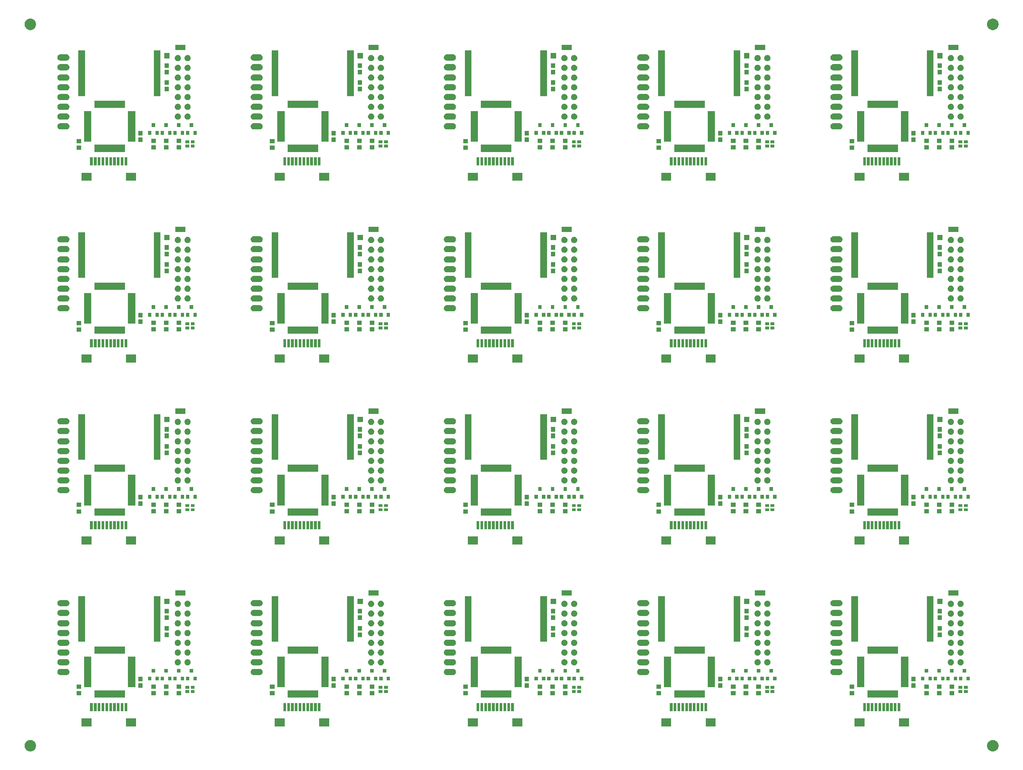
<source format=gbr>
G04 #@! TF.GenerationSoftware,KiCad,Pcbnew,5.1.5+dfsg1-2build2*
G04 #@! TF.CreationDate,2020-09-10T23:56:58-04:00*
G04 #@! TF.ProjectId,Xenium2019-Panel,58656e69-756d-4323-9031-392d50616e65,rev?*
G04 #@! TF.SameCoordinates,Original*
G04 #@! TF.FileFunction,Soldermask,Top*
G04 #@! TF.FilePolarity,Negative*
%FSLAX46Y46*%
G04 Gerber Fmt 4.6, Leading zero omitted, Abs format (unit mm)*
G04 Created by KiCad (PCBNEW 5.1.5+dfsg1-2build2) date 2020-09-10 23:56:58*
%MOMM*%
%LPD*%
G04 APERTURE LIST*
%ADD10C,0.100000*%
G04 APERTURE END LIST*
D10*
G36*
X278437534Y-213557643D02*
G01*
X278710515Y-213670716D01*
X278710517Y-213670717D01*
X278834190Y-213753353D01*
X278956193Y-213834873D01*
X279165127Y-214043807D01*
X279329284Y-214289485D01*
X279442357Y-214562466D01*
X279500000Y-214852262D01*
X279500000Y-215147738D01*
X279442357Y-215437534D01*
X279329284Y-215710515D01*
X279329283Y-215710517D01*
X279165126Y-215956194D01*
X278956194Y-216165126D01*
X278710517Y-216329283D01*
X278710516Y-216329284D01*
X278710515Y-216329284D01*
X278437534Y-216442357D01*
X278147738Y-216500000D01*
X277852262Y-216500000D01*
X277562466Y-216442357D01*
X277289485Y-216329284D01*
X277289484Y-216329284D01*
X277289483Y-216329283D01*
X277043806Y-216165126D01*
X276834874Y-215956194D01*
X276670717Y-215710517D01*
X276670716Y-215710515D01*
X276557643Y-215437534D01*
X276500000Y-215147738D01*
X276500000Y-214852262D01*
X276557643Y-214562466D01*
X276670716Y-214289485D01*
X276834873Y-214043807D01*
X277043807Y-213834873D01*
X277165810Y-213753353D01*
X277289483Y-213670717D01*
X277289485Y-213670716D01*
X277562466Y-213557643D01*
X277852262Y-213500000D01*
X278147738Y-213500000D01*
X278437534Y-213557643D01*
G37*
G36*
X27437534Y-213557643D02*
G01*
X27710515Y-213670716D01*
X27710517Y-213670717D01*
X27834190Y-213753353D01*
X27956193Y-213834873D01*
X28165127Y-214043807D01*
X28329284Y-214289485D01*
X28442357Y-214562466D01*
X28500000Y-214852262D01*
X28500000Y-215147738D01*
X28442357Y-215437534D01*
X28329284Y-215710515D01*
X28329283Y-215710517D01*
X28165126Y-215956194D01*
X27956194Y-216165126D01*
X27710517Y-216329283D01*
X27710516Y-216329284D01*
X27710515Y-216329284D01*
X27437534Y-216442357D01*
X27147738Y-216500000D01*
X26852262Y-216500000D01*
X26562466Y-216442357D01*
X26289485Y-216329284D01*
X26289484Y-216329284D01*
X26289483Y-216329283D01*
X26043806Y-216165126D01*
X25834874Y-215956194D01*
X25670717Y-215710517D01*
X25670716Y-215710515D01*
X25557643Y-215437534D01*
X25500000Y-215147738D01*
X25500000Y-214852262D01*
X25557643Y-214562466D01*
X25670716Y-214289485D01*
X25834873Y-214043807D01*
X26043807Y-213834873D01*
X26165810Y-213753353D01*
X26289483Y-213670717D01*
X26289485Y-213670716D01*
X26562466Y-213557643D01*
X26852262Y-213500000D01*
X27147738Y-213500000D01*
X27437534Y-213557643D01*
G37*
G36*
X256141065Y-209980161D02*
G01*
X253539465Y-209980161D01*
X253539465Y-207878561D01*
X256141065Y-207878561D01*
X256141065Y-209980161D01*
G37*
G36*
X244541065Y-209980161D02*
G01*
X241939465Y-209980161D01*
X241939465Y-207878561D01*
X244541065Y-207878561D01*
X244541065Y-209980161D01*
G37*
G36*
X205741065Y-209980161D02*
G01*
X203139465Y-209980161D01*
X203139465Y-207878561D01*
X205741065Y-207878561D01*
X205741065Y-209980161D01*
G37*
G36*
X143741065Y-209980161D02*
G01*
X141139465Y-209980161D01*
X141139465Y-207878561D01*
X143741065Y-207878561D01*
X143741065Y-209980161D01*
G37*
G36*
X155341065Y-209980161D02*
G01*
X152739465Y-209980161D01*
X152739465Y-207878561D01*
X155341065Y-207878561D01*
X155341065Y-209980161D01*
G37*
G36*
X93341065Y-209980161D02*
G01*
X90739465Y-209980161D01*
X90739465Y-207878561D01*
X93341065Y-207878561D01*
X93341065Y-209980161D01*
G37*
G36*
X104941065Y-209980161D02*
G01*
X102339465Y-209980161D01*
X102339465Y-207878561D01*
X104941065Y-207878561D01*
X104941065Y-209980161D01*
G37*
G36*
X42941065Y-209980161D02*
G01*
X40339465Y-209980161D01*
X40339465Y-207878561D01*
X42941065Y-207878561D01*
X42941065Y-209980161D01*
G37*
G36*
X54541065Y-209980161D02*
G01*
X51939465Y-209980161D01*
X51939465Y-207878561D01*
X54541065Y-207878561D01*
X54541065Y-209980161D01*
G37*
G36*
X194141065Y-209980161D02*
G01*
X191539465Y-209980161D01*
X191539465Y-207878561D01*
X194141065Y-207878561D01*
X194141065Y-209980161D01*
G37*
G36*
X100691065Y-205980161D02*
G01*
X99989465Y-205980161D01*
X99989465Y-203878561D01*
X100691065Y-203878561D01*
X100691065Y-205980161D01*
G37*
G36*
X99691065Y-205980161D02*
G01*
X98989465Y-205980161D01*
X98989465Y-203878561D01*
X99691065Y-203878561D01*
X99691065Y-205980161D01*
G37*
G36*
X98691065Y-205980161D02*
G01*
X97989465Y-205980161D01*
X97989465Y-203878561D01*
X98691065Y-203878561D01*
X98691065Y-205980161D01*
G37*
G36*
X97691065Y-205980161D02*
G01*
X96989465Y-205980161D01*
X96989465Y-203878561D01*
X97691065Y-203878561D01*
X97691065Y-205980161D01*
G37*
G36*
X149091065Y-205980161D02*
G01*
X148389465Y-205980161D01*
X148389465Y-203878561D01*
X149091065Y-203878561D01*
X149091065Y-205980161D01*
G37*
G36*
X95691065Y-205980161D02*
G01*
X94989465Y-205980161D01*
X94989465Y-203878561D01*
X95691065Y-203878561D01*
X95691065Y-205980161D01*
G37*
G36*
X94691065Y-205980161D02*
G01*
X93989465Y-205980161D01*
X93989465Y-203878561D01*
X94691065Y-203878561D01*
X94691065Y-205980161D01*
G37*
G36*
X93691065Y-205980161D02*
G01*
X92989465Y-205980161D01*
X92989465Y-203878561D01*
X93691065Y-203878561D01*
X93691065Y-205980161D01*
G37*
G36*
X43291065Y-205980161D02*
G01*
X42589465Y-205980161D01*
X42589465Y-203878561D01*
X43291065Y-203878561D01*
X43291065Y-205980161D01*
G37*
G36*
X44291065Y-205980161D02*
G01*
X43589465Y-205980161D01*
X43589465Y-203878561D01*
X44291065Y-203878561D01*
X44291065Y-205980161D01*
G37*
G36*
X51291065Y-205980161D02*
G01*
X50589465Y-205980161D01*
X50589465Y-203878561D01*
X51291065Y-203878561D01*
X51291065Y-205980161D01*
G37*
G36*
X52291065Y-205980161D02*
G01*
X51589465Y-205980161D01*
X51589465Y-203878561D01*
X52291065Y-203878561D01*
X52291065Y-205980161D01*
G37*
G36*
X50291065Y-205980161D02*
G01*
X49589465Y-205980161D01*
X49589465Y-203878561D01*
X50291065Y-203878561D01*
X50291065Y-205980161D01*
G37*
G36*
X101691065Y-205980161D02*
G01*
X100989465Y-205980161D01*
X100989465Y-203878561D01*
X101691065Y-203878561D01*
X101691065Y-205980161D01*
G37*
G36*
X102691065Y-205980161D02*
G01*
X101989465Y-205980161D01*
X101989465Y-203878561D01*
X102691065Y-203878561D01*
X102691065Y-205980161D01*
G37*
G36*
X144091065Y-205980161D02*
G01*
X143389465Y-205980161D01*
X143389465Y-203878561D01*
X144091065Y-203878561D01*
X144091065Y-205980161D01*
G37*
G36*
X145091065Y-205980161D02*
G01*
X144389465Y-205980161D01*
X144389465Y-203878561D01*
X145091065Y-203878561D01*
X145091065Y-205980161D01*
G37*
G36*
X146091065Y-205980161D02*
G01*
X145389465Y-205980161D01*
X145389465Y-203878561D01*
X146091065Y-203878561D01*
X146091065Y-205980161D01*
G37*
G36*
X147091065Y-205980161D02*
G01*
X146389465Y-205980161D01*
X146389465Y-203878561D01*
X147091065Y-203878561D01*
X147091065Y-205980161D01*
G37*
G36*
X45291065Y-205980161D02*
G01*
X44589465Y-205980161D01*
X44589465Y-203878561D01*
X45291065Y-203878561D01*
X45291065Y-205980161D01*
G37*
G36*
X250891065Y-205980161D02*
G01*
X250189465Y-205980161D01*
X250189465Y-203878561D01*
X250891065Y-203878561D01*
X250891065Y-205980161D01*
G37*
G36*
X249891065Y-205980161D02*
G01*
X249189465Y-205980161D01*
X249189465Y-203878561D01*
X249891065Y-203878561D01*
X249891065Y-205980161D01*
G37*
G36*
X251891065Y-205980161D02*
G01*
X251189465Y-205980161D01*
X251189465Y-203878561D01*
X251891065Y-203878561D01*
X251891065Y-205980161D01*
G37*
G36*
X252891065Y-205980161D02*
G01*
X252189465Y-205980161D01*
X252189465Y-203878561D01*
X252891065Y-203878561D01*
X252891065Y-205980161D01*
G37*
G36*
X253891065Y-205980161D02*
G01*
X253189465Y-205980161D01*
X253189465Y-203878561D01*
X253891065Y-203878561D01*
X253891065Y-205980161D01*
G37*
G36*
X48291065Y-205980161D02*
G01*
X47589465Y-205980161D01*
X47589465Y-203878561D01*
X48291065Y-203878561D01*
X48291065Y-205980161D01*
G37*
G36*
X200491065Y-205980161D02*
G01*
X199789465Y-205980161D01*
X199789465Y-203878561D01*
X200491065Y-203878561D01*
X200491065Y-205980161D01*
G37*
G36*
X150091065Y-205980161D02*
G01*
X149389465Y-205980161D01*
X149389465Y-203878561D01*
X150091065Y-203878561D01*
X150091065Y-205980161D01*
G37*
G36*
X151091065Y-205980161D02*
G01*
X150389465Y-205980161D01*
X150389465Y-203878561D01*
X151091065Y-203878561D01*
X151091065Y-205980161D01*
G37*
G36*
X153091065Y-205980161D02*
G01*
X152389465Y-205980161D01*
X152389465Y-203878561D01*
X153091065Y-203878561D01*
X153091065Y-205980161D01*
G37*
G36*
X194491065Y-205980161D02*
G01*
X193789465Y-205980161D01*
X193789465Y-203878561D01*
X194491065Y-203878561D01*
X194491065Y-205980161D01*
G37*
G36*
X195491065Y-205980161D02*
G01*
X194789465Y-205980161D01*
X194789465Y-203878561D01*
X195491065Y-203878561D01*
X195491065Y-205980161D01*
G37*
G36*
X196491065Y-205980161D02*
G01*
X195789465Y-205980161D01*
X195789465Y-203878561D01*
X196491065Y-203878561D01*
X196491065Y-205980161D01*
G37*
G36*
X197491065Y-205980161D02*
G01*
X196789465Y-205980161D01*
X196789465Y-203878561D01*
X197491065Y-203878561D01*
X197491065Y-205980161D01*
G37*
G36*
X198491065Y-205980161D02*
G01*
X197789465Y-205980161D01*
X197789465Y-203878561D01*
X198491065Y-203878561D01*
X198491065Y-205980161D01*
G37*
G36*
X199491065Y-205980161D02*
G01*
X198789465Y-205980161D01*
X198789465Y-203878561D01*
X199491065Y-203878561D01*
X199491065Y-205980161D01*
G37*
G36*
X148091065Y-205980161D02*
G01*
X147389465Y-205980161D01*
X147389465Y-203878561D01*
X148091065Y-203878561D01*
X148091065Y-205980161D01*
G37*
G36*
X201491065Y-205980161D02*
G01*
X200789465Y-205980161D01*
X200789465Y-203878561D01*
X201491065Y-203878561D01*
X201491065Y-205980161D01*
G37*
G36*
X203491065Y-205980161D02*
G01*
X202789465Y-205980161D01*
X202789465Y-203878561D01*
X203491065Y-203878561D01*
X203491065Y-205980161D01*
G37*
G36*
X244891065Y-205980161D02*
G01*
X244189465Y-205980161D01*
X244189465Y-203878561D01*
X244891065Y-203878561D01*
X244891065Y-205980161D01*
G37*
G36*
X152091065Y-205980161D02*
G01*
X151389465Y-205980161D01*
X151389465Y-203878561D01*
X152091065Y-203878561D01*
X152091065Y-205980161D01*
G37*
G36*
X245891065Y-205980161D02*
G01*
X245189465Y-205980161D01*
X245189465Y-203878561D01*
X245891065Y-203878561D01*
X245891065Y-205980161D01*
G37*
G36*
X246891065Y-205980161D02*
G01*
X246189465Y-205980161D01*
X246189465Y-203878561D01*
X246891065Y-203878561D01*
X246891065Y-205980161D01*
G37*
G36*
X247891065Y-205980161D02*
G01*
X247189465Y-205980161D01*
X247189465Y-203878561D01*
X247891065Y-203878561D01*
X247891065Y-205980161D01*
G37*
G36*
X248891065Y-205980161D02*
G01*
X248189465Y-205980161D01*
X248189465Y-203878561D01*
X248891065Y-203878561D01*
X248891065Y-205980161D01*
G37*
G36*
X96691065Y-205980161D02*
G01*
X95989465Y-205980161D01*
X95989465Y-203878561D01*
X96691065Y-203878561D01*
X96691065Y-205980161D01*
G37*
G36*
X46291065Y-205980161D02*
G01*
X45589465Y-205980161D01*
X45589465Y-203878561D01*
X46291065Y-203878561D01*
X46291065Y-205980161D01*
G37*
G36*
X47291065Y-205980161D02*
G01*
X46589465Y-205980161D01*
X46589465Y-203878561D01*
X47291065Y-203878561D01*
X47291065Y-205980161D01*
G37*
G36*
X49291065Y-205980161D02*
G01*
X48589465Y-205980161D01*
X48589465Y-203878561D01*
X49291065Y-203878561D01*
X49291065Y-205980161D01*
G37*
G36*
X202491065Y-205980161D02*
G01*
X201789465Y-205980161D01*
X201789465Y-203878561D01*
X202491065Y-203878561D01*
X202491065Y-205980161D01*
G37*
G36*
X102076665Y-202456911D02*
G01*
X94111865Y-202456911D01*
X94111865Y-200567011D01*
X102076665Y-200567011D01*
X102076665Y-202456911D01*
G37*
G36*
X51676665Y-202456911D02*
G01*
X43711865Y-202456911D01*
X43711865Y-200567011D01*
X51676665Y-200567011D01*
X51676665Y-202456911D01*
G37*
G36*
X253276665Y-202456911D02*
G01*
X245311865Y-202456911D01*
X245311865Y-200567011D01*
X253276665Y-200567011D01*
X253276665Y-202456911D01*
G37*
G36*
X202876665Y-202456911D02*
G01*
X194911865Y-202456911D01*
X194911865Y-200567011D01*
X202876665Y-200567011D01*
X202876665Y-202456911D01*
G37*
G36*
X152476665Y-202456911D02*
G01*
X144511865Y-202456911D01*
X144511865Y-200567011D01*
X152476665Y-200567011D01*
X152476665Y-202456911D01*
G37*
G36*
X191494065Y-201885161D02*
G01*
X190292465Y-201885161D01*
X190292465Y-200783561D01*
X191494065Y-200783561D01*
X191494065Y-201885161D01*
G37*
G36*
X241894065Y-201885161D02*
G01*
X240692465Y-201885161D01*
X240692465Y-200783561D01*
X241894065Y-200783561D01*
X241894065Y-201885161D01*
G37*
G36*
X40294065Y-201885161D02*
G01*
X39092465Y-201885161D01*
X39092465Y-200783561D01*
X40294065Y-200783561D01*
X40294065Y-201885161D01*
G37*
G36*
X90694065Y-201885161D02*
G01*
X89492465Y-201885161D01*
X89492465Y-200783561D01*
X90694065Y-200783561D01*
X90694065Y-201885161D01*
G37*
G36*
X141094065Y-201885161D02*
G01*
X139892465Y-201885161D01*
X139892465Y-200783561D01*
X141094065Y-200783561D01*
X141094065Y-201885161D01*
G37*
G36*
X217529065Y-201821661D02*
G01*
X216327465Y-201821661D01*
X216327465Y-200720061D01*
X217529065Y-200720061D01*
X217529065Y-201821661D01*
G37*
G36*
X113427065Y-201821661D02*
G01*
X112225465Y-201821661D01*
X112225465Y-200720061D01*
X113427065Y-200720061D01*
X113427065Y-201821661D01*
G37*
G36*
X163827065Y-201821661D02*
G01*
X162625465Y-201821661D01*
X162625465Y-200720061D01*
X163827065Y-200720061D01*
X163827065Y-201821661D01*
G37*
G36*
X214227065Y-201821661D02*
G01*
X213025465Y-201821661D01*
X213025465Y-200720061D01*
X214227065Y-200720061D01*
X214227065Y-201821661D01*
G37*
G36*
X264627065Y-201821661D02*
G01*
X263425465Y-201821661D01*
X263425465Y-200720061D01*
X264627065Y-200720061D01*
X264627065Y-201821661D01*
G37*
G36*
X267929065Y-201821661D02*
G01*
X266727465Y-201821661D01*
X266727465Y-200720061D01*
X267929065Y-200720061D01*
X267929065Y-201821661D01*
G37*
G36*
X167129065Y-201821661D02*
G01*
X165927465Y-201821661D01*
X165927465Y-200720061D01*
X167129065Y-200720061D01*
X167129065Y-201821661D01*
G37*
G36*
X59725065Y-201821661D02*
G01*
X58523465Y-201821661D01*
X58523465Y-200720061D01*
X59725065Y-200720061D01*
X59725065Y-201821661D01*
G37*
G36*
X116729065Y-201821661D02*
G01*
X115527465Y-201821661D01*
X115527465Y-200720061D01*
X116729065Y-200720061D01*
X116729065Y-201821661D01*
G37*
G36*
X261325065Y-201821661D02*
G01*
X260123465Y-201821661D01*
X260123465Y-200720061D01*
X261325065Y-200720061D01*
X261325065Y-201821661D01*
G37*
G36*
X160525065Y-201821661D02*
G01*
X159323465Y-201821661D01*
X159323465Y-200720061D01*
X160525065Y-200720061D01*
X160525065Y-201821661D01*
G37*
G36*
X63027065Y-201821661D02*
G01*
X61825465Y-201821661D01*
X61825465Y-200720061D01*
X63027065Y-200720061D01*
X63027065Y-201821661D01*
G37*
G36*
X210925065Y-201821661D02*
G01*
X209723465Y-201821661D01*
X209723465Y-200720061D01*
X210925065Y-200720061D01*
X210925065Y-201821661D01*
G37*
G36*
X66329065Y-201821661D02*
G01*
X65127465Y-201821661D01*
X65127465Y-200720061D01*
X66329065Y-200720061D01*
X66329065Y-201821661D01*
G37*
G36*
X110125065Y-201821661D02*
G01*
X108923465Y-201821661D01*
X108923465Y-200720061D01*
X110125065Y-200720061D01*
X110125065Y-201821661D01*
G37*
G36*
X118850065Y-201283161D02*
G01*
X117848465Y-201283161D01*
X117848465Y-200531561D01*
X118850065Y-200531561D01*
X118850065Y-201283161D01*
G37*
G36*
X221050065Y-201283161D02*
G01*
X220048465Y-201283161D01*
X220048465Y-200531561D01*
X221050065Y-200531561D01*
X221050065Y-201283161D01*
G37*
G36*
X219650065Y-201283161D02*
G01*
X218648465Y-201283161D01*
X218648465Y-200531561D01*
X219650065Y-200531561D01*
X219650065Y-201283161D01*
G37*
G36*
X170650065Y-201283161D02*
G01*
X169648465Y-201283161D01*
X169648465Y-200531561D01*
X170650065Y-200531561D01*
X170650065Y-201283161D01*
G37*
G36*
X270050065Y-201283161D02*
G01*
X269048465Y-201283161D01*
X269048465Y-200531561D01*
X270050065Y-200531561D01*
X270050065Y-201283161D01*
G37*
G36*
X271450065Y-201283161D02*
G01*
X270448465Y-201283161D01*
X270448465Y-200531561D01*
X271450065Y-200531561D01*
X271450065Y-201283161D01*
G37*
G36*
X169250065Y-201283161D02*
G01*
X168248465Y-201283161D01*
X168248465Y-200531561D01*
X169250065Y-200531561D01*
X169250065Y-201283161D01*
G37*
G36*
X69850065Y-201283161D02*
G01*
X68848465Y-201283161D01*
X68848465Y-200531561D01*
X69850065Y-200531561D01*
X69850065Y-201283161D01*
G37*
G36*
X68450065Y-201283161D02*
G01*
X67448465Y-201283161D01*
X67448465Y-200531561D01*
X68450065Y-200531561D01*
X68450065Y-201283161D01*
G37*
G36*
X120250065Y-201283161D02*
G01*
X119248465Y-201283161D01*
X119248465Y-200531561D01*
X120250065Y-200531561D01*
X120250065Y-201283161D01*
G37*
G36*
X191494065Y-200185161D02*
G01*
X190292465Y-200185161D01*
X190292465Y-199083561D01*
X191494065Y-199083561D01*
X191494065Y-200185161D01*
G37*
G36*
X90694065Y-200185161D02*
G01*
X89492465Y-200185161D01*
X89492465Y-199083561D01*
X90694065Y-199083561D01*
X90694065Y-200185161D01*
G37*
G36*
X141094065Y-200185161D02*
G01*
X139892465Y-200185161D01*
X139892465Y-199083561D01*
X141094065Y-199083561D01*
X141094065Y-200185161D01*
G37*
G36*
X40294065Y-200185161D02*
G01*
X39092465Y-200185161D01*
X39092465Y-199083561D01*
X40294065Y-199083561D01*
X40294065Y-200185161D01*
G37*
G36*
X241894065Y-200185161D02*
G01*
X240692465Y-200185161D01*
X240692465Y-199083561D01*
X241894065Y-199083561D01*
X241894065Y-200185161D01*
G37*
G36*
X169250065Y-200183161D02*
G01*
X168248465Y-200183161D01*
X168248465Y-199431561D01*
X169250065Y-199431561D01*
X169250065Y-200183161D01*
G37*
G36*
X118850065Y-200183161D02*
G01*
X117848465Y-200183161D01*
X117848465Y-199431561D01*
X118850065Y-199431561D01*
X118850065Y-200183161D01*
G37*
G36*
X120250065Y-200183161D02*
G01*
X119248465Y-200183161D01*
X119248465Y-199431561D01*
X120250065Y-199431561D01*
X120250065Y-200183161D01*
G37*
G36*
X170650065Y-200183161D02*
G01*
X169648465Y-200183161D01*
X169648465Y-199431561D01*
X170650065Y-199431561D01*
X170650065Y-200183161D01*
G37*
G36*
X219650065Y-200183161D02*
G01*
X218648465Y-200183161D01*
X218648465Y-199431561D01*
X219650065Y-199431561D01*
X219650065Y-200183161D01*
G37*
G36*
X221050065Y-200183161D02*
G01*
X220048465Y-200183161D01*
X220048465Y-199431561D01*
X221050065Y-199431561D01*
X221050065Y-200183161D01*
G37*
G36*
X270050065Y-200183161D02*
G01*
X269048465Y-200183161D01*
X269048465Y-199431561D01*
X270050065Y-199431561D01*
X270050065Y-200183161D01*
G37*
G36*
X271450065Y-200183161D02*
G01*
X270448465Y-200183161D01*
X270448465Y-199431561D01*
X271450065Y-199431561D01*
X271450065Y-200183161D01*
G37*
G36*
X69850065Y-200183161D02*
G01*
X68848465Y-200183161D01*
X68848465Y-199431561D01*
X69850065Y-199431561D01*
X69850065Y-200183161D01*
G37*
G36*
X68450065Y-200183161D02*
G01*
X67448465Y-200183161D01*
X67448465Y-199431561D01*
X68450065Y-199431561D01*
X68450065Y-200183161D01*
G37*
G36*
X113427065Y-200121661D02*
G01*
X112225465Y-200121661D01*
X112225465Y-199020061D01*
X113427065Y-199020061D01*
X113427065Y-200121661D01*
G37*
G36*
X210925065Y-200121661D02*
G01*
X209723465Y-200121661D01*
X209723465Y-199020061D01*
X210925065Y-199020061D01*
X210925065Y-200121661D01*
G37*
G36*
X261325065Y-200121661D02*
G01*
X260123465Y-200121661D01*
X260123465Y-199020061D01*
X261325065Y-199020061D01*
X261325065Y-200121661D01*
G37*
G36*
X160525065Y-200121661D02*
G01*
X159323465Y-200121661D01*
X159323465Y-199020061D01*
X160525065Y-199020061D01*
X160525065Y-200121661D01*
G37*
G36*
X163827065Y-200121661D02*
G01*
X162625465Y-200121661D01*
X162625465Y-199020061D01*
X163827065Y-199020061D01*
X163827065Y-200121661D01*
G37*
G36*
X214227065Y-200121661D02*
G01*
X213025465Y-200121661D01*
X213025465Y-199020061D01*
X214227065Y-199020061D01*
X214227065Y-200121661D01*
G37*
G36*
X264627065Y-200121661D02*
G01*
X263425465Y-200121661D01*
X263425465Y-199020061D01*
X264627065Y-199020061D01*
X264627065Y-200121661D01*
G37*
G36*
X267929065Y-200121661D02*
G01*
X266727465Y-200121661D01*
X266727465Y-199020061D01*
X267929065Y-199020061D01*
X267929065Y-200121661D01*
G37*
G36*
X217529065Y-200121661D02*
G01*
X216327465Y-200121661D01*
X216327465Y-199020061D01*
X217529065Y-199020061D01*
X217529065Y-200121661D01*
G37*
G36*
X110125065Y-200121661D02*
G01*
X108923465Y-200121661D01*
X108923465Y-199020061D01*
X110125065Y-199020061D01*
X110125065Y-200121661D01*
G37*
G36*
X167129065Y-200121661D02*
G01*
X165927465Y-200121661D01*
X165927465Y-199020061D01*
X167129065Y-199020061D01*
X167129065Y-200121661D01*
G37*
G36*
X59725065Y-200121661D02*
G01*
X58523465Y-200121661D01*
X58523465Y-199020061D01*
X59725065Y-199020061D01*
X59725065Y-200121661D01*
G37*
G36*
X116729065Y-200121661D02*
G01*
X115527465Y-200121661D01*
X115527465Y-199020061D01*
X116729065Y-199020061D01*
X116729065Y-200121661D01*
G37*
G36*
X63027065Y-200121661D02*
G01*
X61825465Y-200121661D01*
X61825465Y-199020061D01*
X63027065Y-199020061D01*
X63027065Y-200121661D01*
G37*
G36*
X66329065Y-200121661D02*
G01*
X65127465Y-200121661D01*
X65127465Y-199020061D01*
X66329065Y-199020061D01*
X66329065Y-200121661D01*
G37*
G36*
X157046065Y-199903161D02*
G01*
X155944465Y-199903161D01*
X155944465Y-198701561D01*
X157046065Y-198701561D01*
X157046065Y-199903161D01*
G37*
G36*
X257846065Y-199903161D02*
G01*
X256744465Y-199903161D01*
X256744465Y-198701561D01*
X257846065Y-198701561D01*
X257846065Y-199903161D01*
G37*
G36*
X56246065Y-199903161D02*
G01*
X55144465Y-199903161D01*
X55144465Y-198701561D01*
X56246065Y-198701561D01*
X56246065Y-199903161D01*
G37*
G36*
X106646065Y-199903161D02*
G01*
X105544465Y-199903161D01*
X105544465Y-198701561D01*
X106646065Y-198701561D01*
X106646065Y-199903161D01*
G37*
G36*
X207446065Y-199903161D02*
G01*
X206344465Y-199903161D01*
X206344465Y-198701561D01*
X207446065Y-198701561D01*
X207446065Y-199903161D01*
G37*
G36*
X143712615Y-199767761D02*
G01*
X141822715Y-199767761D01*
X141822715Y-191802961D01*
X143712615Y-191802961D01*
X143712615Y-199767761D01*
G37*
G36*
X205565815Y-199767761D02*
G01*
X203675915Y-199767761D01*
X203675915Y-191802961D01*
X205565815Y-191802961D01*
X205565815Y-199767761D01*
G37*
G36*
X244512615Y-199767761D02*
G01*
X242622715Y-199767761D01*
X242622715Y-191802961D01*
X244512615Y-191802961D01*
X244512615Y-199767761D01*
G37*
G36*
X42912615Y-199767761D02*
G01*
X41022715Y-199767761D01*
X41022715Y-191802961D01*
X42912615Y-191802961D01*
X42912615Y-199767761D01*
G37*
G36*
X194112615Y-199767761D02*
G01*
X192222715Y-199767761D01*
X192222715Y-191802961D01*
X194112615Y-191802961D01*
X194112615Y-199767761D01*
G37*
G36*
X155165815Y-199767761D02*
G01*
X153275915Y-199767761D01*
X153275915Y-191802961D01*
X155165815Y-191802961D01*
X155165815Y-199767761D01*
G37*
G36*
X54365815Y-199767761D02*
G01*
X52475915Y-199767761D01*
X52475915Y-191802961D01*
X54365815Y-191802961D01*
X54365815Y-199767761D01*
G37*
G36*
X93312615Y-199767761D02*
G01*
X91422715Y-199767761D01*
X91422715Y-191802961D01*
X93312615Y-191802961D01*
X93312615Y-199767761D01*
G37*
G36*
X255965815Y-199767761D02*
G01*
X254075915Y-199767761D01*
X254075915Y-191802961D01*
X255965815Y-191802961D01*
X255965815Y-199767761D01*
G37*
G36*
X104765815Y-199767761D02*
G01*
X102875915Y-199767761D01*
X102875915Y-191802961D01*
X104765815Y-191802961D01*
X104765815Y-199767761D01*
G37*
G36*
X157046065Y-198203161D02*
G01*
X155944465Y-198203161D01*
X155944465Y-197001561D01*
X157046065Y-197001561D01*
X157046065Y-198203161D01*
G37*
G36*
X257846065Y-198203161D02*
G01*
X256744465Y-198203161D01*
X256744465Y-197001561D01*
X257846065Y-197001561D01*
X257846065Y-198203161D01*
G37*
G36*
X56246065Y-198203161D02*
G01*
X55144465Y-198203161D01*
X55144465Y-197001561D01*
X56246065Y-197001561D01*
X56246065Y-198203161D01*
G37*
G36*
X207446065Y-198203161D02*
G01*
X206344465Y-198203161D01*
X206344465Y-197001561D01*
X207446065Y-197001561D01*
X207446065Y-198203161D01*
G37*
G36*
X106646065Y-198203161D02*
G01*
X105544465Y-198203161D01*
X105544465Y-197001561D01*
X106646065Y-197001561D01*
X106646065Y-198203161D01*
G37*
G36*
X70414565Y-197995161D02*
G01*
X69525565Y-197995161D01*
X69525565Y-197004561D01*
X70414565Y-197004561D01*
X70414565Y-197995161D01*
G37*
G36*
X165982165Y-197995161D02*
G01*
X165093165Y-197995161D01*
X165093165Y-197004561D01*
X165982165Y-197004561D01*
X165982165Y-197995161D01*
G37*
G36*
X167912565Y-197995161D02*
G01*
X167023565Y-197995161D01*
X167023565Y-197004561D01*
X167912565Y-197004561D01*
X167912565Y-197995161D01*
G37*
G36*
X169284165Y-197995161D02*
G01*
X168395165Y-197995161D01*
X168395165Y-197004561D01*
X169284165Y-197004561D01*
X169284165Y-197995161D01*
G37*
G36*
X171214565Y-197995161D02*
G01*
X170325565Y-197995161D01*
X170325565Y-197004561D01*
X171214565Y-197004561D01*
X171214565Y-197995161D01*
G37*
G36*
X120814565Y-197995161D02*
G01*
X119925565Y-197995161D01*
X119925565Y-197004561D01*
X120814565Y-197004561D01*
X120814565Y-197995161D01*
G37*
G36*
X68484165Y-197995161D02*
G01*
X67595165Y-197995161D01*
X67595165Y-197004561D01*
X68484165Y-197004561D01*
X68484165Y-197995161D01*
G37*
G36*
X260178165Y-197995161D02*
G01*
X259289165Y-197995161D01*
X259289165Y-197004561D01*
X260178165Y-197004561D01*
X260178165Y-197995161D01*
G37*
G36*
X118884165Y-197995161D02*
G01*
X117995165Y-197995161D01*
X117995165Y-197004561D01*
X118884165Y-197004561D01*
X118884165Y-197995161D01*
G37*
G36*
X67112565Y-197995161D02*
G01*
X66223565Y-197995161D01*
X66223565Y-197004561D01*
X67112565Y-197004561D01*
X67112565Y-197995161D01*
G37*
G36*
X117512565Y-197995161D02*
G01*
X116623565Y-197995161D01*
X116623565Y-197004561D01*
X117512565Y-197004561D01*
X117512565Y-197995161D01*
G37*
G36*
X221614565Y-197995161D02*
G01*
X220725565Y-197995161D01*
X220725565Y-197004561D01*
X221614565Y-197004561D01*
X221614565Y-197995161D01*
G37*
G36*
X270084165Y-197995161D02*
G01*
X269195165Y-197995161D01*
X269195165Y-197004561D01*
X270084165Y-197004561D01*
X270084165Y-197995161D01*
G37*
G36*
X262108565Y-197995161D02*
G01*
X261219565Y-197995161D01*
X261219565Y-197004561D01*
X262108565Y-197004561D01*
X262108565Y-197995161D01*
G37*
G36*
X65182165Y-197995161D02*
G01*
X64293165Y-197995161D01*
X64293165Y-197004561D01*
X65182165Y-197004561D01*
X65182165Y-197995161D01*
G37*
G36*
X272014565Y-197995161D02*
G01*
X271125565Y-197995161D01*
X271125565Y-197004561D01*
X272014565Y-197004561D01*
X272014565Y-197995161D01*
G37*
G36*
X266782165Y-197995161D02*
G01*
X265893165Y-197995161D01*
X265893165Y-197004561D01*
X266782165Y-197004561D01*
X266782165Y-197995161D01*
G37*
G36*
X218312565Y-197995161D02*
G01*
X217423565Y-197995161D01*
X217423565Y-197004561D01*
X218312565Y-197004561D01*
X218312565Y-197995161D01*
G37*
G36*
X216382165Y-197995161D02*
G01*
X215493165Y-197995161D01*
X215493165Y-197004561D01*
X216382165Y-197004561D01*
X216382165Y-197995161D01*
G37*
G36*
X268712565Y-197995161D02*
G01*
X267823565Y-197995161D01*
X267823565Y-197004561D01*
X268712565Y-197004561D01*
X268712565Y-197995161D01*
G37*
G36*
X61880165Y-197995161D02*
G01*
X60991165Y-197995161D01*
X60991165Y-197004561D01*
X61880165Y-197004561D01*
X61880165Y-197995161D01*
G37*
G36*
X115582165Y-197995161D02*
G01*
X114693165Y-197995161D01*
X114693165Y-197004561D01*
X115582165Y-197004561D01*
X115582165Y-197995161D01*
G37*
G36*
X60508565Y-197995161D02*
G01*
X59619565Y-197995161D01*
X59619565Y-197004561D01*
X60508565Y-197004561D01*
X60508565Y-197995161D01*
G37*
G36*
X159378165Y-197995161D02*
G01*
X158489165Y-197995161D01*
X158489165Y-197004561D01*
X159378165Y-197004561D01*
X159378165Y-197995161D01*
G37*
G36*
X161308565Y-197995161D02*
G01*
X160419565Y-197995161D01*
X160419565Y-197004561D01*
X161308565Y-197004561D01*
X161308565Y-197995161D01*
G37*
G36*
X110908565Y-197995161D02*
G01*
X110019565Y-197995161D01*
X110019565Y-197004561D01*
X110908565Y-197004561D01*
X110908565Y-197995161D01*
G37*
G36*
X209778165Y-197995161D02*
G01*
X208889165Y-197995161D01*
X208889165Y-197004561D01*
X209778165Y-197004561D01*
X209778165Y-197995161D01*
G37*
G36*
X211708565Y-197995161D02*
G01*
X210819565Y-197995161D01*
X210819565Y-197004561D01*
X211708565Y-197004561D01*
X211708565Y-197995161D01*
G37*
G36*
X108978165Y-197995161D02*
G01*
X108089165Y-197995161D01*
X108089165Y-197004561D01*
X108978165Y-197004561D01*
X108978165Y-197995161D01*
G37*
G36*
X265410565Y-197995161D02*
G01*
X264521565Y-197995161D01*
X264521565Y-197004561D01*
X265410565Y-197004561D01*
X265410565Y-197995161D01*
G37*
G36*
X219684165Y-197995161D02*
G01*
X218795165Y-197995161D01*
X218795165Y-197004561D01*
X219684165Y-197004561D01*
X219684165Y-197995161D01*
G37*
G36*
X263480165Y-197995161D02*
G01*
X262591165Y-197995161D01*
X262591165Y-197004561D01*
X263480165Y-197004561D01*
X263480165Y-197995161D01*
G37*
G36*
X215010565Y-197995161D02*
G01*
X214121565Y-197995161D01*
X214121565Y-197004561D01*
X215010565Y-197004561D01*
X215010565Y-197995161D01*
G37*
G36*
X213080165Y-197995161D02*
G01*
X212191165Y-197995161D01*
X212191165Y-197004561D01*
X213080165Y-197004561D01*
X213080165Y-197995161D01*
G37*
G36*
X164610565Y-197995161D02*
G01*
X163721565Y-197995161D01*
X163721565Y-197004561D01*
X164610565Y-197004561D01*
X164610565Y-197995161D01*
G37*
G36*
X162680165Y-197995161D02*
G01*
X161791165Y-197995161D01*
X161791165Y-197004561D01*
X162680165Y-197004561D01*
X162680165Y-197995161D01*
G37*
G36*
X114210565Y-197995161D02*
G01*
X113321565Y-197995161D01*
X113321565Y-197004561D01*
X114210565Y-197004561D01*
X114210565Y-197995161D01*
G37*
G36*
X112280165Y-197995161D02*
G01*
X111391165Y-197995161D01*
X111391165Y-197004561D01*
X112280165Y-197004561D01*
X112280165Y-197995161D01*
G37*
G36*
X63810565Y-197995161D02*
G01*
X62921565Y-197995161D01*
X62921565Y-197004561D01*
X63810565Y-197004561D01*
X63810565Y-197995161D01*
G37*
G36*
X58578165Y-197995161D02*
G01*
X57689165Y-197995161D01*
X57689165Y-197004561D01*
X58578165Y-197004561D01*
X58578165Y-197995161D01*
G37*
G36*
X137270993Y-194976481D02*
G01*
X137350602Y-194984322D01*
X137503815Y-195030799D01*
X137503818Y-195030800D01*
X137645017Y-195106272D01*
X137768782Y-195207844D01*
X137870354Y-195331609D01*
X137945826Y-195472808D01*
X137945827Y-195472811D01*
X137992304Y-195626024D01*
X138007997Y-195785361D01*
X137992304Y-195944698D01*
X137986703Y-195963161D01*
X137945826Y-196097914D01*
X137870354Y-196239113D01*
X137768782Y-196362878D01*
X137645017Y-196464450D01*
X137503818Y-196539922D01*
X137503815Y-196539923D01*
X137350602Y-196586400D01*
X137270993Y-196594241D01*
X137231189Y-196598161D01*
X135627341Y-196598161D01*
X135587537Y-196594241D01*
X135507928Y-196586400D01*
X135354715Y-196539923D01*
X135354712Y-196539922D01*
X135213513Y-196464450D01*
X135089748Y-196362878D01*
X134988176Y-196239113D01*
X134912704Y-196097914D01*
X134871827Y-195963161D01*
X134866226Y-195944698D01*
X134850533Y-195785361D01*
X134866226Y-195626024D01*
X134912703Y-195472811D01*
X134912704Y-195472808D01*
X134988176Y-195331609D01*
X135089748Y-195207844D01*
X135213513Y-195106272D01*
X135354712Y-195030800D01*
X135354715Y-195030799D01*
X135507928Y-194984322D01*
X135587537Y-194976481D01*
X135627341Y-194972561D01*
X137231189Y-194972561D01*
X137270993Y-194976481D01*
G37*
G36*
X187670993Y-194976481D02*
G01*
X187750602Y-194984322D01*
X187903815Y-195030799D01*
X187903818Y-195030800D01*
X188045017Y-195106272D01*
X188168782Y-195207844D01*
X188270354Y-195331609D01*
X188345826Y-195472808D01*
X188345827Y-195472811D01*
X188392304Y-195626024D01*
X188407997Y-195785361D01*
X188392304Y-195944698D01*
X188386703Y-195963161D01*
X188345826Y-196097914D01*
X188270354Y-196239113D01*
X188168782Y-196362878D01*
X188045017Y-196464450D01*
X187903818Y-196539922D01*
X187903815Y-196539923D01*
X187750602Y-196586400D01*
X187670993Y-196594241D01*
X187631189Y-196598161D01*
X186027341Y-196598161D01*
X185987537Y-196594241D01*
X185907928Y-196586400D01*
X185754715Y-196539923D01*
X185754712Y-196539922D01*
X185613513Y-196464450D01*
X185489748Y-196362878D01*
X185388176Y-196239113D01*
X185312704Y-196097914D01*
X185271827Y-195963161D01*
X185266226Y-195944698D01*
X185250533Y-195785361D01*
X185266226Y-195626024D01*
X185312703Y-195472811D01*
X185312704Y-195472808D01*
X185388176Y-195331609D01*
X185489748Y-195207844D01*
X185613513Y-195106272D01*
X185754712Y-195030800D01*
X185754715Y-195030799D01*
X185907928Y-194984322D01*
X185987537Y-194976481D01*
X186027341Y-194972561D01*
X187631189Y-194972561D01*
X187670993Y-194976481D01*
G37*
G36*
X36470993Y-194976481D02*
G01*
X36550602Y-194984322D01*
X36703815Y-195030799D01*
X36703818Y-195030800D01*
X36845017Y-195106272D01*
X36968782Y-195207844D01*
X37070354Y-195331609D01*
X37145826Y-195472808D01*
X37145827Y-195472811D01*
X37192304Y-195626024D01*
X37207997Y-195785361D01*
X37192304Y-195944698D01*
X37186703Y-195963161D01*
X37145826Y-196097914D01*
X37070354Y-196239113D01*
X36968782Y-196362878D01*
X36845017Y-196464450D01*
X36703818Y-196539922D01*
X36703815Y-196539923D01*
X36550602Y-196586400D01*
X36470993Y-196594241D01*
X36431189Y-196598161D01*
X34827341Y-196598161D01*
X34787537Y-196594241D01*
X34707928Y-196586400D01*
X34554715Y-196539923D01*
X34554712Y-196539922D01*
X34413513Y-196464450D01*
X34289748Y-196362878D01*
X34188176Y-196239113D01*
X34112704Y-196097914D01*
X34071827Y-195963161D01*
X34066226Y-195944698D01*
X34050533Y-195785361D01*
X34066226Y-195626024D01*
X34112703Y-195472811D01*
X34112704Y-195472808D01*
X34188176Y-195331609D01*
X34289748Y-195207844D01*
X34413513Y-195106272D01*
X34554712Y-195030800D01*
X34554715Y-195030799D01*
X34707928Y-194984322D01*
X34787537Y-194976481D01*
X34827341Y-194972561D01*
X36431189Y-194972561D01*
X36470993Y-194976481D01*
G37*
G36*
X86870993Y-194976481D02*
G01*
X86950602Y-194984322D01*
X87103815Y-195030799D01*
X87103818Y-195030800D01*
X87245017Y-195106272D01*
X87368782Y-195207844D01*
X87470354Y-195331609D01*
X87545826Y-195472808D01*
X87545827Y-195472811D01*
X87592304Y-195626024D01*
X87607997Y-195785361D01*
X87592304Y-195944698D01*
X87586703Y-195963161D01*
X87545826Y-196097914D01*
X87470354Y-196239113D01*
X87368782Y-196362878D01*
X87245017Y-196464450D01*
X87103818Y-196539922D01*
X87103815Y-196539923D01*
X86950602Y-196586400D01*
X86870993Y-196594241D01*
X86831189Y-196598161D01*
X85227341Y-196598161D01*
X85187537Y-196594241D01*
X85107928Y-196586400D01*
X84954715Y-196539923D01*
X84954712Y-196539922D01*
X84813513Y-196464450D01*
X84689748Y-196362878D01*
X84588176Y-196239113D01*
X84512704Y-196097914D01*
X84471827Y-195963161D01*
X84466226Y-195944698D01*
X84450533Y-195785361D01*
X84466226Y-195626024D01*
X84512703Y-195472811D01*
X84512704Y-195472808D01*
X84588176Y-195331609D01*
X84689748Y-195207844D01*
X84813513Y-195106272D01*
X84954712Y-195030800D01*
X84954715Y-195030799D01*
X85107928Y-194984322D01*
X85187537Y-194976481D01*
X85227341Y-194972561D01*
X86831189Y-194972561D01*
X86870993Y-194976481D01*
G37*
G36*
X238070993Y-194976481D02*
G01*
X238150602Y-194984322D01*
X238303815Y-195030799D01*
X238303818Y-195030800D01*
X238445017Y-195106272D01*
X238568782Y-195207844D01*
X238670354Y-195331609D01*
X238745826Y-195472808D01*
X238745827Y-195472811D01*
X238792304Y-195626024D01*
X238807997Y-195785361D01*
X238792304Y-195944698D01*
X238786703Y-195963161D01*
X238745826Y-196097914D01*
X238670354Y-196239113D01*
X238568782Y-196362878D01*
X238445017Y-196464450D01*
X238303818Y-196539922D01*
X238303815Y-196539923D01*
X238150602Y-196586400D01*
X238070993Y-196594241D01*
X238031189Y-196598161D01*
X236427341Y-196598161D01*
X236387537Y-196594241D01*
X236307928Y-196586400D01*
X236154715Y-196539923D01*
X236154712Y-196539922D01*
X236013513Y-196464450D01*
X235889748Y-196362878D01*
X235788176Y-196239113D01*
X235712704Y-196097914D01*
X235671827Y-195963161D01*
X235666226Y-195944698D01*
X235650533Y-195785361D01*
X235666226Y-195626024D01*
X235712703Y-195472811D01*
X235712704Y-195472808D01*
X235788176Y-195331609D01*
X235889748Y-195207844D01*
X236013513Y-195106272D01*
X236154712Y-195030800D01*
X236154715Y-195030799D01*
X236307928Y-194984322D01*
X236387537Y-194976481D01*
X236427341Y-194972561D01*
X238031189Y-194972561D01*
X238070993Y-194976481D01*
G37*
G36*
X214045365Y-195963161D02*
G01*
X213156365Y-195963161D01*
X213156365Y-194972561D01*
X214045365Y-194972561D01*
X214045365Y-195963161D01*
G37*
G36*
X116547365Y-195963161D02*
G01*
X115658365Y-195963161D01*
X115658365Y-194972561D01*
X116547365Y-194972561D01*
X116547365Y-195963161D01*
G37*
G36*
X109943365Y-195963161D02*
G01*
X109054365Y-195963161D01*
X109054365Y-194972561D01*
X109943365Y-194972561D01*
X109943365Y-195963161D01*
G37*
G36*
X119849365Y-195963161D02*
G01*
X118960365Y-195963161D01*
X118960365Y-194972561D01*
X119849365Y-194972561D01*
X119849365Y-195963161D01*
G37*
G36*
X69449365Y-195963161D02*
G01*
X68560365Y-195963161D01*
X68560365Y-194972561D01*
X69449365Y-194972561D01*
X69449365Y-195963161D01*
G37*
G36*
X160343365Y-195963161D02*
G01*
X159454365Y-195963161D01*
X159454365Y-194972561D01*
X160343365Y-194972561D01*
X160343365Y-195963161D01*
G37*
G36*
X66147365Y-195963161D02*
G01*
X65258365Y-195963161D01*
X65258365Y-194972561D01*
X66147365Y-194972561D01*
X66147365Y-195963161D01*
G37*
G36*
X166947365Y-195963161D02*
G01*
X166058365Y-195963161D01*
X166058365Y-194972561D01*
X166947365Y-194972561D01*
X166947365Y-195963161D01*
G37*
G36*
X113245365Y-195963161D02*
G01*
X112356365Y-195963161D01*
X112356365Y-194972561D01*
X113245365Y-194972561D01*
X113245365Y-195963161D01*
G37*
G36*
X62845365Y-195963161D02*
G01*
X61956365Y-195963161D01*
X61956365Y-194972561D01*
X62845365Y-194972561D01*
X62845365Y-195963161D01*
G37*
G36*
X170249365Y-195963161D02*
G01*
X169360365Y-195963161D01*
X169360365Y-194972561D01*
X170249365Y-194972561D01*
X170249365Y-195963161D01*
G37*
G36*
X271049365Y-195963161D02*
G01*
X270160365Y-195963161D01*
X270160365Y-194972561D01*
X271049365Y-194972561D01*
X271049365Y-195963161D01*
G37*
G36*
X267747365Y-195963161D02*
G01*
X266858365Y-195963161D01*
X266858365Y-194972561D01*
X267747365Y-194972561D01*
X267747365Y-195963161D01*
G37*
G36*
X264445365Y-195963161D02*
G01*
X263556365Y-195963161D01*
X263556365Y-194972561D01*
X264445365Y-194972561D01*
X264445365Y-195963161D01*
G37*
G36*
X261143365Y-195963161D02*
G01*
X260254365Y-195963161D01*
X260254365Y-194972561D01*
X261143365Y-194972561D01*
X261143365Y-195963161D01*
G37*
G36*
X220649365Y-195963161D02*
G01*
X219760365Y-195963161D01*
X219760365Y-194972561D01*
X220649365Y-194972561D01*
X220649365Y-195963161D01*
G37*
G36*
X217347365Y-195963161D02*
G01*
X216458365Y-195963161D01*
X216458365Y-194972561D01*
X217347365Y-194972561D01*
X217347365Y-195963161D01*
G37*
G36*
X210743365Y-195963161D02*
G01*
X209854365Y-195963161D01*
X209854365Y-194972561D01*
X210743365Y-194972561D01*
X210743365Y-195963161D01*
G37*
G36*
X59543365Y-195963161D02*
G01*
X58654365Y-195963161D01*
X58654365Y-194972561D01*
X59543365Y-194972561D01*
X59543365Y-195963161D01*
G37*
G36*
X163645365Y-195963161D02*
G01*
X162756365Y-195963161D01*
X162756365Y-194972561D01*
X163645365Y-194972561D01*
X163645365Y-195963161D01*
G37*
G36*
X36470993Y-192436481D02*
G01*
X36550602Y-192444322D01*
X36703815Y-192490799D01*
X36703818Y-192490800D01*
X36845017Y-192566272D01*
X36968782Y-192667844D01*
X37070354Y-192791609D01*
X37145826Y-192932808D01*
X37145827Y-192932811D01*
X37192304Y-193086024D01*
X37207997Y-193245361D01*
X37192304Y-193404698D01*
X37168719Y-193482446D01*
X37145826Y-193557914D01*
X37070354Y-193699113D01*
X36968782Y-193822878D01*
X36845017Y-193924450D01*
X36703818Y-193999922D01*
X36703815Y-193999923D01*
X36550602Y-194046400D01*
X36470993Y-194054241D01*
X36431189Y-194058161D01*
X34827341Y-194058161D01*
X34787537Y-194054241D01*
X34707928Y-194046400D01*
X34554715Y-193999923D01*
X34554712Y-193999922D01*
X34413513Y-193924450D01*
X34289748Y-193822878D01*
X34188176Y-193699113D01*
X34112704Y-193557914D01*
X34089811Y-193482446D01*
X34066226Y-193404698D01*
X34050533Y-193245361D01*
X34066226Y-193086024D01*
X34112703Y-192932811D01*
X34112704Y-192932808D01*
X34188176Y-192791609D01*
X34289748Y-192667844D01*
X34413513Y-192566272D01*
X34554712Y-192490800D01*
X34554715Y-192490799D01*
X34707928Y-192444322D01*
X34787537Y-192436481D01*
X34827341Y-192432561D01*
X36431189Y-192432561D01*
X36470993Y-192436481D01*
G37*
G36*
X267311350Y-192463796D02*
G01*
X267459269Y-192525066D01*
X267459270Y-192525067D01*
X267592395Y-192614018D01*
X267705608Y-192727231D01*
X267705609Y-192727233D01*
X267794560Y-192860357D01*
X267855830Y-193008276D01*
X267887065Y-193165306D01*
X267887065Y-193325416D01*
X267855830Y-193482446D01*
X267794560Y-193630365D01*
X267794559Y-193630366D01*
X267705608Y-193763491D01*
X267592395Y-193876704D01*
X267525380Y-193921482D01*
X267459269Y-193965656D01*
X267311350Y-194026926D01*
X267154320Y-194058161D01*
X266994210Y-194058161D01*
X266837180Y-194026926D01*
X266689261Y-193965656D01*
X266623150Y-193921482D01*
X266556135Y-193876704D01*
X266442922Y-193763491D01*
X266353971Y-193630366D01*
X266353970Y-193630365D01*
X266292700Y-193482446D01*
X266261465Y-193325416D01*
X266261465Y-193165306D01*
X266292700Y-193008276D01*
X266353970Y-192860357D01*
X266442921Y-192727233D01*
X266442922Y-192727231D01*
X266556135Y-192614018D01*
X266689260Y-192525067D01*
X266689261Y-192525066D01*
X266837180Y-192463796D01*
X266994210Y-192432561D01*
X267154320Y-192432561D01*
X267311350Y-192463796D01*
G37*
G36*
X269851350Y-192463796D02*
G01*
X269999269Y-192525066D01*
X269999270Y-192525067D01*
X270132395Y-192614018D01*
X270245608Y-192727231D01*
X270245609Y-192727233D01*
X270334560Y-192860357D01*
X270395830Y-193008276D01*
X270427065Y-193165306D01*
X270427065Y-193325416D01*
X270395830Y-193482446D01*
X270334560Y-193630365D01*
X270334559Y-193630366D01*
X270245608Y-193763491D01*
X270132395Y-193876704D01*
X270065380Y-193921482D01*
X269999269Y-193965656D01*
X269851350Y-194026926D01*
X269694320Y-194058161D01*
X269534210Y-194058161D01*
X269377180Y-194026926D01*
X269229261Y-193965656D01*
X269163150Y-193921482D01*
X269096135Y-193876704D01*
X268982922Y-193763491D01*
X268893971Y-193630366D01*
X268893970Y-193630365D01*
X268832700Y-193482446D01*
X268801465Y-193325416D01*
X268801465Y-193165306D01*
X268832700Y-193008276D01*
X268893970Y-192860357D01*
X268982921Y-192727233D01*
X268982922Y-192727231D01*
X269096135Y-192614018D01*
X269229260Y-192525067D01*
X269229261Y-192525066D01*
X269377180Y-192463796D01*
X269534210Y-192432561D01*
X269694320Y-192432561D01*
X269851350Y-192463796D01*
G37*
G36*
X238070993Y-192436481D02*
G01*
X238150602Y-192444322D01*
X238303815Y-192490799D01*
X238303818Y-192490800D01*
X238445017Y-192566272D01*
X238568782Y-192667844D01*
X238670354Y-192791609D01*
X238745826Y-192932808D01*
X238745827Y-192932811D01*
X238792304Y-193086024D01*
X238807997Y-193245361D01*
X238792304Y-193404698D01*
X238768719Y-193482446D01*
X238745826Y-193557914D01*
X238670354Y-193699113D01*
X238568782Y-193822878D01*
X238445017Y-193924450D01*
X238303818Y-193999922D01*
X238303815Y-193999923D01*
X238150602Y-194046400D01*
X238070993Y-194054241D01*
X238031189Y-194058161D01*
X236427341Y-194058161D01*
X236387537Y-194054241D01*
X236307928Y-194046400D01*
X236154715Y-193999923D01*
X236154712Y-193999922D01*
X236013513Y-193924450D01*
X235889748Y-193822878D01*
X235788176Y-193699113D01*
X235712704Y-193557914D01*
X235689811Y-193482446D01*
X235666226Y-193404698D01*
X235650533Y-193245361D01*
X235666226Y-193086024D01*
X235712703Y-192932811D01*
X235712704Y-192932808D01*
X235788176Y-192791609D01*
X235889748Y-192667844D01*
X236013513Y-192566272D01*
X236154712Y-192490800D01*
X236154715Y-192490799D01*
X236307928Y-192444322D01*
X236387537Y-192436481D01*
X236427341Y-192432561D01*
X238031189Y-192432561D01*
X238070993Y-192436481D01*
G37*
G36*
X187670993Y-192436481D02*
G01*
X187750602Y-192444322D01*
X187903815Y-192490799D01*
X187903818Y-192490800D01*
X188045017Y-192566272D01*
X188168782Y-192667844D01*
X188270354Y-192791609D01*
X188345826Y-192932808D01*
X188345827Y-192932811D01*
X188392304Y-193086024D01*
X188407997Y-193245361D01*
X188392304Y-193404698D01*
X188368719Y-193482446D01*
X188345826Y-193557914D01*
X188270354Y-193699113D01*
X188168782Y-193822878D01*
X188045017Y-193924450D01*
X187903818Y-193999922D01*
X187903815Y-193999923D01*
X187750602Y-194046400D01*
X187670993Y-194054241D01*
X187631189Y-194058161D01*
X186027341Y-194058161D01*
X185987537Y-194054241D01*
X185907928Y-194046400D01*
X185754715Y-193999923D01*
X185754712Y-193999922D01*
X185613513Y-193924450D01*
X185489748Y-193822878D01*
X185388176Y-193699113D01*
X185312704Y-193557914D01*
X185289811Y-193482446D01*
X185266226Y-193404698D01*
X185250533Y-193245361D01*
X185266226Y-193086024D01*
X185312703Y-192932811D01*
X185312704Y-192932808D01*
X185388176Y-192791609D01*
X185489748Y-192667844D01*
X185613513Y-192566272D01*
X185754712Y-192490800D01*
X185754715Y-192490799D01*
X185907928Y-192444322D01*
X185987537Y-192436481D01*
X186027341Y-192432561D01*
X187631189Y-192432561D01*
X187670993Y-192436481D01*
G37*
G36*
X216911350Y-192463796D02*
G01*
X217059269Y-192525066D01*
X217059270Y-192525067D01*
X217192395Y-192614018D01*
X217305608Y-192727231D01*
X217305609Y-192727233D01*
X217394560Y-192860357D01*
X217455830Y-193008276D01*
X217487065Y-193165306D01*
X217487065Y-193325416D01*
X217455830Y-193482446D01*
X217394560Y-193630365D01*
X217394559Y-193630366D01*
X217305608Y-193763491D01*
X217192395Y-193876704D01*
X217125380Y-193921482D01*
X217059269Y-193965656D01*
X216911350Y-194026926D01*
X216754320Y-194058161D01*
X216594210Y-194058161D01*
X216437180Y-194026926D01*
X216289261Y-193965656D01*
X216223150Y-193921482D01*
X216156135Y-193876704D01*
X216042922Y-193763491D01*
X215953971Y-193630366D01*
X215953970Y-193630365D01*
X215892700Y-193482446D01*
X215861465Y-193325416D01*
X215861465Y-193165306D01*
X215892700Y-193008276D01*
X215953970Y-192860357D01*
X216042921Y-192727233D01*
X216042922Y-192727231D01*
X216156135Y-192614018D01*
X216289260Y-192525067D01*
X216289261Y-192525066D01*
X216437180Y-192463796D01*
X216594210Y-192432561D01*
X216754320Y-192432561D01*
X216911350Y-192463796D01*
G37*
G36*
X68251350Y-192463796D02*
G01*
X68399269Y-192525066D01*
X68399270Y-192525067D01*
X68532395Y-192614018D01*
X68645608Y-192727231D01*
X68645609Y-192727233D01*
X68734560Y-192860357D01*
X68795830Y-193008276D01*
X68827065Y-193165306D01*
X68827065Y-193325416D01*
X68795830Y-193482446D01*
X68734560Y-193630365D01*
X68734559Y-193630366D01*
X68645608Y-193763491D01*
X68532395Y-193876704D01*
X68465380Y-193921482D01*
X68399269Y-193965656D01*
X68251350Y-194026926D01*
X68094320Y-194058161D01*
X67934210Y-194058161D01*
X67777180Y-194026926D01*
X67629261Y-193965656D01*
X67563150Y-193921482D01*
X67496135Y-193876704D01*
X67382922Y-193763491D01*
X67293971Y-193630366D01*
X67293970Y-193630365D01*
X67232700Y-193482446D01*
X67201465Y-193325416D01*
X67201465Y-193165306D01*
X67232700Y-193008276D01*
X67293970Y-192860357D01*
X67382921Y-192727233D01*
X67382922Y-192727231D01*
X67496135Y-192614018D01*
X67629260Y-192525067D01*
X67629261Y-192525066D01*
X67777180Y-192463796D01*
X67934210Y-192432561D01*
X68094320Y-192432561D01*
X68251350Y-192463796D01*
G37*
G36*
X65711350Y-192463796D02*
G01*
X65859269Y-192525066D01*
X65859270Y-192525067D01*
X65992395Y-192614018D01*
X66105608Y-192727231D01*
X66105609Y-192727233D01*
X66194560Y-192860357D01*
X66255830Y-193008276D01*
X66287065Y-193165306D01*
X66287065Y-193325416D01*
X66255830Y-193482446D01*
X66194560Y-193630365D01*
X66194559Y-193630366D01*
X66105608Y-193763491D01*
X65992395Y-193876704D01*
X65925380Y-193921482D01*
X65859269Y-193965656D01*
X65711350Y-194026926D01*
X65554320Y-194058161D01*
X65394210Y-194058161D01*
X65237180Y-194026926D01*
X65089261Y-193965656D01*
X65023150Y-193921482D01*
X64956135Y-193876704D01*
X64842922Y-193763491D01*
X64753971Y-193630366D01*
X64753970Y-193630365D01*
X64692700Y-193482446D01*
X64661465Y-193325416D01*
X64661465Y-193165306D01*
X64692700Y-193008276D01*
X64753970Y-192860357D01*
X64842921Y-192727233D01*
X64842922Y-192727231D01*
X64956135Y-192614018D01*
X65089260Y-192525067D01*
X65089261Y-192525066D01*
X65237180Y-192463796D01*
X65394210Y-192432561D01*
X65554320Y-192432561D01*
X65711350Y-192463796D01*
G37*
G36*
X166511350Y-192463796D02*
G01*
X166659269Y-192525066D01*
X166659270Y-192525067D01*
X166792395Y-192614018D01*
X166905608Y-192727231D01*
X166905609Y-192727233D01*
X166994560Y-192860357D01*
X167055830Y-193008276D01*
X167087065Y-193165306D01*
X167087065Y-193325416D01*
X167055830Y-193482446D01*
X166994560Y-193630365D01*
X166994559Y-193630366D01*
X166905608Y-193763491D01*
X166792395Y-193876704D01*
X166725380Y-193921482D01*
X166659269Y-193965656D01*
X166511350Y-194026926D01*
X166354320Y-194058161D01*
X166194210Y-194058161D01*
X166037180Y-194026926D01*
X165889261Y-193965656D01*
X165823150Y-193921482D01*
X165756135Y-193876704D01*
X165642922Y-193763491D01*
X165553971Y-193630366D01*
X165553970Y-193630365D01*
X165492700Y-193482446D01*
X165461465Y-193325416D01*
X165461465Y-193165306D01*
X165492700Y-193008276D01*
X165553970Y-192860357D01*
X165642921Y-192727233D01*
X165642922Y-192727231D01*
X165756135Y-192614018D01*
X165889260Y-192525067D01*
X165889261Y-192525066D01*
X166037180Y-192463796D01*
X166194210Y-192432561D01*
X166354320Y-192432561D01*
X166511350Y-192463796D01*
G37*
G36*
X118651350Y-192463796D02*
G01*
X118799269Y-192525066D01*
X118799270Y-192525067D01*
X118932395Y-192614018D01*
X119045608Y-192727231D01*
X119045609Y-192727233D01*
X119134560Y-192860357D01*
X119195830Y-193008276D01*
X119227065Y-193165306D01*
X119227065Y-193325416D01*
X119195830Y-193482446D01*
X119134560Y-193630365D01*
X119134559Y-193630366D01*
X119045608Y-193763491D01*
X118932395Y-193876704D01*
X118865380Y-193921482D01*
X118799269Y-193965656D01*
X118651350Y-194026926D01*
X118494320Y-194058161D01*
X118334210Y-194058161D01*
X118177180Y-194026926D01*
X118029261Y-193965656D01*
X117963150Y-193921482D01*
X117896135Y-193876704D01*
X117782922Y-193763491D01*
X117693971Y-193630366D01*
X117693970Y-193630365D01*
X117632700Y-193482446D01*
X117601465Y-193325416D01*
X117601465Y-193165306D01*
X117632700Y-193008276D01*
X117693970Y-192860357D01*
X117782921Y-192727233D01*
X117782922Y-192727231D01*
X117896135Y-192614018D01*
X118029260Y-192525067D01*
X118029261Y-192525066D01*
X118177180Y-192463796D01*
X118334210Y-192432561D01*
X118494320Y-192432561D01*
X118651350Y-192463796D01*
G37*
G36*
X169051350Y-192463796D02*
G01*
X169199269Y-192525066D01*
X169199270Y-192525067D01*
X169332395Y-192614018D01*
X169445608Y-192727231D01*
X169445609Y-192727233D01*
X169534560Y-192860357D01*
X169595830Y-193008276D01*
X169627065Y-193165306D01*
X169627065Y-193325416D01*
X169595830Y-193482446D01*
X169534560Y-193630365D01*
X169534559Y-193630366D01*
X169445608Y-193763491D01*
X169332395Y-193876704D01*
X169265380Y-193921482D01*
X169199269Y-193965656D01*
X169051350Y-194026926D01*
X168894320Y-194058161D01*
X168734210Y-194058161D01*
X168577180Y-194026926D01*
X168429261Y-193965656D01*
X168363150Y-193921482D01*
X168296135Y-193876704D01*
X168182922Y-193763491D01*
X168093971Y-193630366D01*
X168093970Y-193630365D01*
X168032700Y-193482446D01*
X168001465Y-193325416D01*
X168001465Y-193165306D01*
X168032700Y-193008276D01*
X168093970Y-192860357D01*
X168182921Y-192727233D01*
X168182922Y-192727231D01*
X168296135Y-192614018D01*
X168429260Y-192525067D01*
X168429261Y-192525066D01*
X168577180Y-192463796D01*
X168734210Y-192432561D01*
X168894320Y-192432561D01*
X169051350Y-192463796D01*
G37*
G36*
X116111350Y-192463796D02*
G01*
X116259269Y-192525066D01*
X116259270Y-192525067D01*
X116392395Y-192614018D01*
X116505608Y-192727231D01*
X116505609Y-192727233D01*
X116594560Y-192860357D01*
X116655830Y-193008276D01*
X116687065Y-193165306D01*
X116687065Y-193325416D01*
X116655830Y-193482446D01*
X116594560Y-193630365D01*
X116594559Y-193630366D01*
X116505608Y-193763491D01*
X116392395Y-193876704D01*
X116325380Y-193921482D01*
X116259269Y-193965656D01*
X116111350Y-194026926D01*
X115954320Y-194058161D01*
X115794210Y-194058161D01*
X115637180Y-194026926D01*
X115489261Y-193965656D01*
X115423150Y-193921482D01*
X115356135Y-193876704D01*
X115242922Y-193763491D01*
X115153971Y-193630366D01*
X115153970Y-193630365D01*
X115092700Y-193482446D01*
X115061465Y-193325416D01*
X115061465Y-193165306D01*
X115092700Y-193008276D01*
X115153970Y-192860357D01*
X115242921Y-192727233D01*
X115242922Y-192727231D01*
X115356135Y-192614018D01*
X115489260Y-192525067D01*
X115489261Y-192525066D01*
X115637180Y-192463796D01*
X115794210Y-192432561D01*
X115954320Y-192432561D01*
X116111350Y-192463796D01*
G37*
G36*
X86870993Y-192436481D02*
G01*
X86950602Y-192444322D01*
X87103815Y-192490799D01*
X87103818Y-192490800D01*
X87245017Y-192566272D01*
X87368782Y-192667844D01*
X87470354Y-192791609D01*
X87545826Y-192932808D01*
X87545827Y-192932811D01*
X87592304Y-193086024D01*
X87607997Y-193245361D01*
X87592304Y-193404698D01*
X87568719Y-193482446D01*
X87545826Y-193557914D01*
X87470354Y-193699113D01*
X87368782Y-193822878D01*
X87245017Y-193924450D01*
X87103818Y-193999922D01*
X87103815Y-193999923D01*
X86950602Y-194046400D01*
X86870993Y-194054241D01*
X86831189Y-194058161D01*
X85227341Y-194058161D01*
X85187537Y-194054241D01*
X85107928Y-194046400D01*
X84954715Y-193999923D01*
X84954712Y-193999922D01*
X84813513Y-193924450D01*
X84689748Y-193822878D01*
X84588176Y-193699113D01*
X84512704Y-193557914D01*
X84489811Y-193482446D01*
X84466226Y-193404698D01*
X84450533Y-193245361D01*
X84466226Y-193086024D01*
X84512703Y-192932811D01*
X84512704Y-192932808D01*
X84588176Y-192791609D01*
X84689748Y-192667844D01*
X84813513Y-192566272D01*
X84954712Y-192490800D01*
X84954715Y-192490799D01*
X85107928Y-192444322D01*
X85187537Y-192436481D01*
X85227341Y-192432561D01*
X86831189Y-192432561D01*
X86870993Y-192436481D01*
G37*
G36*
X219451350Y-192463796D02*
G01*
X219599269Y-192525066D01*
X219599270Y-192525067D01*
X219732395Y-192614018D01*
X219845608Y-192727231D01*
X219845609Y-192727233D01*
X219934560Y-192860357D01*
X219995830Y-193008276D01*
X220027065Y-193165306D01*
X220027065Y-193325416D01*
X219995830Y-193482446D01*
X219934560Y-193630365D01*
X219934559Y-193630366D01*
X219845608Y-193763491D01*
X219732395Y-193876704D01*
X219665380Y-193921482D01*
X219599269Y-193965656D01*
X219451350Y-194026926D01*
X219294320Y-194058161D01*
X219134210Y-194058161D01*
X218977180Y-194026926D01*
X218829261Y-193965656D01*
X218763150Y-193921482D01*
X218696135Y-193876704D01*
X218582922Y-193763491D01*
X218493971Y-193630366D01*
X218493970Y-193630365D01*
X218432700Y-193482446D01*
X218401465Y-193325416D01*
X218401465Y-193165306D01*
X218432700Y-193008276D01*
X218493970Y-192860357D01*
X218582921Y-192727233D01*
X218582922Y-192727231D01*
X218696135Y-192614018D01*
X218829260Y-192525067D01*
X218829261Y-192525066D01*
X218977180Y-192463796D01*
X219134210Y-192432561D01*
X219294320Y-192432561D01*
X219451350Y-192463796D01*
G37*
G36*
X137270993Y-192436481D02*
G01*
X137350602Y-192444322D01*
X137503815Y-192490799D01*
X137503818Y-192490800D01*
X137645017Y-192566272D01*
X137768782Y-192667844D01*
X137870354Y-192791609D01*
X137945826Y-192932808D01*
X137945827Y-192932811D01*
X137992304Y-193086024D01*
X138007997Y-193245361D01*
X137992304Y-193404698D01*
X137968719Y-193482446D01*
X137945826Y-193557914D01*
X137870354Y-193699113D01*
X137768782Y-193822878D01*
X137645017Y-193924450D01*
X137503818Y-193999922D01*
X137503815Y-193999923D01*
X137350602Y-194046400D01*
X137270993Y-194054241D01*
X137231189Y-194058161D01*
X135627341Y-194058161D01*
X135587537Y-194054241D01*
X135507928Y-194046400D01*
X135354715Y-193999923D01*
X135354712Y-193999922D01*
X135213513Y-193924450D01*
X135089748Y-193822878D01*
X134988176Y-193699113D01*
X134912704Y-193557914D01*
X134889811Y-193482446D01*
X134866226Y-193404698D01*
X134850533Y-193245361D01*
X134866226Y-193086024D01*
X134912703Y-192932811D01*
X134912704Y-192932808D01*
X134988176Y-192791609D01*
X135089748Y-192667844D01*
X135213513Y-192566272D01*
X135354712Y-192490800D01*
X135354715Y-192490799D01*
X135507928Y-192444322D01*
X135587537Y-192436481D01*
X135627341Y-192432561D01*
X137231189Y-192432561D01*
X137270993Y-192436481D01*
G37*
G36*
X216911350Y-189923796D02*
G01*
X217059269Y-189985066D01*
X217059270Y-189985067D01*
X217192395Y-190074018D01*
X217305608Y-190187231D01*
X217305609Y-190187233D01*
X217394560Y-190320357D01*
X217455830Y-190468276D01*
X217487065Y-190625306D01*
X217487065Y-190785416D01*
X217455830Y-190942446D01*
X217394560Y-191090365D01*
X217394559Y-191090366D01*
X217305608Y-191223491D01*
X217192395Y-191336704D01*
X217125380Y-191381482D01*
X217059269Y-191425656D01*
X216911350Y-191486926D01*
X216754320Y-191518161D01*
X216594210Y-191518161D01*
X216437180Y-191486926D01*
X216289261Y-191425656D01*
X216223150Y-191381482D01*
X216156135Y-191336704D01*
X216042922Y-191223491D01*
X215953971Y-191090366D01*
X215953970Y-191090365D01*
X215892700Y-190942446D01*
X215861465Y-190785416D01*
X215861465Y-190625306D01*
X215892700Y-190468276D01*
X215953970Y-190320357D01*
X216042921Y-190187233D01*
X216042922Y-190187231D01*
X216156135Y-190074018D01*
X216289260Y-189985067D01*
X216289261Y-189985066D01*
X216437180Y-189923796D01*
X216594210Y-189892561D01*
X216754320Y-189892561D01*
X216911350Y-189923796D01*
G37*
G36*
X36470993Y-189896481D02*
G01*
X36550602Y-189904322D01*
X36703815Y-189950799D01*
X36703818Y-189950800D01*
X36845017Y-190026272D01*
X36968782Y-190127844D01*
X37070354Y-190251609D01*
X37145826Y-190392808D01*
X37145827Y-190392811D01*
X37192304Y-190546024D01*
X37207997Y-190705361D01*
X37192304Y-190864698D01*
X37145827Y-191017911D01*
X37145826Y-191017914D01*
X37070354Y-191159113D01*
X36968782Y-191282878D01*
X36845017Y-191384450D01*
X36703818Y-191459922D01*
X36703815Y-191459923D01*
X36550602Y-191506400D01*
X36470993Y-191514241D01*
X36431189Y-191518161D01*
X34827341Y-191518161D01*
X34787537Y-191514241D01*
X34707928Y-191506400D01*
X34554715Y-191459923D01*
X34554712Y-191459922D01*
X34413513Y-191384450D01*
X34289748Y-191282878D01*
X34188176Y-191159113D01*
X34112704Y-191017914D01*
X34112703Y-191017911D01*
X34066226Y-190864698D01*
X34050533Y-190705361D01*
X34066226Y-190546024D01*
X34112703Y-190392811D01*
X34112704Y-190392808D01*
X34188176Y-190251609D01*
X34289748Y-190127844D01*
X34413513Y-190026272D01*
X34554712Y-189950800D01*
X34554715Y-189950799D01*
X34707928Y-189904322D01*
X34787537Y-189896481D01*
X34827341Y-189892561D01*
X36431189Y-189892561D01*
X36470993Y-189896481D01*
G37*
G36*
X65711350Y-189923796D02*
G01*
X65859269Y-189985066D01*
X65859270Y-189985067D01*
X65992395Y-190074018D01*
X66105608Y-190187231D01*
X66105609Y-190187233D01*
X66194560Y-190320357D01*
X66255830Y-190468276D01*
X66287065Y-190625306D01*
X66287065Y-190785416D01*
X66255830Y-190942446D01*
X66194560Y-191090365D01*
X66194559Y-191090366D01*
X66105608Y-191223491D01*
X65992395Y-191336704D01*
X65925380Y-191381482D01*
X65859269Y-191425656D01*
X65711350Y-191486926D01*
X65554320Y-191518161D01*
X65394210Y-191518161D01*
X65237180Y-191486926D01*
X65089261Y-191425656D01*
X65023150Y-191381482D01*
X64956135Y-191336704D01*
X64842922Y-191223491D01*
X64753971Y-191090366D01*
X64753970Y-191090365D01*
X64692700Y-190942446D01*
X64661465Y-190785416D01*
X64661465Y-190625306D01*
X64692700Y-190468276D01*
X64753970Y-190320357D01*
X64842921Y-190187233D01*
X64842922Y-190187231D01*
X64956135Y-190074018D01*
X65089260Y-189985067D01*
X65089261Y-189985066D01*
X65237180Y-189923796D01*
X65394210Y-189892561D01*
X65554320Y-189892561D01*
X65711350Y-189923796D01*
G37*
G36*
X68251350Y-189923796D02*
G01*
X68399269Y-189985066D01*
X68399270Y-189985067D01*
X68532395Y-190074018D01*
X68645608Y-190187231D01*
X68645609Y-190187233D01*
X68734560Y-190320357D01*
X68795830Y-190468276D01*
X68827065Y-190625306D01*
X68827065Y-190785416D01*
X68795830Y-190942446D01*
X68734560Y-191090365D01*
X68734559Y-191090366D01*
X68645608Y-191223491D01*
X68532395Y-191336704D01*
X68465380Y-191381482D01*
X68399269Y-191425656D01*
X68251350Y-191486926D01*
X68094320Y-191518161D01*
X67934210Y-191518161D01*
X67777180Y-191486926D01*
X67629261Y-191425656D01*
X67563150Y-191381482D01*
X67496135Y-191336704D01*
X67382922Y-191223491D01*
X67293971Y-191090366D01*
X67293970Y-191090365D01*
X67232700Y-190942446D01*
X67201465Y-190785416D01*
X67201465Y-190625306D01*
X67232700Y-190468276D01*
X67293970Y-190320357D01*
X67382921Y-190187233D01*
X67382922Y-190187231D01*
X67496135Y-190074018D01*
X67629260Y-189985067D01*
X67629261Y-189985066D01*
X67777180Y-189923796D01*
X67934210Y-189892561D01*
X68094320Y-189892561D01*
X68251350Y-189923796D01*
G37*
G36*
X86870993Y-189896481D02*
G01*
X86950602Y-189904322D01*
X87103815Y-189950799D01*
X87103818Y-189950800D01*
X87245017Y-190026272D01*
X87368782Y-190127844D01*
X87470354Y-190251609D01*
X87545826Y-190392808D01*
X87545827Y-190392811D01*
X87592304Y-190546024D01*
X87607997Y-190705361D01*
X87592304Y-190864698D01*
X87545827Y-191017911D01*
X87545826Y-191017914D01*
X87470354Y-191159113D01*
X87368782Y-191282878D01*
X87245017Y-191384450D01*
X87103818Y-191459922D01*
X87103815Y-191459923D01*
X86950602Y-191506400D01*
X86870993Y-191514241D01*
X86831189Y-191518161D01*
X85227341Y-191518161D01*
X85187537Y-191514241D01*
X85107928Y-191506400D01*
X84954715Y-191459923D01*
X84954712Y-191459922D01*
X84813513Y-191384450D01*
X84689748Y-191282878D01*
X84588176Y-191159113D01*
X84512704Y-191017914D01*
X84512703Y-191017911D01*
X84466226Y-190864698D01*
X84450533Y-190705361D01*
X84466226Y-190546024D01*
X84512703Y-190392811D01*
X84512704Y-190392808D01*
X84588176Y-190251609D01*
X84689748Y-190127844D01*
X84813513Y-190026272D01*
X84954712Y-189950800D01*
X84954715Y-189950799D01*
X85107928Y-189904322D01*
X85187537Y-189896481D01*
X85227341Y-189892561D01*
X86831189Y-189892561D01*
X86870993Y-189896481D01*
G37*
G36*
X116111350Y-189923796D02*
G01*
X116259269Y-189985066D01*
X116259270Y-189985067D01*
X116392395Y-190074018D01*
X116505608Y-190187231D01*
X116505609Y-190187233D01*
X116594560Y-190320357D01*
X116655830Y-190468276D01*
X116687065Y-190625306D01*
X116687065Y-190785416D01*
X116655830Y-190942446D01*
X116594560Y-191090365D01*
X116594559Y-191090366D01*
X116505608Y-191223491D01*
X116392395Y-191336704D01*
X116325380Y-191381482D01*
X116259269Y-191425656D01*
X116111350Y-191486926D01*
X115954320Y-191518161D01*
X115794210Y-191518161D01*
X115637180Y-191486926D01*
X115489261Y-191425656D01*
X115423150Y-191381482D01*
X115356135Y-191336704D01*
X115242922Y-191223491D01*
X115153971Y-191090366D01*
X115153970Y-191090365D01*
X115092700Y-190942446D01*
X115061465Y-190785416D01*
X115061465Y-190625306D01*
X115092700Y-190468276D01*
X115153970Y-190320357D01*
X115242921Y-190187233D01*
X115242922Y-190187231D01*
X115356135Y-190074018D01*
X115489260Y-189985067D01*
X115489261Y-189985066D01*
X115637180Y-189923796D01*
X115794210Y-189892561D01*
X115954320Y-189892561D01*
X116111350Y-189923796D01*
G37*
G36*
X118651350Y-189923796D02*
G01*
X118799269Y-189985066D01*
X118799270Y-189985067D01*
X118932395Y-190074018D01*
X119045608Y-190187231D01*
X119045609Y-190187233D01*
X119134560Y-190320357D01*
X119195830Y-190468276D01*
X119227065Y-190625306D01*
X119227065Y-190785416D01*
X119195830Y-190942446D01*
X119134560Y-191090365D01*
X119134559Y-191090366D01*
X119045608Y-191223491D01*
X118932395Y-191336704D01*
X118865380Y-191381482D01*
X118799269Y-191425656D01*
X118651350Y-191486926D01*
X118494320Y-191518161D01*
X118334210Y-191518161D01*
X118177180Y-191486926D01*
X118029261Y-191425656D01*
X117963150Y-191381482D01*
X117896135Y-191336704D01*
X117782922Y-191223491D01*
X117693971Y-191090366D01*
X117693970Y-191090365D01*
X117632700Y-190942446D01*
X117601465Y-190785416D01*
X117601465Y-190625306D01*
X117632700Y-190468276D01*
X117693970Y-190320357D01*
X117782921Y-190187233D01*
X117782922Y-190187231D01*
X117896135Y-190074018D01*
X118029260Y-189985067D01*
X118029261Y-189985066D01*
X118177180Y-189923796D01*
X118334210Y-189892561D01*
X118494320Y-189892561D01*
X118651350Y-189923796D01*
G37*
G36*
X166511350Y-189923796D02*
G01*
X166659269Y-189985066D01*
X166659270Y-189985067D01*
X166792395Y-190074018D01*
X166905608Y-190187231D01*
X166905609Y-190187233D01*
X166994560Y-190320357D01*
X167055830Y-190468276D01*
X167087065Y-190625306D01*
X167087065Y-190785416D01*
X167055830Y-190942446D01*
X166994560Y-191090365D01*
X166994559Y-191090366D01*
X166905608Y-191223491D01*
X166792395Y-191336704D01*
X166725380Y-191381482D01*
X166659269Y-191425656D01*
X166511350Y-191486926D01*
X166354320Y-191518161D01*
X166194210Y-191518161D01*
X166037180Y-191486926D01*
X165889261Y-191425656D01*
X165823150Y-191381482D01*
X165756135Y-191336704D01*
X165642922Y-191223491D01*
X165553971Y-191090366D01*
X165553970Y-191090365D01*
X165492700Y-190942446D01*
X165461465Y-190785416D01*
X165461465Y-190625306D01*
X165492700Y-190468276D01*
X165553970Y-190320357D01*
X165642921Y-190187233D01*
X165642922Y-190187231D01*
X165756135Y-190074018D01*
X165889260Y-189985067D01*
X165889261Y-189985066D01*
X166037180Y-189923796D01*
X166194210Y-189892561D01*
X166354320Y-189892561D01*
X166511350Y-189923796D01*
G37*
G36*
X169051350Y-189923796D02*
G01*
X169199269Y-189985066D01*
X169199270Y-189985067D01*
X169332395Y-190074018D01*
X169445608Y-190187231D01*
X169445609Y-190187233D01*
X169534560Y-190320357D01*
X169595830Y-190468276D01*
X169627065Y-190625306D01*
X169627065Y-190785416D01*
X169595830Y-190942446D01*
X169534560Y-191090365D01*
X169534559Y-191090366D01*
X169445608Y-191223491D01*
X169332395Y-191336704D01*
X169265380Y-191381482D01*
X169199269Y-191425656D01*
X169051350Y-191486926D01*
X168894320Y-191518161D01*
X168734210Y-191518161D01*
X168577180Y-191486926D01*
X168429261Y-191425656D01*
X168363150Y-191381482D01*
X168296135Y-191336704D01*
X168182922Y-191223491D01*
X168093971Y-191090366D01*
X168093970Y-191090365D01*
X168032700Y-190942446D01*
X168001465Y-190785416D01*
X168001465Y-190625306D01*
X168032700Y-190468276D01*
X168093970Y-190320357D01*
X168182921Y-190187233D01*
X168182922Y-190187231D01*
X168296135Y-190074018D01*
X168429260Y-189985067D01*
X168429261Y-189985066D01*
X168577180Y-189923796D01*
X168734210Y-189892561D01*
X168894320Y-189892561D01*
X169051350Y-189923796D01*
G37*
G36*
X187670993Y-189896481D02*
G01*
X187750602Y-189904322D01*
X187903815Y-189950799D01*
X187903818Y-189950800D01*
X188045017Y-190026272D01*
X188168782Y-190127844D01*
X188270354Y-190251609D01*
X188345826Y-190392808D01*
X188345827Y-190392811D01*
X188392304Y-190546024D01*
X188407997Y-190705361D01*
X188392304Y-190864698D01*
X188345827Y-191017911D01*
X188345826Y-191017914D01*
X188270354Y-191159113D01*
X188168782Y-191282878D01*
X188045017Y-191384450D01*
X187903818Y-191459922D01*
X187903815Y-191459923D01*
X187750602Y-191506400D01*
X187670993Y-191514241D01*
X187631189Y-191518161D01*
X186027341Y-191518161D01*
X185987537Y-191514241D01*
X185907928Y-191506400D01*
X185754715Y-191459923D01*
X185754712Y-191459922D01*
X185613513Y-191384450D01*
X185489748Y-191282878D01*
X185388176Y-191159113D01*
X185312704Y-191017914D01*
X185312703Y-191017911D01*
X185266226Y-190864698D01*
X185250533Y-190705361D01*
X185266226Y-190546024D01*
X185312703Y-190392811D01*
X185312704Y-190392808D01*
X185388176Y-190251609D01*
X185489748Y-190127844D01*
X185613513Y-190026272D01*
X185754712Y-189950800D01*
X185754715Y-189950799D01*
X185907928Y-189904322D01*
X185987537Y-189896481D01*
X186027341Y-189892561D01*
X187631189Y-189892561D01*
X187670993Y-189896481D01*
G37*
G36*
X219451350Y-189923796D02*
G01*
X219599269Y-189985066D01*
X219599270Y-189985067D01*
X219732395Y-190074018D01*
X219845608Y-190187231D01*
X219845609Y-190187233D01*
X219934560Y-190320357D01*
X219995830Y-190468276D01*
X220027065Y-190625306D01*
X220027065Y-190785416D01*
X219995830Y-190942446D01*
X219934560Y-191090365D01*
X219934559Y-191090366D01*
X219845608Y-191223491D01*
X219732395Y-191336704D01*
X219665380Y-191381482D01*
X219599269Y-191425656D01*
X219451350Y-191486926D01*
X219294320Y-191518161D01*
X219134210Y-191518161D01*
X218977180Y-191486926D01*
X218829261Y-191425656D01*
X218763150Y-191381482D01*
X218696135Y-191336704D01*
X218582922Y-191223491D01*
X218493971Y-191090366D01*
X218493970Y-191090365D01*
X218432700Y-190942446D01*
X218401465Y-190785416D01*
X218401465Y-190625306D01*
X218432700Y-190468276D01*
X218493970Y-190320357D01*
X218582921Y-190187233D01*
X218582922Y-190187231D01*
X218696135Y-190074018D01*
X218829260Y-189985067D01*
X218829261Y-189985066D01*
X218977180Y-189923796D01*
X219134210Y-189892561D01*
X219294320Y-189892561D01*
X219451350Y-189923796D01*
G37*
G36*
X267311350Y-189923796D02*
G01*
X267459269Y-189985066D01*
X267459270Y-189985067D01*
X267592395Y-190074018D01*
X267705608Y-190187231D01*
X267705609Y-190187233D01*
X267794560Y-190320357D01*
X267855830Y-190468276D01*
X267887065Y-190625306D01*
X267887065Y-190785416D01*
X267855830Y-190942446D01*
X267794560Y-191090365D01*
X267794559Y-191090366D01*
X267705608Y-191223491D01*
X267592395Y-191336704D01*
X267525380Y-191381482D01*
X267459269Y-191425656D01*
X267311350Y-191486926D01*
X267154320Y-191518161D01*
X266994210Y-191518161D01*
X266837180Y-191486926D01*
X266689261Y-191425656D01*
X266623150Y-191381482D01*
X266556135Y-191336704D01*
X266442922Y-191223491D01*
X266353971Y-191090366D01*
X266353970Y-191090365D01*
X266292700Y-190942446D01*
X266261465Y-190785416D01*
X266261465Y-190625306D01*
X266292700Y-190468276D01*
X266353970Y-190320357D01*
X266442921Y-190187233D01*
X266442922Y-190187231D01*
X266556135Y-190074018D01*
X266689260Y-189985067D01*
X266689261Y-189985066D01*
X266837180Y-189923796D01*
X266994210Y-189892561D01*
X267154320Y-189892561D01*
X267311350Y-189923796D01*
G37*
G36*
X269851350Y-189923796D02*
G01*
X269999269Y-189985066D01*
X269999270Y-189985067D01*
X270132395Y-190074018D01*
X270245608Y-190187231D01*
X270245609Y-190187233D01*
X270334560Y-190320357D01*
X270395830Y-190468276D01*
X270427065Y-190625306D01*
X270427065Y-190785416D01*
X270395830Y-190942446D01*
X270334560Y-191090365D01*
X270334559Y-191090366D01*
X270245608Y-191223491D01*
X270132395Y-191336704D01*
X270065380Y-191381482D01*
X269999269Y-191425656D01*
X269851350Y-191486926D01*
X269694320Y-191518161D01*
X269534210Y-191518161D01*
X269377180Y-191486926D01*
X269229261Y-191425656D01*
X269163150Y-191381482D01*
X269096135Y-191336704D01*
X268982922Y-191223491D01*
X268893971Y-191090366D01*
X268893970Y-191090365D01*
X268832700Y-190942446D01*
X268801465Y-190785416D01*
X268801465Y-190625306D01*
X268832700Y-190468276D01*
X268893970Y-190320357D01*
X268982921Y-190187233D01*
X268982922Y-190187231D01*
X269096135Y-190074018D01*
X269229260Y-189985067D01*
X269229261Y-189985066D01*
X269377180Y-189923796D01*
X269534210Y-189892561D01*
X269694320Y-189892561D01*
X269851350Y-189923796D01*
G37*
G36*
X238070993Y-189896481D02*
G01*
X238150602Y-189904322D01*
X238303815Y-189950799D01*
X238303818Y-189950800D01*
X238445017Y-190026272D01*
X238568782Y-190127844D01*
X238670354Y-190251609D01*
X238745826Y-190392808D01*
X238745827Y-190392811D01*
X238792304Y-190546024D01*
X238807997Y-190705361D01*
X238792304Y-190864698D01*
X238745827Y-191017911D01*
X238745826Y-191017914D01*
X238670354Y-191159113D01*
X238568782Y-191282878D01*
X238445017Y-191384450D01*
X238303818Y-191459922D01*
X238303815Y-191459923D01*
X238150602Y-191506400D01*
X238070993Y-191514241D01*
X238031189Y-191518161D01*
X236427341Y-191518161D01*
X236387537Y-191514241D01*
X236307928Y-191506400D01*
X236154715Y-191459923D01*
X236154712Y-191459922D01*
X236013513Y-191384450D01*
X235889748Y-191282878D01*
X235788176Y-191159113D01*
X235712704Y-191017914D01*
X235712703Y-191017911D01*
X235666226Y-190864698D01*
X235650533Y-190705361D01*
X235666226Y-190546024D01*
X235712703Y-190392811D01*
X235712704Y-190392808D01*
X235788176Y-190251609D01*
X235889748Y-190127844D01*
X236013513Y-190026272D01*
X236154712Y-189950800D01*
X236154715Y-189950799D01*
X236307928Y-189904322D01*
X236387537Y-189896481D01*
X236427341Y-189892561D01*
X238031189Y-189892561D01*
X238070993Y-189896481D01*
G37*
G36*
X137270993Y-189896481D02*
G01*
X137350602Y-189904322D01*
X137503815Y-189950799D01*
X137503818Y-189950800D01*
X137645017Y-190026272D01*
X137768782Y-190127844D01*
X137870354Y-190251609D01*
X137945826Y-190392808D01*
X137945827Y-190392811D01*
X137992304Y-190546024D01*
X138007997Y-190705361D01*
X137992304Y-190864698D01*
X137945827Y-191017911D01*
X137945826Y-191017914D01*
X137870354Y-191159113D01*
X137768782Y-191282878D01*
X137645017Y-191384450D01*
X137503818Y-191459922D01*
X137503815Y-191459923D01*
X137350602Y-191506400D01*
X137270993Y-191514241D01*
X137231189Y-191518161D01*
X135627341Y-191518161D01*
X135587537Y-191514241D01*
X135507928Y-191506400D01*
X135354715Y-191459923D01*
X135354712Y-191459922D01*
X135213513Y-191384450D01*
X135089748Y-191282878D01*
X134988176Y-191159113D01*
X134912704Y-191017914D01*
X134912703Y-191017911D01*
X134866226Y-190864698D01*
X134850533Y-190705361D01*
X134866226Y-190546024D01*
X134912703Y-190392811D01*
X134912704Y-190392808D01*
X134988176Y-190251609D01*
X135089748Y-190127844D01*
X135213513Y-190026272D01*
X135354712Y-189950800D01*
X135354715Y-189950799D01*
X135507928Y-189904322D01*
X135587537Y-189896481D01*
X135627341Y-189892561D01*
X137231189Y-189892561D01*
X137270993Y-189896481D01*
G37*
G36*
X152476665Y-191003711D02*
G01*
X144511865Y-191003711D01*
X144511865Y-189113811D01*
X152476665Y-189113811D01*
X152476665Y-191003711D01*
G37*
G36*
X202876665Y-191003711D02*
G01*
X194911865Y-191003711D01*
X194911865Y-189113811D01*
X202876665Y-189113811D01*
X202876665Y-191003711D01*
G37*
G36*
X102076665Y-191003711D02*
G01*
X94111865Y-191003711D01*
X94111865Y-189113811D01*
X102076665Y-189113811D01*
X102076665Y-191003711D01*
G37*
G36*
X253276665Y-191003711D02*
G01*
X245311865Y-191003711D01*
X245311865Y-189113811D01*
X253276665Y-189113811D01*
X253276665Y-191003711D01*
G37*
G36*
X51676665Y-191003711D02*
G01*
X43711865Y-191003711D01*
X43711865Y-189113811D01*
X51676665Y-189113811D01*
X51676665Y-191003711D01*
G37*
G36*
X169051350Y-187383796D02*
G01*
X169199269Y-187445066D01*
X169199270Y-187445067D01*
X169332395Y-187534018D01*
X169445608Y-187647231D01*
X169445609Y-187647233D01*
X169534560Y-187780357D01*
X169595830Y-187928276D01*
X169627065Y-188085306D01*
X169627065Y-188245416D01*
X169595830Y-188402446D01*
X169534560Y-188550365D01*
X169534559Y-188550366D01*
X169445608Y-188683491D01*
X169332395Y-188796704D01*
X169265380Y-188841482D01*
X169199269Y-188885656D01*
X169051350Y-188946926D01*
X168894320Y-188978161D01*
X168734210Y-188978161D01*
X168577180Y-188946926D01*
X168429261Y-188885656D01*
X168363150Y-188841482D01*
X168296135Y-188796704D01*
X168182922Y-188683491D01*
X168093971Y-188550366D01*
X168093970Y-188550365D01*
X168032700Y-188402446D01*
X168001465Y-188245416D01*
X168001465Y-188085306D01*
X168032700Y-187928276D01*
X168093970Y-187780357D01*
X168182921Y-187647233D01*
X168182922Y-187647231D01*
X168296135Y-187534018D01*
X168429260Y-187445067D01*
X168429261Y-187445066D01*
X168577180Y-187383796D01*
X168734210Y-187352561D01*
X168894320Y-187352561D01*
X169051350Y-187383796D01*
G37*
G36*
X86870993Y-187356481D02*
G01*
X86950602Y-187364322D01*
X87103815Y-187410799D01*
X87103818Y-187410800D01*
X87245017Y-187486272D01*
X87368782Y-187587844D01*
X87470354Y-187711609D01*
X87545826Y-187852808D01*
X87545827Y-187852811D01*
X87592304Y-188006024D01*
X87607997Y-188165361D01*
X87592304Y-188324698D01*
X87568719Y-188402446D01*
X87545826Y-188477914D01*
X87470354Y-188619113D01*
X87368782Y-188742878D01*
X87245017Y-188844450D01*
X87103818Y-188919922D01*
X87103815Y-188919923D01*
X86950602Y-188966400D01*
X86870993Y-188974241D01*
X86831189Y-188978161D01*
X85227341Y-188978161D01*
X85187537Y-188974241D01*
X85107928Y-188966400D01*
X84954715Y-188919923D01*
X84954712Y-188919922D01*
X84813513Y-188844450D01*
X84689748Y-188742878D01*
X84588176Y-188619113D01*
X84512704Y-188477914D01*
X84489811Y-188402446D01*
X84466226Y-188324698D01*
X84450533Y-188165361D01*
X84466226Y-188006024D01*
X84512703Y-187852811D01*
X84512704Y-187852808D01*
X84588176Y-187711609D01*
X84689748Y-187587844D01*
X84813513Y-187486272D01*
X84954712Y-187410800D01*
X84954715Y-187410799D01*
X85107928Y-187364322D01*
X85187537Y-187356481D01*
X85227341Y-187352561D01*
X86831189Y-187352561D01*
X86870993Y-187356481D01*
G37*
G36*
X116111350Y-187383796D02*
G01*
X116259269Y-187445066D01*
X116259270Y-187445067D01*
X116392395Y-187534018D01*
X116505608Y-187647231D01*
X116505609Y-187647233D01*
X116594560Y-187780357D01*
X116655830Y-187928276D01*
X116687065Y-188085306D01*
X116687065Y-188245416D01*
X116655830Y-188402446D01*
X116594560Y-188550365D01*
X116594559Y-188550366D01*
X116505608Y-188683491D01*
X116392395Y-188796704D01*
X116325380Y-188841482D01*
X116259269Y-188885656D01*
X116111350Y-188946926D01*
X115954320Y-188978161D01*
X115794210Y-188978161D01*
X115637180Y-188946926D01*
X115489261Y-188885656D01*
X115423150Y-188841482D01*
X115356135Y-188796704D01*
X115242922Y-188683491D01*
X115153971Y-188550366D01*
X115153970Y-188550365D01*
X115092700Y-188402446D01*
X115061465Y-188245416D01*
X115061465Y-188085306D01*
X115092700Y-187928276D01*
X115153970Y-187780357D01*
X115242921Y-187647233D01*
X115242922Y-187647231D01*
X115356135Y-187534018D01*
X115489260Y-187445067D01*
X115489261Y-187445066D01*
X115637180Y-187383796D01*
X115794210Y-187352561D01*
X115954320Y-187352561D01*
X116111350Y-187383796D01*
G37*
G36*
X118651350Y-187383796D02*
G01*
X118799269Y-187445066D01*
X118799270Y-187445067D01*
X118932395Y-187534018D01*
X119045608Y-187647231D01*
X119045609Y-187647233D01*
X119134560Y-187780357D01*
X119195830Y-187928276D01*
X119227065Y-188085306D01*
X119227065Y-188245416D01*
X119195830Y-188402446D01*
X119134560Y-188550365D01*
X119134559Y-188550366D01*
X119045608Y-188683491D01*
X118932395Y-188796704D01*
X118865380Y-188841482D01*
X118799269Y-188885656D01*
X118651350Y-188946926D01*
X118494320Y-188978161D01*
X118334210Y-188978161D01*
X118177180Y-188946926D01*
X118029261Y-188885656D01*
X117963150Y-188841482D01*
X117896135Y-188796704D01*
X117782922Y-188683491D01*
X117693971Y-188550366D01*
X117693970Y-188550365D01*
X117632700Y-188402446D01*
X117601465Y-188245416D01*
X117601465Y-188085306D01*
X117632700Y-187928276D01*
X117693970Y-187780357D01*
X117782921Y-187647233D01*
X117782922Y-187647231D01*
X117896135Y-187534018D01*
X118029260Y-187445067D01*
X118029261Y-187445066D01*
X118177180Y-187383796D01*
X118334210Y-187352561D01*
X118494320Y-187352561D01*
X118651350Y-187383796D01*
G37*
G36*
X137270993Y-187356481D02*
G01*
X137350602Y-187364322D01*
X137503815Y-187410799D01*
X137503818Y-187410800D01*
X137645017Y-187486272D01*
X137768782Y-187587844D01*
X137870354Y-187711609D01*
X137945826Y-187852808D01*
X137945827Y-187852811D01*
X137992304Y-188006024D01*
X138007997Y-188165361D01*
X137992304Y-188324698D01*
X137968719Y-188402446D01*
X137945826Y-188477914D01*
X137870354Y-188619113D01*
X137768782Y-188742878D01*
X137645017Y-188844450D01*
X137503818Y-188919922D01*
X137503815Y-188919923D01*
X137350602Y-188966400D01*
X137270993Y-188974241D01*
X137231189Y-188978161D01*
X135627341Y-188978161D01*
X135587537Y-188974241D01*
X135507928Y-188966400D01*
X135354715Y-188919923D01*
X135354712Y-188919922D01*
X135213513Y-188844450D01*
X135089748Y-188742878D01*
X134988176Y-188619113D01*
X134912704Y-188477914D01*
X134889811Y-188402446D01*
X134866226Y-188324698D01*
X134850533Y-188165361D01*
X134866226Y-188006024D01*
X134912703Y-187852811D01*
X134912704Y-187852808D01*
X134988176Y-187711609D01*
X135089748Y-187587844D01*
X135213513Y-187486272D01*
X135354712Y-187410800D01*
X135354715Y-187410799D01*
X135507928Y-187364322D01*
X135587537Y-187356481D01*
X135627341Y-187352561D01*
X137231189Y-187352561D01*
X137270993Y-187356481D01*
G37*
G36*
X36470993Y-187356481D02*
G01*
X36550602Y-187364322D01*
X36703815Y-187410799D01*
X36703818Y-187410800D01*
X36845017Y-187486272D01*
X36968782Y-187587844D01*
X37070354Y-187711609D01*
X37145826Y-187852808D01*
X37145827Y-187852811D01*
X37192304Y-188006024D01*
X37207997Y-188165361D01*
X37192304Y-188324698D01*
X37168719Y-188402446D01*
X37145826Y-188477914D01*
X37070354Y-188619113D01*
X36968782Y-188742878D01*
X36845017Y-188844450D01*
X36703818Y-188919922D01*
X36703815Y-188919923D01*
X36550602Y-188966400D01*
X36470993Y-188974241D01*
X36431189Y-188978161D01*
X34827341Y-188978161D01*
X34787537Y-188974241D01*
X34707928Y-188966400D01*
X34554715Y-188919923D01*
X34554712Y-188919922D01*
X34413513Y-188844450D01*
X34289748Y-188742878D01*
X34188176Y-188619113D01*
X34112704Y-188477914D01*
X34089811Y-188402446D01*
X34066226Y-188324698D01*
X34050533Y-188165361D01*
X34066226Y-188006024D01*
X34112703Y-187852811D01*
X34112704Y-187852808D01*
X34188176Y-187711609D01*
X34289748Y-187587844D01*
X34413513Y-187486272D01*
X34554712Y-187410800D01*
X34554715Y-187410799D01*
X34707928Y-187364322D01*
X34787537Y-187356481D01*
X34827341Y-187352561D01*
X36431189Y-187352561D01*
X36470993Y-187356481D01*
G37*
G36*
X187670993Y-187356481D02*
G01*
X187750602Y-187364322D01*
X187903815Y-187410799D01*
X187903818Y-187410800D01*
X188045017Y-187486272D01*
X188168782Y-187587844D01*
X188270354Y-187711609D01*
X188345826Y-187852808D01*
X188345827Y-187852811D01*
X188392304Y-188006024D01*
X188407997Y-188165361D01*
X188392304Y-188324698D01*
X188368719Y-188402446D01*
X188345826Y-188477914D01*
X188270354Y-188619113D01*
X188168782Y-188742878D01*
X188045017Y-188844450D01*
X187903818Y-188919922D01*
X187903815Y-188919923D01*
X187750602Y-188966400D01*
X187670993Y-188974241D01*
X187631189Y-188978161D01*
X186027341Y-188978161D01*
X185987537Y-188974241D01*
X185907928Y-188966400D01*
X185754715Y-188919923D01*
X185754712Y-188919922D01*
X185613513Y-188844450D01*
X185489748Y-188742878D01*
X185388176Y-188619113D01*
X185312704Y-188477914D01*
X185289811Y-188402446D01*
X185266226Y-188324698D01*
X185250533Y-188165361D01*
X185266226Y-188006024D01*
X185312703Y-187852811D01*
X185312704Y-187852808D01*
X185388176Y-187711609D01*
X185489748Y-187587844D01*
X185613513Y-187486272D01*
X185754712Y-187410800D01*
X185754715Y-187410799D01*
X185907928Y-187364322D01*
X185987537Y-187356481D01*
X186027341Y-187352561D01*
X187631189Y-187352561D01*
X187670993Y-187356481D01*
G37*
G36*
X216911350Y-187383796D02*
G01*
X217059269Y-187445066D01*
X217059270Y-187445067D01*
X217192395Y-187534018D01*
X217305608Y-187647231D01*
X217305609Y-187647233D01*
X217394560Y-187780357D01*
X217455830Y-187928276D01*
X217487065Y-188085306D01*
X217487065Y-188245416D01*
X217455830Y-188402446D01*
X217394560Y-188550365D01*
X217394559Y-188550366D01*
X217305608Y-188683491D01*
X217192395Y-188796704D01*
X217125380Y-188841482D01*
X217059269Y-188885656D01*
X216911350Y-188946926D01*
X216754320Y-188978161D01*
X216594210Y-188978161D01*
X216437180Y-188946926D01*
X216289261Y-188885656D01*
X216223150Y-188841482D01*
X216156135Y-188796704D01*
X216042922Y-188683491D01*
X215953971Y-188550366D01*
X215953970Y-188550365D01*
X215892700Y-188402446D01*
X215861465Y-188245416D01*
X215861465Y-188085306D01*
X215892700Y-187928276D01*
X215953970Y-187780357D01*
X216042921Y-187647233D01*
X216042922Y-187647231D01*
X216156135Y-187534018D01*
X216289260Y-187445067D01*
X216289261Y-187445066D01*
X216437180Y-187383796D01*
X216594210Y-187352561D01*
X216754320Y-187352561D01*
X216911350Y-187383796D01*
G37*
G36*
X219451350Y-187383796D02*
G01*
X219599269Y-187445066D01*
X219599270Y-187445067D01*
X219732395Y-187534018D01*
X219845608Y-187647231D01*
X219845609Y-187647233D01*
X219934560Y-187780357D01*
X219995830Y-187928276D01*
X220027065Y-188085306D01*
X220027065Y-188245416D01*
X219995830Y-188402446D01*
X219934560Y-188550365D01*
X219934559Y-188550366D01*
X219845608Y-188683491D01*
X219732395Y-188796704D01*
X219665380Y-188841482D01*
X219599269Y-188885656D01*
X219451350Y-188946926D01*
X219294320Y-188978161D01*
X219134210Y-188978161D01*
X218977180Y-188946926D01*
X218829261Y-188885656D01*
X218763150Y-188841482D01*
X218696135Y-188796704D01*
X218582922Y-188683491D01*
X218493971Y-188550366D01*
X218493970Y-188550365D01*
X218432700Y-188402446D01*
X218401465Y-188245416D01*
X218401465Y-188085306D01*
X218432700Y-187928276D01*
X218493970Y-187780357D01*
X218582921Y-187647233D01*
X218582922Y-187647231D01*
X218696135Y-187534018D01*
X218829260Y-187445067D01*
X218829261Y-187445066D01*
X218977180Y-187383796D01*
X219134210Y-187352561D01*
X219294320Y-187352561D01*
X219451350Y-187383796D01*
G37*
G36*
X238070993Y-187356481D02*
G01*
X238150602Y-187364322D01*
X238303815Y-187410799D01*
X238303818Y-187410800D01*
X238445017Y-187486272D01*
X238568782Y-187587844D01*
X238670354Y-187711609D01*
X238745826Y-187852808D01*
X238745827Y-187852811D01*
X238792304Y-188006024D01*
X238807997Y-188165361D01*
X238792304Y-188324698D01*
X238768719Y-188402446D01*
X238745826Y-188477914D01*
X238670354Y-188619113D01*
X238568782Y-188742878D01*
X238445017Y-188844450D01*
X238303818Y-188919922D01*
X238303815Y-188919923D01*
X238150602Y-188966400D01*
X238070993Y-188974241D01*
X238031189Y-188978161D01*
X236427341Y-188978161D01*
X236387537Y-188974241D01*
X236307928Y-188966400D01*
X236154715Y-188919923D01*
X236154712Y-188919922D01*
X236013513Y-188844450D01*
X235889748Y-188742878D01*
X235788176Y-188619113D01*
X235712704Y-188477914D01*
X235689811Y-188402446D01*
X235666226Y-188324698D01*
X235650533Y-188165361D01*
X235666226Y-188006024D01*
X235712703Y-187852811D01*
X235712704Y-187852808D01*
X235788176Y-187711609D01*
X235889748Y-187587844D01*
X236013513Y-187486272D01*
X236154712Y-187410800D01*
X236154715Y-187410799D01*
X236307928Y-187364322D01*
X236387537Y-187356481D01*
X236427341Y-187352561D01*
X238031189Y-187352561D01*
X238070993Y-187356481D01*
G37*
G36*
X267311350Y-187383796D02*
G01*
X267459269Y-187445066D01*
X267459270Y-187445067D01*
X267592395Y-187534018D01*
X267705608Y-187647231D01*
X267705609Y-187647233D01*
X267794560Y-187780357D01*
X267855830Y-187928276D01*
X267887065Y-188085306D01*
X267887065Y-188245416D01*
X267855830Y-188402446D01*
X267794560Y-188550365D01*
X267794559Y-188550366D01*
X267705608Y-188683491D01*
X267592395Y-188796704D01*
X267525380Y-188841482D01*
X267459269Y-188885656D01*
X267311350Y-188946926D01*
X267154320Y-188978161D01*
X266994210Y-188978161D01*
X266837180Y-188946926D01*
X266689261Y-188885656D01*
X266623150Y-188841482D01*
X266556135Y-188796704D01*
X266442922Y-188683491D01*
X266353971Y-188550366D01*
X266353970Y-188550365D01*
X266292700Y-188402446D01*
X266261465Y-188245416D01*
X266261465Y-188085306D01*
X266292700Y-187928276D01*
X266353970Y-187780357D01*
X266442921Y-187647233D01*
X266442922Y-187647231D01*
X266556135Y-187534018D01*
X266689260Y-187445067D01*
X266689261Y-187445066D01*
X266837180Y-187383796D01*
X266994210Y-187352561D01*
X267154320Y-187352561D01*
X267311350Y-187383796D01*
G37*
G36*
X269851350Y-187383796D02*
G01*
X269999269Y-187445066D01*
X269999270Y-187445067D01*
X270132395Y-187534018D01*
X270245608Y-187647231D01*
X270245609Y-187647233D01*
X270334560Y-187780357D01*
X270395830Y-187928276D01*
X270427065Y-188085306D01*
X270427065Y-188245416D01*
X270395830Y-188402446D01*
X270334560Y-188550365D01*
X270334559Y-188550366D01*
X270245608Y-188683491D01*
X270132395Y-188796704D01*
X270065380Y-188841482D01*
X269999269Y-188885656D01*
X269851350Y-188946926D01*
X269694320Y-188978161D01*
X269534210Y-188978161D01*
X269377180Y-188946926D01*
X269229261Y-188885656D01*
X269163150Y-188841482D01*
X269096135Y-188796704D01*
X268982922Y-188683491D01*
X268893971Y-188550366D01*
X268893970Y-188550365D01*
X268832700Y-188402446D01*
X268801465Y-188245416D01*
X268801465Y-188085306D01*
X268832700Y-187928276D01*
X268893970Y-187780357D01*
X268982921Y-187647233D01*
X268982922Y-187647231D01*
X269096135Y-187534018D01*
X269229260Y-187445067D01*
X269229261Y-187445066D01*
X269377180Y-187383796D01*
X269534210Y-187352561D01*
X269694320Y-187352561D01*
X269851350Y-187383796D01*
G37*
G36*
X65711350Y-187383796D02*
G01*
X65859269Y-187445066D01*
X65859270Y-187445067D01*
X65992395Y-187534018D01*
X66105608Y-187647231D01*
X66105609Y-187647233D01*
X66194560Y-187780357D01*
X66255830Y-187928276D01*
X66287065Y-188085306D01*
X66287065Y-188245416D01*
X66255830Y-188402446D01*
X66194560Y-188550365D01*
X66194559Y-188550366D01*
X66105608Y-188683491D01*
X65992395Y-188796704D01*
X65925380Y-188841482D01*
X65859269Y-188885656D01*
X65711350Y-188946926D01*
X65554320Y-188978161D01*
X65394210Y-188978161D01*
X65237180Y-188946926D01*
X65089261Y-188885656D01*
X65023150Y-188841482D01*
X64956135Y-188796704D01*
X64842922Y-188683491D01*
X64753971Y-188550366D01*
X64753970Y-188550365D01*
X64692700Y-188402446D01*
X64661465Y-188245416D01*
X64661465Y-188085306D01*
X64692700Y-187928276D01*
X64753970Y-187780357D01*
X64842921Y-187647233D01*
X64842922Y-187647231D01*
X64956135Y-187534018D01*
X65089260Y-187445067D01*
X65089261Y-187445066D01*
X65237180Y-187383796D01*
X65394210Y-187352561D01*
X65554320Y-187352561D01*
X65711350Y-187383796D01*
G37*
G36*
X166511350Y-187383796D02*
G01*
X166659269Y-187445066D01*
X166659270Y-187445067D01*
X166792395Y-187534018D01*
X166905608Y-187647231D01*
X166905609Y-187647233D01*
X166994560Y-187780357D01*
X167055830Y-187928276D01*
X167087065Y-188085306D01*
X167087065Y-188245416D01*
X167055830Y-188402446D01*
X166994560Y-188550365D01*
X166994559Y-188550366D01*
X166905608Y-188683491D01*
X166792395Y-188796704D01*
X166725380Y-188841482D01*
X166659269Y-188885656D01*
X166511350Y-188946926D01*
X166354320Y-188978161D01*
X166194210Y-188978161D01*
X166037180Y-188946926D01*
X165889261Y-188885656D01*
X165823150Y-188841482D01*
X165756135Y-188796704D01*
X165642922Y-188683491D01*
X165553971Y-188550366D01*
X165553970Y-188550365D01*
X165492700Y-188402446D01*
X165461465Y-188245416D01*
X165461465Y-188085306D01*
X165492700Y-187928276D01*
X165553970Y-187780357D01*
X165642921Y-187647233D01*
X165642922Y-187647231D01*
X165756135Y-187534018D01*
X165889260Y-187445067D01*
X165889261Y-187445066D01*
X166037180Y-187383796D01*
X166194210Y-187352561D01*
X166354320Y-187352561D01*
X166511350Y-187383796D01*
G37*
G36*
X68251350Y-187383796D02*
G01*
X68399269Y-187445066D01*
X68399270Y-187445067D01*
X68532395Y-187534018D01*
X68645608Y-187647231D01*
X68645609Y-187647233D01*
X68734560Y-187780357D01*
X68795830Y-187928276D01*
X68827065Y-188085306D01*
X68827065Y-188245416D01*
X68795830Y-188402446D01*
X68734560Y-188550365D01*
X68734559Y-188550366D01*
X68645608Y-188683491D01*
X68532395Y-188796704D01*
X68465380Y-188841482D01*
X68399269Y-188885656D01*
X68251350Y-188946926D01*
X68094320Y-188978161D01*
X67934210Y-188978161D01*
X67777180Y-188946926D01*
X67629261Y-188885656D01*
X67563150Y-188841482D01*
X67496135Y-188796704D01*
X67382922Y-188683491D01*
X67293971Y-188550366D01*
X67293970Y-188550365D01*
X67232700Y-188402446D01*
X67201465Y-188245416D01*
X67201465Y-188085306D01*
X67232700Y-187928276D01*
X67293970Y-187780357D01*
X67382921Y-187647233D01*
X67382922Y-187647231D01*
X67496135Y-187534018D01*
X67629260Y-187445067D01*
X67629261Y-187445066D01*
X67777180Y-187383796D01*
X67934210Y-187352561D01*
X68094320Y-187352561D01*
X68251350Y-187383796D01*
G37*
G36*
X212142665Y-187893161D02*
G01*
X210404665Y-187893161D01*
X210404665Y-175991561D01*
X212142665Y-175991561D01*
X212142665Y-187893161D01*
G37*
G36*
X161742665Y-187893161D02*
G01*
X160004665Y-187893161D01*
X160004665Y-175991561D01*
X161742665Y-175991561D01*
X161742665Y-187893161D01*
G37*
G36*
X242863865Y-187893161D02*
G01*
X241125865Y-187893161D01*
X241125865Y-175991561D01*
X242863865Y-175991561D01*
X242863865Y-187893161D01*
G37*
G36*
X262542665Y-187893161D02*
G01*
X260804665Y-187893161D01*
X260804665Y-175991561D01*
X262542665Y-175991561D01*
X262542665Y-187893161D01*
G37*
G36*
X192463865Y-187893161D02*
G01*
X190725865Y-187893161D01*
X190725865Y-175991561D01*
X192463865Y-175991561D01*
X192463865Y-187893161D01*
G37*
G36*
X60942665Y-187893161D02*
G01*
X59204665Y-187893161D01*
X59204665Y-175991561D01*
X60942665Y-175991561D01*
X60942665Y-187893161D01*
G37*
G36*
X41263865Y-187893161D02*
G01*
X39525865Y-187893161D01*
X39525865Y-175991561D01*
X41263865Y-175991561D01*
X41263865Y-187893161D01*
G37*
G36*
X111342665Y-187893161D02*
G01*
X109604665Y-187893161D01*
X109604665Y-175991561D01*
X111342665Y-175991561D01*
X111342665Y-187893161D01*
G37*
G36*
X142063865Y-187893161D02*
G01*
X140325865Y-187893161D01*
X140325865Y-175991561D01*
X142063865Y-175991561D01*
X142063865Y-187893161D01*
G37*
G36*
X91663865Y-187893161D02*
G01*
X89925865Y-187893161D01*
X89925865Y-175991561D01*
X91663865Y-175991561D01*
X91663865Y-187893161D01*
G37*
G36*
X264704065Y-186695161D02*
G01*
X263602465Y-186695161D01*
X263602465Y-185493561D01*
X264704065Y-185493561D01*
X264704065Y-186695161D01*
G37*
G36*
X214304065Y-186695161D02*
G01*
X213202465Y-186695161D01*
X213202465Y-185493561D01*
X214304065Y-185493561D01*
X214304065Y-186695161D01*
G37*
G36*
X163904065Y-186695161D02*
G01*
X162802465Y-186695161D01*
X162802465Y-185493561D01*
X163904065Y-185493561D01*
X163904065Y-186695161D01*
G37*
G36*
X113504065Y-186695161D02*
G01*
X112402465Y-186695161D01*
X112402465Y-185493561D01*
X113504065Y-185493561D01*
X113504065Y-186695161D01*
G37*
G36*
X63104065Y-186695161D02*
G01*
X62002465Y-186695161D01*
X62002465Y-185493561D01*
X63104065Y-185493561D01*
X63104065Y-186695161D01*
G37*
G36*
X216911350Y-184843796D02*
G01*
X217059269Y-184905066D01*
X217059270Y-184905067D01*
X217192395Y-184994018D01*
X217305608Y-185107231D01*
X217305609Y-185107233D01*
X217394560Y-185240357D01*
X217455830Y-185388276D01*
X217487065Y-185545306D01*
X217487065Y-185705416D01*
X217455830Y-185862446D01*
X217394560Y-186010365D01*
X217394559Y-186010366D01*
X217305608Y-186143491D01*
X217192395Y-186256704D01*
X217125380Y-186301482D01*
X217059269Y-186345656D01*
X216911350Y-186406926D01*
X216754320Y-186438161D01*
X216594210Y-186438161D01*
X216437180Y-186406926D01*
X216289261Y-186345656D01*
X216223150Y-186301482D01*
X216156135Y-186256704D01*
X216042922Y-186143491D01*
X215953971Y-186010366D01*
X215953970Y-186010365D01*
X215892700Y-185862446D01*
X215861465Y-185705416D01*
X215861465Y-185545306D01*
X215892700Y-185388276D01*
X215953970Y-185240357D01*
X216042921Y-185107233D01*
X216042922Y-185107231D01*
X216156135Y-184994018D01*
X216289260Y-184905067D01*
X216289261Y-184905066D01*
X216437180Y-184843796D01*
X216594210Y-184812561D01*
X216754320Y-184812561D01*
X216911350Y-184843796D01*
G37*
G36*
X267311350Y-184843796D02*
G01*
X267459269Y-184905066D01*
X267459270Y-184905067D01*
X267592395Y-184994018D01*
X267705608Y-185107231D01*
X267705609Y-185107233D01*
X267794560Y-185240357D01*
X267855830Y-185388276D01*
X267887065Y-185545306D01*
X267887065Y-185705416D01*
X267855830Y-185862446D01*
X267794560Y-186010365D01*
X267794559Y-186010366D01*
X267705608Y-186143491D01*
X267592395Y-186256704D01*
X267525380Y-186301482D01*
X267459269Y-186345656D01*
X267311350Y-186406926D01*
X267154320Y-186438161D01*
X266994210Y-186438161D01*
X266837180Y-186406926D01*
X266689261Y-186345656D01*
X266623150Y-186301482D01*
X266556135Y-186256704D01*
X266442922Y-186143491D01*
X266353971Y-186010366D01*
X266353970Y-186010365D01*
X266292700Y-185862446D01*
X266261465Y-185705416D01*
X266261465Y-185545306D01*
X266292700Y-185388276D01*
X266353970Y-185240357D01*
X266442921Y-185107233D01*
X266442922Y-185107231D01*
X266556135Y-184994018D01*
X266689260Y-184905067D01*
X266689261Y-184905066D01*
X266837180Y-184843796D01*
X266994210Y-184812561D01*
X267154320Y-184812561D01*
X267311350Y-184843796D01*
G37*
G36*
X36470993Y-184816481D02*
G01*
X36550602Y-184824322D01*
X36703815Y-184870799D01*
X36703818Y-184870800D01*
X36845017Y-184946272D01*
X36968782Y-185047844D01*
X37070354Y-185171609D01*
X37145826Y-185312808D01*
X37145827Y-185312811D01*
X37192304Y-185466024D01*
X37207997Y-185625361D01*
X37192304Y-185784698D01*
X37168719Y-185862446D01*
X37145826Y-185937914D01*
X37070354Y-186079113D01*
X36968782Y-186202878D01*
X36845017Y-186304450D01*
X36703818Y-186379922D01*
X36703815Y-186379923D01*
X36550602Y-186426400D01*
X36470993Y-186434241D01*
X36431189Y-186438161D01*
X34827341Y-186438161D01*
X34787537Y-186434241D01*
X34707928Y-186426400D01*
X34554715Y-186379923D01*
X34554712Y-186379922D01*
X34413513Y-186304450D01*
X34289748Y-186202878D01*
X34188176Y-186079113D01*
X34112704Y-185937914D01*
X34089811Y-185862446D01*
X34066226Y-185784698D01*
X34050533Y-185625361D01*
X34066226Y-185466024D01*
X34112703Y-185312811D01*
X34112704Y-185312808D01*
X34188176Y-185171609D01*
X34289748Y-185047844D01*
X34413513Y-184946272D01*
X34554712Y-184870800D01*
X34554715Y-184870799D01*
X34707928Y-184824322D01*
X34787537Y-184816481D01*
X34827341Y-184812561D01*
X36431189Y-184812561D01*
X36470993Y-184816481D01*
G37*
G36*
X86870993Y-184816481D02*
G01*
X86950602Y-184824322D01*
X87103815Y-184870799D01*
X87103818Y-184870800D01*
X87245017Y-184946272D01*
X87368782Y-185047844D01*
X87470354Y-185171609D01*
X87545826Y-185312808D01*
X87545827Y-185312811D01*
X87592304Y-185466024D01*
X87607997Y-185625361D01*
X87592304Y-185784698D01*
X87568719Y-185862446D01*
X87545826Y-185937914D01*
X87470354Y-186079113D01*
X87368782Y-186202878D01*
X87245017Y-186304450D01*
X87103818Y-186379922D01*
X87103815Y-186379923D01*
X86950602Y-186426400D01*
X86870993Y-186434241D01*
X86831189Y-186438161D01*
X85227341Y-186438161D01*
X85187537Y-186434241D01*
X85107928Y-186426400D01*
X84954715Y-186379923D01*
X84954712Y-186379922D01*
X84813513Y-186304450D01*
X84689748Y-186202878D01*
X84588176Y-186079113D01*
X84512704Y-185937914D01*
X84489811Y-185862446D01*
X84466226Y-185784698D01*
X84450533Y-185625361D01*
X84466226Y-185466024D01*
X84512703Y-185312811D01*
X84512704Y-185312808D01*
X84588176Y-185171609D01*
X84689748Y-185047844D01*
X84813513Y-184946272D01*
X84954712Y-184870800D01*
X84954715Y-184870799D01*
X85107928Y-184824322D01*
X85187537Y-184816481D01*
X85227341Y-184812561D01*
X86831189Y-184812561D01*
X86870993Y-184816481D01*
G37*
G36*
X137270993Y-184816481D02*
G01*
X137350602Y-184824322D01*
X137503815Y-184870799D01*
X137503818Y-184870800D01*
X137645017Y-184946272D01*
X137768782Y-185047844D01*
X137870354Y-185171609D01*
X137945826Y-185312808D01*
X137945827Y-185312811D01*
X137992304Y-185466024D01*
X138007997Y-185625361D01*
X137992304Y-185784698D01*
X137968719Y-185862446D01*
X137945826Y-185937914D01*
X137870354Y-186079113D01*
X137768782Y-186202878D01*
X137645017Y-186304450D01*
X137503818Y-186379922D01*
X137503815Y-186379923D01*
X137350602Y-186426400D01*
X137270993Y-186434241D01*
X137231189Y-186438161D01*
X135627341Y-186438161D01*
X135587537Y-186434241D01*
X135507928Y-186426400D01*
X135354715Y-186379923D01*
X135354712Y-186379922D01*
X135213513Y-186304450D01*
X135089748Y-186202878D01*
X134988176Y-186079113D01*
X134912704Y-185937914D01*
X134889811Y-185862446D01*
X134866226Y-185784698D01*
X134850533Y-185625361D01*
X134866226Y-185466024D01*
X134912703Y-185312811D01*
X134912704Y-185312808D01*
X134988176Y-185171609D01*
X135089748Y-185047844D01*
X135213513Y-184946272D01*
X135354712Y-184870800D01*
X135354715Y-184870799D01*
X135507928Y-184824322D01*
X135587537Y-184816481D01*
X135627341Y-184812561D01*
X137231189Y-184812561D01*
X137270993Y-184816481D01*
G37*
G36*
X65711350Y-184843796D02*
G01*
X65859269Y-184905066D01*
X65859270Y-184905067D01*
X65992395Y-184994018D01*
X66105608Y-185107231D01*
X66105609Y-185107233D01*
X66194560Y-185240357D01*
X66255830Y-185388276D01*
X66287065Y-185545306D01*
X66287065Y-185705416D01*
X66255830Y-185862446D01*
X66194560Y-186010365D01*
X66194559Y-186010366D01*
X66105608Y-186143491D01*
X65992395Y-186256704D01*
X65925380Y-186301482D01*
X65859269Y-186345656D01*
X65711350Y-186406926D01*
X65554320Y-186438161D01*
X65394210Y-186438161D01*
X65237180Y-186406926D01*
X65089261Y-186345656D01*
X65023150Y-186301482D01*
X64956135Y-186256704D01*
X64842922Y-186143491D01*
X64753971Y-186010366D01*
X64753970Y-186010365D01*
X64692700Y-185862446D01*
X64661465Y-185705416D01*
X64661465Y-185545306D01*
X64692700Y-185388276D01*
X64753970Y-185240357D01*
X64842921Y-185107233D01*
X64842922Y-185107231D01*
X64956135Y-184994018D01*
X65089260Y-184905067D01*
X65089261Y-184905066D01*
X65237180Y-184843796D01*
X65394210Y-184812561D01*
X65554320Y-184812561D01*
X65711350Y-184843796D01*
G37*
G36*
X116111350Y-184843796D02*
G01*
X116259269Y-184905066D01*
X116259270Y-184905067D01*
X116392395Y-184994018D01*
X116505608Y-185107231D01*
X116505609Y-185107233D01*
X116594560Y-185240357D01*
X116655830Y-185388276D01*
X116687065Y-185545306D01*
X116687065Y-185705416D01*
X116655830Y-185862446D01*
X116594560Y-186010365D01*
X116594559Y-186010366D01*
X116505608Y-186143491D01*
X116392395Y-186256704D01*
X116325380Y-186301482D01*
X116259269Y-186345656D01*
X116111350Y-186406926D01*
X115954320Y-186438161D01*
X115794210Y-186438161D01*
X115637180Y-186406926D01*
X115489261Y-186345656D01*
X115423150Y-186301482D01*
X115356135Y-186256704D01*
X115242922Y-186143491D01*
X115153971Y-186010366D01*
X115153970Y-186010365D01*
X115092700Y-185862446D01*
X115061465Y-185705416D01*
X115061465Y-185545306D01*
X115092700Y-185388276D01*
X115153970Y-185240357D01*
X115242921Y-185107233D01*
X115242922Y-185107231D01*
X115356135Y-184994018D01*
X115489260Y-184905067D01*
X115489261Y-184905066D01*
X115637180Y-184843796D01*
X115794210Y-184812561D01*
X115954320Y-184812561D01*
X116111350Y-184843796D01*
G37*
G36*
X118651350Y-184843796D02*
G01*
X118799269Y-184905066D01*
X118799270Y-184905067D01*
X118932395Y-184994018D01*
X119045608Y-185107231D01*
X119045609Y-185107233D01*
X119134560Y-185240357D01*
X119195830Y-185388276D01*
X119227065Y-185545306D01*
X119227065Y-185705416D01*
X119195830Y-185862446D01*
X119134560Y-186010365D01*
X119134559Y-186010366D01*
X119045608Y-186143491D01*
X118932395Y-186256704D01*
X118865380Y-186301482D01*
X118799269Y-186345656D01*
X118651350Y-186406926D01*
X118494320Y-186438161D01*
X118334210Y-186438161D01*
X118177180Y-186406926D01*
X118029261Y-186345656D01*
X117963150Y-186301482D01*
X117896135Y-186256704D01*
X117782922Y-186143491D01*
X117693971Y-186010366D01*
X117693970Y-186010365D01*
X117632700Y-185862446D01*
X117601465Y-185705416D01*
X117601465Y-185545306D01*
X117632700Y-185388276D01*
X117693970Y-185240357D01*
X117782921Y-185107233D01*
X117782922Y-185107231D01*
X117896135Y-184994018D01*
X118029260Y-184905067D01*
X118029261Y-184905066D01*
X118177180Y-184843796D01*
X118334210Y-184812561D01*
X118494320Y-184812561D01*
X118651350Y-184843796D01*
G37*
G36*
X166511350Y-184843796D02*
G01*
X166659269Y-184905066D01*
X166659270Y-184905067D01*
X166792395Y-184994018D01*
X166905608Y-185107231D01*
X166905609Y-185107233D01*
X166994560Y-185240357D01*
X167055830Y-185388276D01*
X167087065Y-185545306D01*
X167087065Y-185705416D01*
X167055830Y-185862446D01*
X166994560Y-186010365D01*
X166994559Y-186010366D01*
X166905608Y-186143491D01*
X166792395Y-186256704D01*
X166725380Y-186301482D01*
X166659269Y-186345656D01*
X166511350Y-186406926D01*
X166354320Y-186438161D01*
X166194210Y-186438161D01*
X166037180Y-186406926D01*
X165889261Y-186345656D01*
X165823150Y-186301482D01*
X165756135Y-186256704D01*
X165642922Y-186143491D01*
X165553971Y-186010366D01*
X165553970Y-186010365D01*
X165492700Y-185862446D01*
X165461465Y-185705416D01*
X165461465Y-185545306D01*
X165492700Y-185388276D01*
X165553970Y-185240357D01*
X165642921Y-185107233D01*
X165642922Y-185107231D01*
X165756135Y-184994018D01*
X165889260Y-184905067D01*
X165889261Y-184905066D01*
X166037180Y-184843796D01*
X166194210Y-184812561D01*
X166354320Y-184812561D01*
X166511350Y-184843796D01*
G37*
G36*
X169051350Y-184843796D02*
G01*
X169199269Y-184905066D01*
X169199270Y-184905067D01*
X169332395Y-184994018D01*
X169445608Y-185107231D01*
X169445609Y-185107233D01*
X169534560Y-185240357D01*
X169595830Y-185388276D01*
X169627065Y-185545306D01*
X169627065Y-185705416D01*
X169595830Y-185862446D01*
X169534560Y-186010365D01*
X169534559Y-186010366D01*
X169445608Y-186143491D01*
X169332395Y-186256704D01*
X169265380Y-186301482D01*
X169199269Y-186345656D01*
X169051350Y-186406926D01*
X168894320Y-186438161D01*
X168734210Y-186438161D01*
X168577180Y-186406926D01*
X168429261Y-186345656D01*
X168363150Y-186301482D01*
X168296135Y-186256704D01*
X168182922Y-186143491D01*
X168093971Y-186010366D01*
X168093970Y-186010365D01*
X168032700Y-185862446D01*
X168001465Y-185705416D01*
X168001465Y-185545306D01*
X168032700Y-185388276D01*
X168093970Y-185240357D01*
X168182921Y-185107233D01*
X168182922Y-185107231D01*
X168296135Y-184994018D01*
X168429260Y-184905067D01*
X168429261Y-184905066D01*
X168577180Y-184843796D01*
X168734210Y-184812561D01*
X168894320Y-184812561D01*
X169051350Y-184843796D01*
G37*
G36*
X187670993Y-184816481D02*
G01*
X187750602Y-184824322D01*
X187903815Y-184870799D01*
X187903818Y-184870800D01*
X188045017Y-184946272D01*
X188168782Y-185047844D01*
X188270354Y-185171609D01*
X188345826Y-185312808D01*
X188345827Y-185312811D01*
X188392304Y-185466024D01*
X188407997Y-185625361D01*
X188392304Y-185784698D01*
X188368719Y-185862446D01*
X188345826Y-185937914D01*
X188270354Y-186079113D01*
X188168782Y-186202878D01*
X188045017Y-186304450D01*
X187903818Y-186379922D01*
X187903815Y-186379923D01*
X187750602Y-186426400D01*
X187670993Y-186434241D01*
X187631189Y-186438161D01*
X186027341Y-186438161D01*
X185987537Y-186434241D01*
X185907928Y-186426400D01*
X185754715Y-186379923D01*
X185754712Y-186379922D01*
X185613513Y-186304450D01*
X185489748Y-186202878D01*
X185388176Y-186079113D01*
X185312704Y-185937914D01*
X185289811Y-185862446D01*
X185266226Y-185784698D01*
X185250533Y-185625361D01*
X185266226Y-185466024D01*
X185312703Y-185312811D01*
X185312704Y-185312808D01*
X185388176Y-185171609D01*
X185489748Y-185047844D01*
X185613513Y-184946272D01*
X185754712Y-184870800D01*
X185754715Y-184870799D01*
X185907928Y-184824322D01*
X185987537Y-184816481D01*
X186027341Y-184812561D01*
X187631189Y-184812561D01*
X187670993Y-184816481D01*
G37*
G36*
X219451350Y-184843796D02*
G01*
X219599269Y-184905066D01*
X219599270Y-184905067D01*
X219732395Y-184994018D01*
X219845608Y-185107231D01*
X219845609Y-185107233D01*
X219934560Y-185240357D01*
X219995830Y-185388276D01*
X220027065Y-185545306D01*
X220027065Y-185705416D01*
X219995830Y-185862446D01*
X219934560Y-186010365D01*
X219934559Y-186010366D01*
X219845608Y-186143491D01*
X219732395Y-186256704D01*
X219665380Y-186301482D01*
X219599269Y-186345656D01*
X219451350Y-186406926D01*
X219294320Y-186438161D01*
X219134210Y-186438161D01*
X218977180Y-186406926D01*
X218829261Y-186345656D01*
X218763150Y-186301482D01*
X218696135Y-186256704D01*
X218582922Y-186143491D01*
X218493971Y-186010366D01*
X218493970Y-186010365D01*
X218432700Y-185862446D01*
X218401465Y-185705416D01*
X218401465Y-185545306D01*
X218432700Y-185388276D01*
X218493970Y-185240357D01*
X218582921Y-185107233D01*
X218582922Y-185107231D01*
X218696135Y-184994018D01*
X218829260Y-184905067D01*
X218829261Y-184905066D01*
X218977180Y-184843796D01*
X219134210Y-184812561D01*
X219294320Y-184812561D01*
X219451350Y-184843796D01*
G37*
G36*
X238070993Y-184816481D02*
G01*
X238150602Y-184824322D01*
X238303815Y-184870799D01*
X238303818Y-184870800D01*
X238445017Y-184946272D01*
X238568782Y-185047844D01*
X238670354Y-185171609D01*
X238745826Y-185312808D01*
X238745827Y-185312811D01*
X238792304Y-185466024D01*
X238807997Y-185625361D01*
X238792304Y-185784698D01*
X238768719Y-185862446D01*
X238745826Y-185937914D01*
X238670354Y-186079113D01*
X238568782Y-186202878D01*
X238445017Y-186304450D01*
X238303818Y-186379922D01*
X238303815Y-186379923D01*
X238150602Y-186426400D01*
X238070993Y-186434241D01*
X238031189Y-186438161D01*
X236427341Y-186438161D01*
X236387537Y-186434241D01*
X236307928Y-186426400D01*
X236154715Y-186379923D01*
X236154712Y-186379922D01*
X236013513Y-186304450D01*
X235889748Y-186202878D01*
X235788176Y-186079113D01*
X235712704Y-185937914D01*
X235689811Y-185862446D01*
X235666226Y-185784698D01*
X235650533Y-185625361D01*
X235666226Y-185466024D01*
X235712703Y-185312811D01*
X235712704Y-185312808D01*
X235788176Y-185171609D01*
X235889748Y-185047844D01*
X236013513Y-184946272D01*
X236154712Y-184870800D01*
X236154715Y-184870799D01*
X236307928Y-184824322D01*
X236387537Y-184816481D01*
X236427341Y-184812561D01*
X238031189Y-184812561D01*
X238070993Y-184816481D01*
G37*
G36*
X68251350Y-184843796D02*
G01*
X68399269Y-184905066D01*
X68399270Y-184905067D01*
X68532395Y-184994018D01*
X68645608Y-185107231D01*
X68645609Y-185107233D01*
X68734560Y-185240357D01*
X68795830Y-185388276D01*
X68827065Y-185545306D01*
X68827065Y-185705416D01*
X68795830Y-185862446D01*
X68734560Y-186010365D01*
X68734559Y-186010366D01*
X68645608Y-186143491D01*
X68532395Y-186256704D01*
X68465380Y-186301482D01*
X68399269Y-186345656D01*
X68251350Y-186406926D01*
X68094320Y-186438161D01*
X67934210Y-186438161D01*
X67777180Y-186406926D01*
X67629261Y-186345656D01*
X67563150Y-186301482D01*
X67496135Y-186256704D01*
X67382922Y-186143491D01*
X67293971Y-186010366D01*
X67293970Y-186010365D01*
X67232700Y-185862446D01*
X67201465Y-185705416D01*
X67201465Y-185545306D01*
X67232700Y-185388276D01*
X67293970Y-185240357D01*
X67382921Y-185107233D01*
X67382922Y-185107231D01*
X67496135Y-184994018D01*
X67629260Y-184905067D01*
X67629261Y-184905066D01*
X67777180Y-184843796D01*
X67934210Y-184812561D01*
X68094320Y-184812561D01*
X68251350Y-184843796D01*
G37*
G36*
X269851350Y-184843796D02*
G01*
X269999269Y-184905066D01*
X269999270Y-184905067D01*
X270132395Y-184994018D01*
X270245608Y-185107231D01*
X270245609Y-185107233D01*
X270334560Y-185240357D01*
X270395830Y-185388276D01*
X270427065Y-185545306D01*
X270427065Y-185705416D01*
X270395830Y-185862446D01*
X270334560Y-186010365D01*
X270334559Y-186010366D01*
X270245608Y-186143491D01*
X270132395Y-186256704D01*
X270065380Y-186301482D01*
X269999269Y-186345656D01*
X269851350Y-186406926D01*
X269694320Y-186438161D01*
X269534210Y-186438161D01*
X269377180Y-186406926D01*
X269229261Y-186345656D01*
X269163150Y-186301482D01*
X269096135Y-186256704D01*
X268982922Y-186143491D01*
X268893971Y-186010366D01*
X268893970Y-186010365D01*
X268832700Y-185862446D01*
X268801465Y-185705416D01*
X268801465Y-185545306D01*
X268832700Y-185388276D01*
X268893970Y-185240357D01*
X268982921Y-185107233D01*
X268982922Y-185107231D01*
X269096135Y-184994018D01*
X269229260Y-184905067D01*
X269229261Y-184905066D01*
X269377180Y-184843796D01*
X269534210Y-184812561D01*
X269694320Y-184812561D01*
X269851350Y-184843796D01*
G37*
G36*
X113504065Y-184995161D02*
G01*
X112402465Y-184995161D01*
X112402465Y-183793561D01*
X113504065Y-183793561D01*
X113504065Y-184995161D01*
G37*
G36*
X214304065Y-184995161D02*
G01*
X213202465Y-184995161D01*
X213202465Y-183793561D01*
X214304065Y-183793561D01*
X214304065Y-184995161D01*
G37*
G36*
X163904065Y-184995161D02*
G01*
X162802465Y-184995161D01*
X162802465Y-183793561D01*
X163904065Y-183793561D01*
X163904065Y-184995161D01*
G37*
G36*
X63104065Y-184995161D02*
G01*
X62002465Y-184995161D01*
X62002465Y-183793561D01*
X63104065Y-183793561D01*
X63104065Y-184995161D01*
G37*
G36*
X264704065Y-184995161D02*
G01*
X263602465Y-184995161D01*
X263602465Y-183793561D01*
X264704065Y-183793561D01*
X264704065Y-184995161D01*
G37*
G36*
X169051350Y-182303796D02*
G01*
X169199269Y-182365066D01*
X169199270Y-182365067D01*
X169332395Y-182454018D01*
X169445608Y-182567231D01*
X169445609Y-182567233D01*
X169534560Y-182700357D01*
X169595830Y-182848276D01*
X169627065Y-183005306D01*
X169627065Y-183165416D01*
X169595830Y-183322446D01*
X169534560Y-183470365D01*
X169534559Y-183470366D01*
X169445608Y-183603491D01*
X169332395Y-183716704D01*
X169265380Y-183761482D01*
X169199269Y-183805656D01*
X169051350Y-183866926D01*
X168894320Y-183898161D01*
X168734210Y-183898161D01*
X168577180Y-183866926D01*
X168429261Y-183805656D01*
X168363150Y-183761482D01*
X168296135Y-183716704D01*
X168182922Y-183603491D01*
X168093971Y-183470366D01*
X168093970Y-183470365D01*
X168032700Y-183322446D01*
X168001465Y-183165416D01*
X168001465Y-183005306D01*
X168032700Y-182848276D01*
X168093970Y-182700357D01*
X168182921Y-182567233D01*
X168182922Y-182567231D01*
X168296135Y-182454018D01*
X168429260Y-182365067D01*
X168429261Y-182365066D01*
X168577180Y-182303796D01*
X168734210Y-182272561D01*
X168894320Y-182272561D01*
X169051350Y-182303796D01*
G37*
G36*
X65711350Y-182303796D02*
G01*
X65859269Y-182365066D01*
X65859270Y-182365067D01*
X65992395Y-182454018D01*
X66105608Y-182567231D01*
X66105609Y-182567233D01*
X66194560Y-182700357D01*
X66255830Y-182848276D01*
X66287065Y-183005306D01*
X66287065Y-183165416D01*
X66255830Y-183322446D01*
X66194560Y-183470365D01*
X66194559Y-183470366D01*
X66105608Y-183603491D01*
X65992395Y-183716704D01*
X65925380Y-183761482D01*
X65859269Y-183805656D01*
X65711350Y-183866926D01*
X65554320Y-183898161D01*
X65394210Y-183898161D01*
X65237180Y-183866926D01*
X65089261Y-183805656D01*
X65023150Y-183761482D01*
X64956135Y-183716704D01*
X64842922Y-183603491D01*
X64753971Y-183470366D01*
X64753970Y-183470365D01*
X64692700Y-183322446D01*
X64661465Y-183165416D01*
X64661465Y-183005306D01*
X64692700Y-182848276D01*
X64753970Y-182700357D01*
X64842921Y-182567233D01*
X64842922Y-182567231D01*
X64956135Y-182454018D01*
X65089260Y-182365067D01*
X65089261Y-182365066D01*
X65237180Y-182303796D01*
X65394210Y-182272561D01*
X65554320Y-182272561D01*
X65711350Y-182303796D01*
G37*
G36*
X68251350Y-182303796D02*
G01*
X68399269Y-182365066D01*
X68399270Y-182365067D01*
X68532395Y-182454018D01*
X68645608Y-182567231D01*
X68645609Y-182567233D01*
X68734560Y-182700357D01*
X68795830Y-182848276D01*
X68827065Y-183005306D01*
X68827065Y-183165416D01*
X68795830Y-183322446D01*
X68734560Y-183470365D01*
X68734559Y-183470366D01*
X68645608Y-183603491D01*
X68532395Y-183716704D01*
X68465380Y-183761482D01*
X68399269Y-183805656D01*
X68251350Y-183866926D01*
X68094320Y-183898161D01*
X67934210Y-183898161D01*
X67777180Y-183866926D01*
X67629261Y-183805656D01*
X67563150Y-183761482D01*
X67496135Y-183716704D01*
X67382922Y-183603491D01*
X67293971Y-183470366D01*
X67293970Y-183470365D01*
X67232700Y-183322446D01*
X67201465Y-183165416D01*
X67201465Y-183005306D01*
X67232700Y-182848276D01*
X67293970Y-182700357D01*
X67382921Y-182567233D01*
X67382922Y-182567231D01*
X67496135Y-182454018D01*
X67629260Y-182365067D01*
X67629261Y-182365066D01*
X67777180Y-182303796D01*
X67934210Y-182272561D01*
X68094320Y-182272561D01*
X68251350Y-182303796D01*
G37*
G36*
X116111350Y-182303796D02*
G01*
X116259269Y-182365066D01*
X116259270Y-182365067D01*
X116392395Y-182454018D01*
X116505608Y-182567231D01*
X116505609Y-182567233D01*
X116594560Y-182700357D01*
X116655830Y-182848276D01*
X116687065Y-183005306D01*
X116687065Y-183165416D01*
X116655830Y-183322446D01*
X116594560Y-183470365D01*
X116594559Y-183470366D01*
X116505608Y-183603491D01*
X116392395Y-183716704D01*
X116325380Y-183761482D01*
X116259269Y-183805656D01*
X116111350Y-183866926D01*
X115954320Y-183898161D01*
X115794210Y-183898161D01*
X115637180Y-183866926D01*
X115489261Y-183805656D01*
X115423150Y-183761482D01*
X115356135Y-183716704D01*
X115242922Y-183603491D01*
X115153971Y-183470366D01*
X115153970Y-183470365D01*
X115092700Y-183322446D01*
X115061465Y-183165416D01*
X115061465Y-183005306D01*
X115092700Y-182848276D01*
X115153970Y-182700357D01*
X115242921Y-182567233D01*
X115242922Y-182567231D01*
X115356135Y-182454018D01*
X115489260Y-182365067D01*
X115489261Y-182365066D01*
X115637180Y-182303796D01*
X115794210Y-182272561D01*
X115954320Y-182272561D01*
X116111350Y-182303796D01*
G37*
G36*
X166511350Y-182303796D02*
G01*
X166659269Y-182365066D01*
X166659270Y-182365067D01*
X166792395Y-182454018D01*
X166905608Y-182567231D01*
X166905609Y-182567233D01*
X166994560Y-182700357D01*
X167055830Y-182848276D01*
X167087065Y-183005306D01*
X167087065Y-183165416D01*
X167055830Y-183322446D01*
X166994560Y-183470365D01*
X166994559Y-183470366D01*
X166905608Y-183603491D01*
X166792395Y-183716704D01*
X166725380Y-183761482D01*
X166659269Y-183805656D01*
X166511350Y-183866926D01*
X166354320Y-183898161D01*
X166194210Y-183898161D01*
X166037180Y-183866926D01*
X165889261Y-183805656D01*
X165823150Y-183761482D01*
X165756135Y-183716704D01*
X165642922Y-183603491D01*
X165553971Y-183470366D01*
X165553970Y-183470365D01*
X165492700Y-183322446D01*
X165461465Y-183165416D01*
X165461465Y-183005306D01*
X165492700Y-182848276D01*
X165553970Y-182700357D01*
X165642921Y-182567233D01*
X165642922Y-182567231D01*
X165756135Y-182454018D01*
X165889260Y-182365067D01*
X165889261Y-182365066D01*
X166037180Y-182303796D01*
X166194210Y-182272561D01*
X166354320Y-182272561D01*
X166511350Y-182303796D01*
G37*
G36*
X219451350Y-182303796D02*
G01*
X219599269Y-182365066D01*
X219599270Y-182365067D01*
X219732395Y-182454018D01*
X219845608Y-182567231D01*
X219845609Y-182567233D01*
X219934560Y-182700357D01*
X219995830Y-182848276D01*
X220027065Y-183005306D01*
X220027065Y-183165416D01*
X219995830Y-183322446D01*
X219934560Y-183470365D01*
X219934559Y-183470366D01*
X219845608Y-183603491D01*
X219732395Y-183716704D01*
X219665380Y-183761482D01*
X219599269Y-183805656D01*
X219451350Y-183866926D01*
X219294320Y-183898161D01*
X219134210Y-183898161D01*
X218977180Y-183866926D01*
X218829261Y-183805656D01*
X218763150Y-183761482D01*
X218696135Y-183716704D01*
X218582922Y-183603491D01*
X218493971Y-183470366D01*
X218493970Y-183470365D01*
X218432700Y-183322446D01*
X218401465Y-183165416D01*
X218401465Y-183005306D01*
X218432700Y-182848276D01*
X218493970Y-182700357D01*
X218582921Y-182567233D01*
X218582922Y-182567231D01*
X218696135Y-182454018D01*
X218829260Y-182365067D01*
X218829261Y-182365066D01*
X218977180Y-182303796D01*
X219134210Y-182272561D01*
X219294320Y-182272561D01*
X219451350Y-182303796D01*
G37*
G36*
X216911350Y-182303796D02*
G01*
X217059269Y-182365066D01*
X217059270Y-182365067D01*
X217192395Y-182454018D01*
X217305608Y-182567231D01*
X217305609Y-182567233D01*
X217394560Y-182700357D01*
X217455830Y-182848276D01*
X217487065Y-183005306D01*
X217487065Y-183165416D01*
X217455830Y-183322446D01*
X217394560Y-183470365D01*
X217394559Y-183470366D01*
X217305608Y-183603491D01*
X217192395Y-183716704D01*
X217125380Y-183761482D01*
X217059269Y-183805656D01*
X216911350Y-183866926D01*
X216754320Y-183898161D01*
X216594210Y-183898161D01*
X216437180Y-183866926D01*
X216289261Y-183805656D01*
X216223150Y-183761482D01*
X216156135Y-183716704D01*
X216042922Y-183603491D01*
X215953971Y-183470366D01*
X215953970Y-183470365D01*
X215892700Y-183322446D01*
X215861465Y-183165416D01*
X215861465Y-183005306D01*
X215892700Y-182848276D01*
X215953970Y-182700357D01*
X216042921Y-182567233D01*
X216042922Y-182567231D01*
X216156135Y-182454018D01*
X216289260Y-182365067D01*
X216289261Y-182365066D01*
X216437180Y-182303796D01*
X216594210Y-182272561D01*
X216754320Y-182272561D01*
X216911350Y-182303796D01*
G37*
G36*
X86870993Y-182276481D02*
G01*
X86950602Y-182284322D01*
X87103815Y-182330799D01*
X87103818Y-182330800D01*
X87245017Y-182406272D01*
X87368782Y-182507844D01*
X87470354Y-182631609D01*
X87545826Y-182772808D01*
X87545827Y-182772811D01*
X87592304Y-182926024D01*
X87607997Y-183085361D01*
X87592304Y-183244698D01*
X87568719Y-183322446D01*
X87545826Y-183397914D01*
X87470354Y-183539113D01*
X87368782Y-183662878D01*
X87245017Y-183764450D01*
X87103818Y-183839922D01*
X87103815Y-183839923D01*
X86950602Y-183886400D01*
X86881955Y-183893161D01*
X86831189Y-183898161D01*
X85227341Y-183898161D01*
X85176575Y-183893161D01*
X85107928Y-183886400D01*
X84954715Y-183839923D01*
X84954712Y-183839922D01*
X84813513Y-183764450D01*
X84689748Y-183662878D01*
X84588176Y-183539113D01*
X84512704Y-183397914D01*
X84489811Y-183322446D01*
X84466226Y-183244698D01*
X84450533Y-183085361D01*
X84466226Y-182926024D01*
X84512703Y-182772811D01*
X84512704Y-182772808D01*
X84588176Y-182631609D01*
X84689748Y-182507844D01*
X84813513Y-182406272D01*
X84954712Y-182330800D01*
X84954715Y-182330799D01*
X85107928Y-182284322D01*
X85187537Y-182276481D01*
X85227341Y-182272561D01*
X86831189Y-182272561D01*
X86870993Y-182276481D01*
G37*
G36*
X137270993Y-182276481D02*
G01*
X137350602Y-182284322D01*
X137503815Y-182330799D01*
X137503818Y-182330800D01*
X137645017Y-182406272D01*
X137768782Y-182507844D01*
X137870354Y-182631609D01*
X137945826Y-182772808D01*
X137945827Y-182772811D01*
X137992304Y-182926024D01*
X138007997Y-183085361D01*
X137992304Y-183244698D01*
X137968719Y-183322446D01*
X137945826Y-183397914D01*
X137870354Y-183539113D01*
X137768782Y-183662878D01*
X137645017Y-183764450D01*
X137503818Y-183839922D01*
X137503815Y-183839923D01*
X137350602Y-183886400D01*
X137281955Y-183893161D01*
X137231189Y-183898161D01*
X135627341Y-183898161D01*
X135576575Y-183893161D01*
X135507928Y-183886400D01*
X135354715Y-183839923D01*
X135354712Y-183839922D01*
X135213513Y-183764450D01*
X135089748Y-183662878D01*
X134988176Y-183539113D01*
X134912704Y-183397914D01*
X134889811Y-183322446D01*
X134866226Y-183244698D01*
X134850533Y-183085361D01*
X134866226Y-182926024D01*
X134912703Y-182772811D01*
X134912704Y-182772808D01*
X134988176Y-182631609D01*
X135089748Y-182507844D01*
X135213513Y-182406272D01*
X135354712Y-182330800D01*
X135354715Y-182330799D01*
X135507928Y-182284322D01*
X135587537Y-182276481D01*
X135627341Y-182272561D01*
X137231189Y-182272561D01*
X137270993Y-182276481D01*
G37*
G36*
X187670993Y-182276481D02*
G01*
X187750602Y-182284322D01*
X187903815Y-182330799D01*
X187903818Y-182330800D01*
X188045017Y-182406272D01*
X188168782Y-182507844D01*
X188270354Y-182631609D01*
X188345826Y-182772808D01*
X188345827Y-182772811D01*
X188392304Y-182926024D01*
X188407997Y-183085361D01*
X188392304Y-183244698D01*
X188368719Y-183322446D01*
X188345826Y-183397914D01*
X188270354Y-183539113D01*
X188168782Y-183662878D01*
X188045017Y-183764450D01*
X187903818Y-183839922D01*
X187903815Y-183839923D01*
X187750602Y-183886400D01*
X187681955Y-183893161D01*
X187631189Y-183898161D01*
X186027341Y-183898161D01*
X185976575Y-183893161D01*
X185907928Y-183886400D01*
X185754715Y-183839923D01*
X185754712Y-183839922D01*
X185613513Y-183764450D01*
X185489748Y-183662878D01*
X185388176Y-183539113D01*
X185312704Y-183397914D01*
X185289811Y-183322446D01*
X185266226Y-183244698D01*
X185250533Y-183085361D01*
X185266226Y-182926024D01*
X185312703Y-182772811D01*
X185312704Y-182772808D01*
X185388176Y-182631609D01*
X185489748Y-182507844D01*
X185613513Y-182406272D01*
X185754712Y-182330800D01*
X185754715Y-182330799D01*
X185907928Y-182284322D01*
X185987537Y-182276481D01*
X186027341Y-182272561D01*
X187631189Y-182272561D01*
X187670993Y-182276481D01*
G37*
G36*
X238070993Y-182276481D02*
G01*
X238150602Y-182284322D01*
X238303815Y-182330799D01*
X238303818Y-182330800D01*
X238445017Y-182406272D01*
X238568782Y-182507844D01*
X238670354Y-182631609D01*
X238745826Y-182772808D01*
X238745827Y-182772811D01*
X238792304Y-182926024D01*
X238807997Y-183085361D01*
X238792304Y-183244698D01*
X238768719Y-183322446D01*
X238745826Y-183397914D01*
X238670354Y-183539113D01*
X238568782Y-183662878D01*
X238445017Y-183764450D01*
X238303818Y-183839922D01*
X238303815Y-183839923D01*
X238150602Y-183886400D01*
X238081955Y-183893161D01*
X238031189Y-183898161D01*
X236427341Y-183898161D01*
X236376575Y-183893161D01*
X236307928Y-183886400D01*
X236154715Y-183839923D01*
X236154712Y-183839922D01*
X236013513Y-183764450D01*
X235889748Y-183662878D01*
X235788176Y-183539113D01*
X235712704Y-183397914D01*
X235689811Y-183322446D01*
X235666226Y-183244698D01*
X235650533Y-183085361D01*
X235666226Y-182926024D01*
X235712703Y-182772811D01*
X235712704Y-182772808D01*
X235788176Y-182631609D01*
X235889748Y-182507844D01*
X236013513Y-182406272D01*
X236154712Y-182330800D01*
X236154715Y-182330799D01*
X236307928Y-182284322D01*
X236387537Y-182276481D01*
X236427341Y-182272561D01*
X238031189Y-182272561D01*
X238070993Y-182276481D01*
G37*
G36*
X269851350Y-182303796D02*
G01*
X269999269Y-182365066D01*
X269999270Y-182365067D01*
X270132395Y-182454018D01*
X270245608Y-182567231D01*
X270245609Y-182567233D01*
X270334560Y-182700357D01*
X270395830Y-182848276D01*
X270427065Y-183005306D01*
X270427065Y-183165416D01*
X270395830Y-183322446D01*
X270334560Y-183470365D01*
X270334559Y-183470366D01*
X270245608Y-183603491D01*
X270132395Y-183716704D01*
X270065380Y-183761482D01*
X269999269Y-183805656D01*
X269851350Y-183866926D01*
X269694320Y-183898161D01*
X269534210Y-183898161D01*
X269377180Y-183866926D01*
X269229261Y-183805656D01*
X269163150Y-183761482D01*
X269096135Y-183716704D01*
X268982922Y-183603491D01*
X268893971Y-183470366D01*
X268893970Y-183470365D01*
X268832700Y-183322446D01*
X268801465Y-183165416D01*
X268801465Y-183005306D01*
X268832700Y-182848276D01*
X268893970Y-182700357D01*
X268982921Y-182567233D01*
X268982922Y-182567231D01*
X269096135Y-182454018D01*
X269229260Y-182365067D01*
X269229261Y-182365066D01*
X269377180Y-182303796D01*
X269534210Y-182272561D01*
X269694320Y-182272561D01*
X269851350Y-182303796D01*
G37*
G36*
X267311350Y-182303796D02*
G01*
X267459269Y-182365066D01*
X267459270Y-182365067D01*
X267592395Y-182454018D01*
X267705608Y-182567231D01*
X267705609Y-182567233D01*
X267794560Y-182700357D01*
X267855830Y-182848276D01*
X267887065Y-183005306D01*
X267887065Y-183165416D01*
X267855830Y-183322446D01*
X267794560Y-183470365D01*
X267794559Y-183470366D01*
X267705608Y-183603491D01*
X267592395Y-183716704D01*
X267525380Y-183761482D01*
X267459269Y-183805656D01*
X267311350Y-183866926D01*
X267154320Y-183898161D01*
X266994210Y-183898161D01*
X266837180Y-183866926D01*
X266689261Y-183805656D01*
X266623150Y-183761482D01*
X266556135Y-183716704D01*
X266442922Y-183603491D01*
X266353971Y-183470366D01*
X266353970Y-183470365D01*
X266292700Y-183322446D01*
X266261465Y-183165416D01*
X266261465Y-183005306D01*
X266292700Y-182848276D01*
X266353970Y-182700357D01*
X266442921Y-182567233D01*
X266442922Y-182567231D01*
X266556135Y-182454018D01*
X266689260Y-182365067D01*
X266689261Y-182365066D01*
X266837180Y-182303796D01*
X266994210Y-182272561D01*
X267154320Y-182272561D01*
X267311350Y-182303796D01*
G37*
G36*
X118651350Y-182303796D02*
G01*
X118799269Y-182365066D01*
X118799270Y-182365067D01*
X118932395Y-182454018D01*
X119045608Y-182567231D01*
X119045609Y-182567233D01*
X119134560Y-182700357D01*
X119195830Y-182848276D01*
X119227065Y-183005306D01*
X119227065Y-183165416D01*
X119195830Y-183322446D01*
X119134560Y-183470365D01*
X119134559Y-183470366D01*
X119045608Y-183603491D01*
X118932395Y-183716704D01*
X118865380Y-183761482D01*
X118799269Y-183805656D01*
X118651350Y-183866926D01*
X118494320Y-183898161D01*
X118334210Y-183898161D01*
X118177180Y-183866926D01*
X118029261Y-183805656D01*
X117963150Y-183761482D01*
X117896135Y-183716704D01*
X117782922Y-183603491D01*
X117693971Y-183470366D01*
X117693970Y-183470365D01*
X117632700Y-183322446D01*
X117601465Y-183165416D01*
X117601465Y-183005306D01*
X117632700Y-182848276D01*
X117693970Y-182700357D01*
X117782921Y-182567233D01*
X117782922Y-182567231D01*
X117896135Y-182454018D01*
X118029260Y-182365067D01*
X118029261Y-182365066D01*
X118177180Y-182303796D01*
X118334210Y-182272561D01*
X118494320Y-182272561D01*
X118651350Y-182303796D01*
G37*
G36*
X36470993Y-182276481D02*
G01*
X36550602Y-182284322D01*
X36703815Y-182330799D01*
X36703818Y-182330800D01*
X36845017Y-182406272D01*
X36968782Y-182507844D01*
X37070354Y-182631609D01*
X37145826Y-182772808D01*
X37145827Y-182772811D01*
X37192304Y-182926024D01*
X37207997Y-183085361D01*
X37192304Y-183244698D01*
X37168719Y-183322446D01*
X37145826Y-183397914D01*
X37070354Y-183539113D01*
X36968782Y-183662878D01*
X36845017Y-183764450D01*
X36703818Y-183839922D01*
X36703815Y-183839923D01*
X36550602Y-183886400D01*
X36481955Y-183893161D01*
X36431189Y-183898161D01*
X34827341Y-183898161D01*
X34776575Y-183893161D01*
X34707928Y-183886400D01*
X34554715Y-183839923D01*
X34554712Y-183839922D01*
X34413513Y-183764450D01*
X34289748Y-183662878D01*
X34188176Y-183539113D01*
X34112704Y-183397914D01*
X34089811Y-183322446D01*
X34066226Y-183244698D01*
X34050533Y-183085361D01*
X34066226Y-182926024D01*
X34112703Y-182772811D01*
X34112704Y-182772808D01*
X34188176Y-182631609D01*
X34289748Y-182507844D01*
X34413513Y-182406272D01*
X34554712Y-182330800D01*
X34554715Y-182330799D01*
X34707928Y-182284322D01*
X34787537Y-182276481D01*
X34827341Y-182272561D01*
X36431189Y-182272561D01*
X36470993Y-182276481D01*
G37*
G36*
X63104065Y-182250161D02*
G01*
X62002465Y-182250161D01*
X62002465Y-181048561D01*
X63104065Y-181048561D01*
X63104065Y-182250161D01*
G37*
G36*
X264704065Y-182250161D02*
G01*
X263602465Y-182250161D01*
X263602465Y-181048561D01*
X264704065Y-181048561D01*
X264704065Y-182250161D01*
G37*
G36*
X214304065Y-182250161D02*
G01*
X213202465Y-182250161D01*
X213202465Y-181048561D01*
X214304065Y-181048561D01*
X214304065Y-182250161D01*
G37*
G36*
X163904065Y-182250161D02*
G01*
X162802465Y-182250161D01*
X162802465Y-181048561D01*
X163904065Y-181048561D01*
X163904065Y-182250161D01*
G37*
G36*
X113504065Y-182250161D02*
G01*
X112402465Y-182250161D01*
X112402465Y-181048561D01*
X113504065Y-181048561D01*
X113504065Y-182250161D01*
G37*
G36*
X68251350Y-179763796D02*
G01*
X68399269Y-179825066D01*
X68399270Y-179825067D01*
X68532395Y-179914018D01*
X68645608Y-180027231D01*
X68645609Y-180027233D01*
X68734560Y-180160357D01*
X68795830Y-180308276D01*
X68827065Y-180465306D01*
X68827065Y-180625416D01*
X68795830Y-180782446D01*
X68734560Y-180930365D01*
X68734559Y-180930366D01*
X68645608Y-181063491D01*
X68532395Y-181176704D01*
X68514114Y-181188919D01*
X68399269Y-181265656D01*
X68251350Y-181326926D01*
X68094320Y-181358161D01*
X67934210Y-181358161D01*
X67777180Y-181326926D01*
X67629261Y-181265656D01*
X67514416Y-181188919D01*
X67496135Y-181176704D01*
X67382922Y-181063491D01*
X67293971Y-180930366D01*
X67293970Y-180930365D01*
X67232700Y-180782446D01*
X67201465Y-180625416D01*
X67201465Y-180465306D01*
X67232700Y-180308276D01*
X67293970Y-180160357D01*
X67382921Y-180027233D01*
X67382922Y-180027231D01*
X67496135Y-179914018D01*
X67629260Y-179825067D01*
X67629261Y-179825066D01*
X67777180Y-179763796D01*
X67934210Y-179732561D01*
X68094320Y-179732561D01*
X68251350Y-179763796D01*
G37*
G36*
X166511350Y-179763796D02*
G01*
X166659269Y-179825066D01*
X166659270Y-179825067D01*
X166792395Y-179914018D01*
X166905608Y-180027231D01*
X166905609Y-180027233D01*
X166994560Y-180160357D01*
X167055830Y-180308276D01*
X167087065Y-180465306D01*
X167087065Y-180625416D01*
X167055830Y-180782446D01*
X166994560Y-180930365D01*
X166994559Y-180930366D01*
X166905608Y-181063491D01*
X166792395Y-181176704D01*
X166774114Y-181188919D01*
X166659269Y-181265656D01*
X166511350Y-181326926D01*
X166354320Y-181358161D01*
X166194210Y-181358161D01*
X166037180Y-181326926D01*
X165889261Y-181265656D01*
X165774416Y-181188919D01*
X165756135Y-181176704D01*
X165642922Y-181063491D01*
X165553971Y-180930366D01*
X165553970Y-180930365D01*
X165492700Y-180782446D01*
X165461465Y-180625416D01*
X165461465Y-180465306D01*
X165492700Y-180308276D01*
X165553970Y-180160357D01*
X165642921Y-180027233D01*
X165642922Y-180027231D01*
X165756135Y-179914018D01*
X165889260Y-179825067D01*
X165889261Y-179825066D01*
X166037180Y-179763796D01*
X166194210Y-179732561D01*
X166354320Y-179732561D01*
X166511350Y-179763796D01*
G37*
G36*
X169051350Y-179763796D02*
G01*
X169199269Y-179825066D01*
X169199270Y-179825067D01*
X169332395Y-179914018D01*
X169445608Y-180027231D01*
X169445609Y-180027233D01*
X169534560Y-180160357D01*
X169595830Y-180308276D01*
X169627065Y-180465306D01*
X169627065Y-180625416D01*
X169595830Y-180782446D01*
X169534560Y-180930365D01*
X169534559Y-180930366D01*
X169445608Y-181063491D01*
X169332395Y-181176704D01*
X169314114Y-181188919D01*
X169199269Y-181265656D01*
X169051350Y-181326926D01*
X168894320Y-181358161D01*
X168734210Y-181358161D01*
X168577180Y-181326926D01*
X168429261Y-181265656D01*
X168314416Y-181188919D01*
X168296135Y-181176704D01*
X168182922Y-181063491D01*
X168093971Y-180930366D01*
X168093970Y-180930365D01*
X168032700Y-180782446D01*
X168001465Y-180625416D01*
X168001465Y-180465306D01*
X168032700Y-180308276D01*
X168093970Y-180160357D01*
X168182921Y-180027233D01*
X168182922Y-180027231D01*
X168296135Y-179914018D01*
X168429260Y-179825067D01*
X168429261Y-179825066D01*
X168577180Y-179763796D01*
X168734210Y-179732561D01*
X168894320Y-179732561D01*
X169051350Y-179763796D01*
G37*
G36*
X219451350Y-179763796D02*
G01*
X219599269Y-179825066D01*
X219599270Y-179825067D01*
X219732395Y-179914018D01*
X219845608Y-180027231D01*
X219845609Y-180027233D01*
X219934560Y-180160357D01*
X219995830Y-180308276D01*
X220027065Y-180465306D01*
X220027065Y-180625416D01*
X219995830Y-180782446D01*
X219934560Y-180930365D01*
X219934559Y-180930366D01*
X219845608Y-181063491D01*
X219732395Y-181176704D01*
X219714114Y-181188919D01*
X219599269Y-181265656D01*
X219451350Y-181326926D01*
X219294320Y-181358161D01*
X219134210Y-181358161D01*
X218977180Y-181326926D01*
X218829261Y-181265656D01*
X218714416Y-181188919D01*
X218696135Y-181176704D01*
X218582922Y-181063491D01*
X218493971Y-180930366D01*
X218493970Y-180930365D01*
X218432700Y-180782446D01*
X218401465Y-180625416D01*
X218401465Y-180465306D01*
X218432700Y-180308276D01*
X218493970Y-180160357D01*
X218582921Y-180027233D01*
X218582922Y-180027231D01*
X218696135Y-179914018D01*
X218829260Y-179825067D01*
X218829261Y-179825066D01*
X218977180Y-179763796D01*
X219134210Y-179732561D01*
X219294320Y-179732561D01*
X219451350Y-179763796D01*
G37*
G36*
X216911350Y-179763796D02*
G01*
X217059269Y-179825066D01*
X217059270Y-179825067D01*
X217192395Y-179914018D01*
X217305608Y-180027231D01*
X217305609Y-180027233D01*
X217394560Y-180160357D01*
X217455830Y-180308276D01*
X217487065Y-180465306D01*
X217487065Y-180625416D01*
X217455830Y-180782446D01*
X217394560Y-180930365D01*
X217394559Y-180930366D01*
X217305608Y-181063491D01*
X217192395Y-181176704D01*
X217174114Y-181188919D01*
X217059269Y-181265656D01*
X216911350Y-181326926D01*
X216754320Y-181358161D01*
X216594210Y-181358161D01*
X216437180Y-181326926D01*
X216289261Y-181265656D01*
X216174416Y-181188919D01*
X216156135Y-181176704D01*
X216042922Y-181063491D01*
X215953971Y-180930366D01*
X215953970Y-180930365D01*
X215892700Y-180782446D01*
X215861465Y-180625416D01*
X215861465Y-180465306D01*
X215892700Y-180308276D01*
X215953970Y-180160357D01*
X216042921Y-180027233D01*
X216042922Y-180027231D01*
X216156135Y-179914018D01*
X216289260Y-179825067D01*
X216289261Y-179825066D01*
X216437180Y-179763796D01*
X216594210Y-179732561D01*
X216754320Y-179732561D01*
X216911350Y-179763796D01*
G37*
G36*
X267311350Y-179763796D02*
G01*
X267459269Y-179825066D01*
X267459270Y-179825067D01*
X267592395Y-179914018D01*
X267705608Y-180027231D01*
X267705609Y-180027233D01*
X267794560Y-180160357D01*
X267855830Y-180308276D01*
X267887065Y-180465306D01*
X267887065Y-180625416D01*
X267855830Y-180782446D01*
X267794560Y-180930365D01*
X267794559Y-180930366D01*
X267705608Y-181063491D01*
X267592395Y-181176704D01*
X267574114Y-181188919D01*
X267459269Y-181265656D01*
X267311350Y-181326926D01*
X267154320Y-181358161D01*
X266994210Y-181358161D01*
X266837180Y-181326926D01*
X266689261Y-181265656D01*
X266574416Y-181188919D01*
X266556135Y-181176704D01*
X266442922Y-181063491D01*
X266353971Y-180930366D01*
X266353970Y-180930365D01*
X266292700Y-180782446D01*
X266261465Y-180625416D01*
X266261465Y-180465306D01*
X266292700Y-180308276D01*
X266353970Y-180160357D01*
X266442921Y-180027233D01*
X266442922Y-180027231D01*
X266556135Y-179914018D01*
X266689260Y-179825067D01*
X266689261Y-179825066D01*
X266837180Y-179763796D01*
X266994210Y-179732561D01*
X267154320Y-179732561D01*
X267311350Y-179763796D01*
G37*
G36*
X116111350Y-179763796D02*
G01*
X116259269Y-179825066D01*
X116259270Y-179825067D01*
X116392395Y-179914018D01*
X116505608Y-180027231D01*
X116505609Y-180027233D01*
X116594560Y-180160357D01*
X116655830Y-180308276D01*
X116687065Y-180465306D01*
X116687065Y-180625416D01*
X116655830Y-180782446D01*
X116594560Y-180930365D01*
X116594559Y-180930366D01*
X116505608Y-181063491D01*
X116392395Y-181176704D01*
X116374114Y-181188919D01*
X116259269Y-181265656D01*
X116111350Y-181326926D01*
X115954320Y-181358161D01*
X115794210Y-181358161D01*
X115637180Y-181326926D01*
X115489261Y-181265656D01*
X115374416Y-181188919D01*
X115356135Y-181176704D01*
X115242922Y-181063491D01*
X115153971Y-180930366D01*
X115153970Y-180930365D01*
X115092700Y-180782446D01*
X115061465Y-180625416D01*
X115061465Y-180465306D01*
X115092700Y-180308276D01*
X115153970Y-180160357D01*
X115242921Y-180027233D01*
X115242922Y-180027231D01*
X115356135Y-179914018D01*
X115489260Y-179825067D01*
X115489261Y-179825066D01*
X115637180Y-179763796D01*
X115794210Y-179732561D01*
X115954320Y-179732561D01*
X116111350Y-179763796D01*
G37*
G36*
X118651350Y-179763796D02*
G01*
X118799269Y-179825066D01*
X118799270Y-179825067D01*
X118932395Y-179914018D01*
X119045608Y-180027231D01*
X119045609Y-180027233D01*
X119134560Y-180160357D01*
X119195830Y-180308276D01*
X119227065Y-180465306D01*
X119227065Y-180625416D01*
X119195830Y-180782446D01*
X119134560Y-180930365D01*
X119134559Y-180930366D01*
X119045608Y-181063491D01*
X118932395Y-181176704D01*
X118914114Y-181188919D01*
X118799269Y-181265656D01*
X118651350Y-181326926D01*
X118494320Y-181358161D01*
X118334210Y-181358161D01*
X118177180Y-181326926D01*
X118029261Y-181265656D01*
X117914416Y-181188919D01*
X117896135Y-181176704D01*
X117782922Y-181063491D01*
X117693971Y-180930366D01*
X117693970Y-180930365D01*
X117632700Y-180782446D01*
X117601465Y-180625416D01*
X117601465Y-180465306D01*
X117632700Y-180308276D01*
X117693970Y-180160357D01*
X117782921Y-180027233D01*
X117782922Y-180027231D01*
X117896135Y-179914018D01*
X118029260Y-179825067D01*
X118029261Y-179825066D01*
X118177180Y-179763796D01*
X118334210Y-179732561D01*
X118494320Y-179732561D01*
X118651350Y-179763796D01*
G37*
G36*
X65711350Y-179763796D02*
G01*
X65859269Y-179825066D01*
X65859270Y-179825067D01*
X65992395Y-179914018D01*
X66105608Y-180027231D01*
X66105609Y-180027233D01*
X66194560Y-180160357D01*
X66255830Y-180308276D01*
X66287065Y-180465306D01*
X66287065Y-180625416D01*
X66255830Y-180782446D01*
X66194560Y-180930365D01*
X66194559Y-180930366D01*
X66105608Y-181063491D01*
X65992395Y-181176704D01*
X65974114Y-181188919D01*
X65859269Y-181265656D01*
X65711350Y-181326926D01*
X65554320Y-181358161D01*
X65394210Y-181358161D01*
X65237180Y-181326926D01*
X65089261Y-181265656D01*
X64974416Y-181188919D01*
X64956135Y-181176704D01*
X64842922Y-181063491D01*
X64753971Y-180930366D01*
X64753970Y-180930365D01*
X64692700Y-180782446D01*
X64661465Y-180625416D01*
X64661465Y-180465306D01*
X64692700Y-180308276D01*
X64753970Y-180160357D01*
X64842921Y-180027233D01*
X64842922Y-180027231D01*
X64956135Y-179914018D01*
X65089260Y-179825067D01*
X65089261Y-179825066D01*
X65237180Y-179763796D01*
X65394210Y-179732561D01*
X65554320Y-179732561D01*
X65711350Y-179763796D01*
G37*
G36*
X269851350Y-179763796D02*
G01*
X269999269Y-179825066D01*
X269999270Y-179825067D01*
X270132395Y-179914018D01*
X270245608Y-180027231D01*
X270245609Y-180027233D01*
X270334560Y-180160357D01*
X270395830Y-180308276D01*
X270427065Y-180465306D01*
X270427065Y-180625416D01*
X270395830Y-180782446D01*
X270334560Y-180930365D01*
X270334559Y-180930366D01*
X270245608Y-181063491D01*
X270132395Y-181176704D01*
X270114114Y-181188919D01*
X269999269Y-181265656D01*
X269851350Y-181326926D01*
X269694320Y-181358161D01*
X269534210Y-181358161D01*
X269377180Y-181326926D01*
X269229261Y-181265656D01*
X269114416Y-181188919D01*
X269096135Y-181176704D01*
X268982922Y-181063491D01*
X268893971Y-180930366D01*
X268893970Y-180930365D01*
X268832700Y-180782446D01*
X268801465Y-180625416D01*
X268801465Y-180465306D01*
X268832700Y-180308276D01*
X268893970Y-180160357D01*
X268982921Y-180027233D01*
X268982922Y-180027231D01*
X269096135Y-179914018D01*
X269229260Y-179825067D01*
X269229261Y-179825066D01*
X269377180Y-179763796D01*
X269534210Y-179732561D01*
X269694320Y-179732561D01*
X269851350Y-179763796D01*
G37*
G36*
X86870993Y-179579000D02*
G01*
X86950602Y-179586841D01*
X87103815Y-179633318D01*
X87103818Y-179633319D01*
X87245017Y-179708791D01*
X87368782Y-179810363D01*
X87470354Y-179934128D01*
X87545826Y-180075327D01*
X87545827Y-180075330D01*
X87592304Y-180228543D01*
X87607997Y-180387880D01*
X87592304Y-180547217D01*
X87568582Y-180625416D01*
X87545826Y-180700433D01*
X87470354Y-180841632D01*
X87368782Y-180965397D01*
X87245017Y-181066969D01*
X87103818Y-181142441D01*
X87103815Y-181142442D01*
X86950602Y-181188919D01*
X86870993Y-181196760D01*
X86831189Y-181200680D01*
X85227341Y-181200680D01*
X85187537Y-181196760D01*
X85107928Y-181188919D01*
X84954715Y-181142442D01*
X84954712Y-181142441D01*
X84813513Y-181066969D01*
X84689748Y-180965397D01*
X84588176Y-180841632D01*
X84512704Y-180700433D01*
X84489948Y-180625416D01*
X84466226Y-180547217D01*
X84450533Y-180387880D01*
X84466226Y-180228543D01*
X84512703Y-180075330D01*
X84512704Y-180075327D01*
X84588176Y-179934128D01*
X84689748Y-179810363D01*
X84813513Y-179708791D01*
X84954712Y-179633319D01*
X84954715Y-179633318D01*
X85107928Y-179586841D01*
X85187537Y-179579000D01*
X85227341Y-179575080D01*
X86831189Y-179575080D01*
X86870993Y-179579000D01*
G37*
G36*
X238070993Y-179579000D02*
G01*
X238150602Y-179586841D01*
X238303815Y-179633318D01*
X238303818Y-179633319D01*
X238445017Y-179708791D01*
X238568782Y-179810363D01*
X238670354Y-179934128D01*
X238745826Y-180075327D01*
X238745827Y-180075330D01*
X238792304Y-180228543D01*
X238807997Y-180387880D01*
X238792304Y-180547217D01*
X238768582Y-180625416D01*
X238745826Y-180700433D01*
X238670354Y-180841632D01*
X238568782Y-180965397D01*
X238445017Y-181066969D01*
X238303818Y-181142441D01*
X238303815Y-181142442D01*
X238150602Y-181188919D01*
X238070993Y-181196760D01*
X238031189Y-181200680D01*
X236427341Y-181200680D01*
X236387537Y-181196760D01*
X236307928Y-181188919D01*
X236154715Y-181142442D01*
X236154712Y-181142441D01*
X236013513Y-181066969D01*
X235889748Y-180965397D01*
X235788176Y-180841632D01*
X235712704Y-180700433D01*
X235689948Y-180625416D01*
X235666226Y-180547217D01*
X235650533Y-180387880D01*
X235666226Y-180228543D01*
X235712703Y-180075330D01*
X235712704Y-180075327D01*
X235788176Y-179934128D01*
X235889748Y-179810363D01*
X236013513Y-179708791D01*
X236154712Y-179633319D01*
X236154715Y-179633318D01*
X236307928Y-179586841D01*
X236387537Y-179579000D01*
X236427341Y-179575080D01*
X238031189Y-179575080D01*
X238070993Y-179579000D01*
G37*
G36*
X187670993Y-179579000D02*
G01*
X187750602Y-179586841D01*
X187903815Y-179633318D01*
X187903818Y-179633319D01*
X188045017Y-179708791D01*
X188168782Y-179810363D01*
X188270354Y-179934128D01*
X188345826Y-180075327D01*
X188345827Y-180075330D01*
X188392304Y-180228543D01*
X188407997Y-180387880D01*
X188392304Y-180547217D01*
X188368582Y-180625416D01*
X188345826Y-180700433D01*
X188270354Y-180841632D01*
X188168782Y-180965397D01*
X188045017Y-181066969D01*
X187903818Y-181142441D01*
X187903815Y-181142442D01*
X187750602Y-181188919D01*
X187670993Y-181196760D01*
X187631189Y-181200680D01*
X186027341Y-181200680D01*
X185987537Y-181196760D01*
X185907928Y-181188919D01*
X185754715Y-181142442D01*
X185754712Y-181142441D01*
X185613513Y-181066969D01*
X185489748Y-180965397D01*
X185388176Y-180841632D01*
X185312704Y-180700433D01*
X185289948Y-180625416D01*
X185266226Y-180547217D01*
X185250533Y-180387880D01*
X185266226Y-180228543D01*
X185312703Y-180075330D01*
X185312704Y-180075327D01*
X185388176Y-179934128D01*
X185489748Y-179810363D01*
X185613513Y-179708791D01*
X185754712Y-179633319D01*
X185754715Y-179633318D01*
X185907928Y-179586841D01*
X185987537Y-179579000D01*
X186027341Y-179575080D01*
X187631189Y-179575080D01*
X187670993Y-179579000D01*
G37*
G36*
X137270993Y-179579000D02*
G01*
X137350602Y-179586841D01*
X137503815Y-179633318D01*
X137503818Y-179633319D01*
X137645017Y-179708791D01*
X137768782Y-179810363D01*
X137870354Y-179934128D01*
X137945826Y-180075327D01*
X137945827Y-180075330D01*
X137992304Y-180228543D01*
X138007997Y-180387880D01*
X137992304Y-180547217D01*
X137968582Y-180625416D01*
X137945826Y-180700433D01*
X137870354Y-180841632D01*
X137768782Y-180965397D01*
X137645017Y-181066969D01*
X137503818Y-181142441D01*
X137503815Y-181142442D01*
X137350602Y-181188919D01*
X137270993Y-181196760D01*
X137231189Y-181200680D01*
X135627341Y-181200680D01*
X135587537Y-181196760D01*
X135507928Y-181188919D01*
X135354715Y-181142442D01*
X135354712Y-181142441D01*
X135213513Y-181066969D01*
X135089748Y-180965397D01*
X134988176Y-180841632D01*
X134912704Y-180700433D01*
X134889948Y-180625416D01*
X134866226Y-180547217D01*
X134850533Y-180387880D01*
X134866226Y-180228543D01*
X134912703Y-180075330D01*
X134912704Y-180075327D01*
X134988176Y-179934128D01*
X135089748Y-179810363D01*
X135213513Y-179708791D01*
X135354712Y-179633319D01*
X135354715Y-179633318D01*
X135507928Y-179586841D01*
X135587537Y-179579000D01*
X135627341Y-179575080D01*
X137231189Y-179575080D01*
X137270993Y-179579000D01*
G37*
G36*
X36470993Y-179579000D02*
G01*
X36550602Y-179586841D01*
X36703815Y-179633318D01*
X36703818Y-179633319D01*
X36845017Y-179708791D01*
X36968782Y-179810363D01*
X37070354Y-179934128D01*
X37145826Y-180075327D01*
X37145827Y-180075330D01*
X37192304Y-180228543D01*
X37207997Y-180387880D01*
X37192304Y-180547217D01*
X37168582Y-180625416D01*
X37145826Y-180700433D01*
X37070354Y-180841632D01*
X36968782Y-180965397D01*
X36845017Y-181066969D01*
X36703818Y-181142441D01*
X36703815Y-181142442D01*
X36550602Y-181188919D01*
X36470993Y-181196760D01*
X36431189Y-181200680D01*
X34827341Y-181200680D01*
X34787537Y-181196760D01*
X34707928Y-181188919D01*
X34554715Y-181142442D01*
X34554712Y-181142441D01*
X34413513Y-181066969D01*
X34289748Y-180965397D01*
X34188176Y-180841632D01*
X34112704Y-180700433D01*
X34089948Y-180625416D01*
X34066226Y-180547217D01*
X34050533Y-180387880D01*
X34066226Y-180228543D01*
X34112703Y-180075330D01*
X34112704Y-180075327D01*
X34188176Y-179934128D01*
X34289748Y-179810363D01*
X34413513Y-179708791D01*
X34554712Y-179633319D01*
X34554715Y-179633318D01*
X34707928Y-179586841D01*
X34787537Y-179579000D01*
X34827341Y-179575080D01*
X36431189Y-179575080D01*
X36470993Y-179579000D01*
G37*
G36*
X113504065Y-180550161D02*
G01*
X112402465Y-180550161D01*
X112402465Y-179348561D01*
X113504065Y-179348561D01*
X113504065Y-180550161D01*
G37*
G36*
X63104065Y-180550161D02*
G01*
X62002465Y-180550161D01*
X62002465Y-179348561D01*
X63104065Y-179348561D01*
X63104065Y-180550161D01*
G37*
G36*
X264704065Y-180550161D02*
G01*
X263602465Y-180550161D01*
X263602465Y-179348561D01*
X264704065Y-179348561D01*
X264704065Y-180550161D01*
G37*
G36*
X214304065Y-180550161D02*
G01*
X213202465Y-180550161D01*
X213202465Y-179348561D01*
X214304065Y-179348561D01*
X214304065Y-180550161D01*
G37*
G36*
X163904065Y-180550161D02*
G01*
X162802465Y-180550161D01*
X162802465Y-179348561D01*
X163904065Y-179348561D01*
X163904065Y-180550161D01*
G37*
G36*
X267311350Y-177223796D02*
G01*
X267459269Y-177285066D01*
X267459270Y-177285067D01*
X267592395Y-177374018D01*
X267705608Y-177487231D01*
X267705609Y-177487233D01*
X267794560Y-177620357D01*
X267855830Y-177768276D01*
X267887065Y-177925306D01*
X267887065Y-178085416D01*
X267855830Y-178242446D01*
X267794560Y-178390365D01*
X267771152Y-178425397D01*
X267705608Y-178523491D01*
X267592395Y-178636704D01*
X267574114Y-178648919D01*
X267459269Y-178725656D01*
X267311350Y-178786926D01*
X267154320Y-178818161D01*
X266994210Y-178818161D01*
X266837180Y-178786926D01*
X266689261Y-178725656D01*
X266574416Y-178648919D01*
X266556135Y-178636704D01*
X266442922Y-178523491D01*
X266377378Y-178425397D01*
X266353970Y-178390365D01*
X266292700Y-178242446D01*
X266261465Y-178085416D01*
X266261465Y-177925306D01*
X266292700Y-177768276D01*
X266353970Y-177620357D01*
X266442921Y-177487233D01*
X266442922Y-177487231D01*
X266556135Y-177374018D01*
X266689260Y-177285067D01*
X266689261Y-177285066D01*
X266837180Y-177223796D01*
X266994210Y-177192561D01*
X267154320Y-177192561D01*
X267311350Y-177223796D01*
G37*
G36*
X68251350Y-177223796D02*
G01*
X68399269Y-177285066D01*
X68399270Y-177285067D01*
X68532395Y-177374018D01*
X68645608Y-177487231D01*
X68645609Y-177487233D01*
X68734560Y-177620357D01*
X68795830Y-177768276D01*
X68827065Y-177925306D01*
X68827065Y-178085416D01*
X68795830Y-178242446D01*
X68734560Y-178390365D01*
X68711152Y-178425397D01*
X68645608Y-178523491D01*
X68532395Y-178636704D01*
X68514114Y-178648919D01*
X68399269Y-178725656D01*
X68251350Y-178786926D01*
X68094320Y-178818161D01*
X67934210Y-178818161D01*
X67777180Y-178786926D01*
X67629261Y-178725656D01*
X67514416Y-178648919D01*
X67496135Y-178636704D01*
X67382922Y-178523491D01*
X67317378Y-178425397D01*
X67293970Y-178390365D01*
X67232700Y-178242446D01*
X67201465Y-178085416D01*
X67201465Y-177925306D01*
X67232700Y-177768276D01*
X67293970Y-177620357D01*
X67382921Y-177487233D01*
X67382922Y-177487231D01*
X67496135Y-177374018D01*
X67629260Y-177285067D01*
X67629261Y-177285066D01*
X67777180Y-177223796D01*
X67934210Y-177192561D01*
X68094320Y-177192561D01*
X68251350Y-177223796D01*
G37*
G36*
X65711350Y-177223796D02*
G01*
X65859269Y-177285066D01*
X65859270Y-177285067D01*
X65992395Y-177374018D01*
X66105608Y-177487231D01*
X66105609Y-177487233D01*
X66194560Y-177620357D01*
X66255830Y-177768276D01*
X66287065Y-177925306D01*
X66287065Y-178085416D01*
X66255830Y-178242446D01*
X66194560Y-178390365D01*
X66171152Y-178425397D01*
X66105608Y-178523491D01*
X65992395Y-178636704D01*
X65974114Y-178648919D01*
X65859269Y-178725656D01*
X65711350Y-178786926D01*
X65554320Y-178818161D01*
X65394210Y-178818161D01*
X65237180Y-178786926D01*
X65089261Y-178725656D01*
X64974416Y-178648919D01*
X64956135Y-178636704D01*
X64842922Y-178523491D01*
X64777378Y-178425397D01*
X64753970Y-178390365D01*
X64692700Y-178242446D01*
X64661465Y-178085416D01*
X64661465Y-177925306D01*
X64692700Y-177768276D01*
X64753970Y-177620357D01*
X64842921Y-177487233D01*
X64842922Y-177487231D01*
X64956135Y-177374018D01*
X65089260Y-177285067D01*
X65089261Y-177285066D01*
X65237180Y-177223796D01*
X65394210Y-177192561D01*
X65554320Y-177192561D01*
X65711350Y-177223796D01*
G37*
G36*
X118651350Y-177223796D02*
G01*
X118799269Y-177285066D01*
X118799270Y-177285067D01*
X118932395Y-177374018D01*
X119045608Y-177487231D01*
X119045609Y-177487233D01*
X119134560Y-177620357D01*
X119195830Y-177768276D01*
X119227065Y-177925306D01*
X119227065Y-178085416D01*
X119195830Y-178242446D01*
X119134560Y-178390365D01*
X119111152Y-178425397D01*
X119045608Y-178523491D01*
X118932395Y-178636704D01*
X118914114Y-178648919D01*
X118799269Y-178725656D01*
X118651350Y-178786926D01*
X118494320Y-178818161D01*
X118334210Y-178818161D01*
X118177180Y-178786926D01*
X118029261Y-178725656D01*
X117914416Y-178648919D01*
X117896135Y-178636704D01*
X117782922Y-178523491D01*
X117717378Y-178425397D01*
X117693970Y-178390365D01*
X117632700Y-178242446D01*
X117601465Y-178085416D01*
X117601465Y-177925306D01*
X117632700Y-177768276D01*
X117693970Y-177620357D01*
X117782921Y-177487233D01*
X117782922Y-177487231D01*
X117896135Y-177374018D01*
X118029260Y-177285067D01*
X118029261Y-177285066D01*
X118177180Y-177223796D01*
X118334210Y-177192561D01*
X118494320Y-177192561D01*
X118651350Y-177223796D01*
G37*
G36*
X116111350Y-177223796D02*
G01*
X116259269Y-177285066D01*
X116259270Y-177285067D01*
X116392395Y-177374018D01*
X116505608Y-177487231D01*
X116505609Y-177487233D01*
X116594560Y-177620357D01*
X116655830Y-177768276D01*
X116687065Y-177925306D01*
X116687065Y-178085416D01*
X116655830Y-178242446D01*
X116594560Y-178390365D01*
X116571152Y-178425397D01*
X116505608Y-178523491D01*
X116392395Y-178636704D01*
X116374114Y-178648919D01*
X116259269Y-178725656D01*
X116111350Y-178786926D01*
X115954320Y-178818161D01*
X115794210Y-178818161D01*
X115637180Y-178786926D01*
X115489261Y-178725656D01*
X115374416Y-178648919D01*
X115356135Y-178636704D01*
X115242922Y-178523491D01*
X115177378Y-178425397D01*
X115153970Y-178390365D01*
X115092700Y-178242446D01*
X115061465Y-178085416D01*
X115061465Y-177925306D01*
X115092700Y-177768276D01*
X115153970Y-177620357D01*
X115242921Y-177487233D01*
X115242922Y-177487231D01*
X115356135Y-177374018D01*
X115489260Y-177285067D01*
X115489261Y-177285066D01*
X115637180Y-177223796D01*
X115794210Y-177192561D01*
X115954320Y-177192561D01*
X116111350Y-177223796D01*
G37*
G36*
X216911350Y-177223796D02*
G01*
X217059269Y-177285066D01*
X217059270Y-177285067D01*
X217192395Y-177374018D01*
X217305608Y-177487231D01*
X217305609Y-177487233D01*
X217394560Y-177620357D01*
X217455830Y-177768276D01*
X217487065Y-177925306D01*
X217487065Y-178085416D01*
X217455830Y-178242446D01*
X217394560Y-178390365D01*
X217371152Y-178425397D01*
X217305608Y-178523491D01*
X217192395Y-178636704D01*
X217174114Y-178648919D01*
X217059269Y-178725656D01*
X216911350Y-178786926D01*
X216754320Y-178818161D01*
X216594210Y-178818161D01*
X216437180Y-178786926D01*
X216289261Y-178725656D01*
X216174416Y-178648919D01*
X216156135Y-178636704D01*
X216042922Y-178523491D01*
X215977378Y-178425397D01*
X215953970Y-178390365D01*
X215892700Y-178242446D01*
X215861465Y-178085416D01*
X215861465Y-177925306D01*
X215892700Y-177768276D01*
X215953970Y-177620357D01*
X216042921Y-177487233D01*
X216042922Y-177487231D01*
X216156135Y-177374018D01*
X216289260Y-177285067D01*
X216289261Y-177285066D01*
X216437180Y-177223796D01*
X216594210Y-177192561D01*
X216754320Y-177192561D01*
X216911350Y-177223796D01*
G37*
G36*
X166511350Y-177223796D02*
G01*
X166659269Y-177285066D01*
X166659270Y-177285067D01*
X166792395Y-177374018D01*
X166905608Y-177487231D01*
X166905609Y-177487233D01*
X166994560Y-177620357D01*
X167055830Y-177768276D01*
X167087065Y-177925306D01*
X167087065Y-178085416D01*
X167055830Y-178242446D01*
X166994560Y-178390365D01*
X166971152Y-178425397D01*
X166905608Y-178523491D01*
X166792395Y-178636704D01*
X166774114Y-178648919D01*
X166659269Y-178725656D01*
X166511350Y-178786926D01*
X166354320Y-178818161D01*
X166194210Y-178818161D01*
X166037180Y-178786926D01*
X165889261Y-178725656D01*
X165774416Y-178648919D01*
X165756135Y-178636704D01*
X165642922Y-178523491D01*
X165577378Y-178425397D01*
X165553970Y-178390365D01*
X165492700Y-178242446D01*
X165461465Y-178085416D01*
X165461465Y-177925306D01*
X165492700Y-177768276D01*
X165553970Y-177620357D01*
X165642921Y-177487233D01*
X165642922Y-177487231D01*
X165756135Y-177374018D01*
X165889260Y-177285067D01*
X165889261Y-177285066D01*
X166037180Y-177223796D01*
X166194210Y-177192561D01*
X166354320Y-177192561D01*
X166511350Y-177223796D01*
G37*
G36*
X169051350Y-177223796D02*
G01*
X169199269Y-177285066D01*
X169199270Y-177285067D01*
X169332395Y-177374018D01*
X169445608Y-177487231D01*
X169445609Y-177487233D01*
X169534560Y-177620357D01*
X169595830Y-177768276D01*
X169627065Y-177925306D01*
X169627065Y-178085416D01*
X169595830Y-178242446D01*
X169534560Y-178390365D01*
X169511152Y-178425397D01*
X169445608Y-178523491D01*
X169332395Y-178636704D01*
X169314114Y-178648919D01*
X169199269Y-178725656D01*
X169051350Y-178786926D01*
X168894320Y-178818161D01*
X168734210Y-178818161D01*
X168577180Y-178786926D01*
X168429261Y-178725656D01*
X168314416Y-178648919D01*
X168296135Y-178636704D01*
X168182922Y-178523491D01*
X168117378Y-178425397D01*
X168093970Y-178390365D01*
X168032700Y-178242446D01*
X168001465Y-178085416D01*
X168001465Y-177925306D01*
X168032700Y-177768276D01*
X168093970Y-177620357D01*
X168182921Y-177487233D01*
X168182922Y-177487231D01*
X168296135Y-177374018D01*
X168429260Y-177285067D01*
X168429261Y-177285066D01*
X168577180Y-177223796D01*
X168734210Y-177192561D01*
X168894320Y-177192561D01*
X169051350Y-177223796D01*
G37*
G36*
X269851350Y-177223796D02*
G01*
X269999269Y-177285066D01*
X269999270Y-177285067D01*
X270132395Y-177374018D01*
X270245608Y-177487231D01*
X270245609Y-177487233D01*
X270334560Y-177620357D01*
X270395830Y-177768276D01*
X270427065Y-177925306D01*
X270427065Y-178085416D01*
X270395830Y-178242446D01*
X270334560Y-178390365D01*
X270311152Y-178425397D01*
X270245608Y-178523491D01*
X270132395Y-178636704D01*
X270114114Y-178648919D01*
X269999269Y-178725656D01*
X269851350Y-178786926D01*
X269694320Y-178818161D01*
X269534210Y-178818161D01*
X269377180Y-178786926D01*
X269229261Y-178725656D01*
X269114416Y-178648919D01*
X269096135Y-178636704D01*
X268982922Y-178523491D01*
X268917378Y-178425397D01*
X268893970Y-178390365D01*
X268832700Y-178242446D01*
X268801465Y-178085416D01*
X268801465Y-177925306D01*
X268832700Y-177768276D01*
X268893970Y-177620357D01*
X268982921Y-177487233D01*
X268982922Y-177487231D01*
X269096135Y-177374018D01*
X269229260Y-177285067D01*
X269229261Y-177285066D01*
X269377180Y-177223796D01*
X269534210Y-177192561D01*
X269694320Y-177192561D01*
X269851350Y-177223796D01*
G37*
G36*
X219451350Y-177223796D02*
G01*
X219599269Y-177285066D01*
X219599270Y-177285067D01*
X219732395Y-177374018D01*
X219845608Y-177487231D01*
X219845609Y-177487233D01*
X219934560Y-177620357D01*
X219995830Y-177768276D01*
X220027065Y-177925306D01*
X220027065Y-178085416D01*
X219995830Y-178242446D01*
X219934560Y-178390365D01*
X219911152Y-178425397D01*
X219845608Y-178523491D01*
X219732395Y-178636704D01*
X219714114Y-178648919D01*
X219599269Y-178725656D01*
X219451350Y-178786926D01*
X219294320Y-178818161D01*
X219134210Y-178818161D01*
X218977180Y-178786926D01*
X218829261Y-178725656D01*
X218714416Y-178648919D01*
X218696135Y-178636704D01*
X218582922Y-178523491D01*
X218517378Y-178425397D01*
X218493970Y-178390365D01*
X218432700Y-178242446D01*
X218401465Y-178085416D01*
X218401465Y-177925306D01*
X218432700Y-177768276D01*
X218493970Y-177620357D01*
X218582921Y-177487233D01*
X218582922Y-177487231D01*
X218696135Y-177374018D01*
X218829260Y-177285067D01*
X218829261Y-177285066D01*
X218977180Y-177223796D01*
X219134210Y-177192561D01*
X219294320Y-177192561D01*
X219451350Y-177223796D01*
G37*
G36*
X238070993Y-177039000D02*
G01*
X238150602Y-177046841D01*
X238303815Y-177093318D01*
X238303818Y-177093319D01*
X238445017Y-177168791D01*
X238568782Y-177270363D01*
X238670354Y-177394128D01*
X238745826Y-177535327D01*
X238745827Y-177535330D01*
X238792304Y-177688543D01*
X238807997Y-177847880D01*
X238792304Y-178007217D01*
X238768582Y-178085416D01*
X238745826Y-178160433D01*
X238670354Y-178301632D01*
X238568782Y-178425397D01*
X238445017Y-178526969D01*
X238303818Y-178602441D01*
X238303815Y-178602442D01*
X238150602Y-178648919D01*
X238070993Y-178656760D01*
X238031189Y-178660680D01*
X236427341Y-178660680D01*
X236387537Y-178656760D01*
X236307928Y-178648919D01*
X236154715Y-178602442D01*
X236154712Y-178602441D01*
X236013513Y-178526969D01*
X235889748Y-178425397D01*
X235788176Y-178301632D01*
X235712704Y-178160433D01*
X235689948Y-178085416D01*
X235666226Y-178007217D01*
X235650533Y-177847880D01*
X235666226Y-177688543D01*
X235712703Y-177535330D01*
X235712704Y-177535327D01*
X235788176Y-177394128D01*
X235889748Y-177270363D01*
X236013513Y-177168791D01*
X236154712Y-177093319D01*
X236154715Y-177093318D01*
X236307928Y-177046841D01*
X236387537Y-177039000D01*
X236427341Y-177035080D01*
X238031189Y-177035080D01*
X238070993Y-177039000D01*
G37*
G36*
X36470993Y-177039000D02*
G01*
X36550602Y-177046841D01*
X36703815Y-177093318D01*
X36703818Y-177093319D01*
X36845017Y-177168791D01*
X36968782Y-177270363D01*
X37070354Y-177394128D01*
X37145826Y-177535327D01*
X37145827Y-177535330D01*
X37192304Y-177688543D01*
X37207997Y-177847880D01*
X37192304Y-178007217D01*
X37168582Y-178085416D01*
X37145826Y-178160433D01*
X37070354Y-178301632D01*
X36968782Y-178425397D01*
X36845017Y-178526969D01*
X36703818Y-178602441D01*
X36703815Y-178602442D01*
X36550602Y-178648919D01*
X36470993Y-178656760D01*
X36431189Y-178660680D01*
X34827341Y-178660680D01*
X34787537Y-178656760D01*
X34707928Y-178648919D01*
X34554715Y-178602442D01*
X34554712Y-178602441D01*
X34413513Y-178526969D01*
X34289748Y-178425397D01*
X34188176Y-178301632D01*
X34112704Y-178160433D01*
X34089948Y-178085416D01*
X34066226Y-178007217D01*
X34050533Y-177847880D01*
X34066226Y-177688543D01*
X34112703Y-177535330D01*
X34112704Y-177535327D01*
X34188176Y-177394128D01*
X34289748Y-177270363D01*
X34413513Y-177168791D01*
X34554712Y-177093319D01*
X34554715Y-177093318D01*
X34707928Y-177046841D01*
X34787537Y-177039000D01*
X34827341Y-177035080D01*
X36431189Y-177035080D01*
X36470993Y-177039000D01*
G37*
G36*
X86870993Y-177039000D02*
G01*
X86950602Y-177046841D01*
X87103815Y-177093318D01*
X87103818Y-177093319D01*
X87245017Y-177168791D01*
X87368782Y-177270363D01*
X87470354Y-177394128D01*
X87545826Y-177535327D01*
X87545827Y-177535330D01*
X87592304Y-177688543D01*
X87607997Y-177847880D01*
X87592304Y-178007217D01*
X87568582Y-178085416D01*
X87545826Y-178160433D01*
X87470354Y-178301632D01*
X87368782Y-178425397D01*
X87245017Y-178526969D01*
X87103818Y-178602441D01*
X87103815Y-178602442D01*
X86950602Y-178648919D01*
X86870993Y-178656760D01*
X86831189Y-178660680D01*
X85227341Y-178660680D01*
X85187537Y-178656760D01*
X85107928Y-178648919D01*
X84954715Y-178602442D01*
X84954712Y-178602441D01*
X84813513Y-178526969D01*
X84689748Y-178425397D01*
X84588176Y-178301632D01*
X84512704Y-178160433D01*
X84489948Y-178085416D01*
X84466226Y-178007217D01*
X84450533Y-177847880D01*
X84466226Y-177688543D01*
X84512703Y-177535330D01*
X84512704Y-177535327D01*
X84588176Y-177394128D01*
X84689748Y-177270363D01*
X84813513Y-177168791D01*
X84954712Y-177093319D01*
X84954715Y-177093318D01*
X85107928Y-177046841D01*
X85187537Y-177039000D01*
X85227341Y-177035080D01*
X86831189Y-177035080D01*
X86870993Y-177039000D01*
G37*
G36*
X187670993Y-177039000D02*
G01*
X187750602Y-177046841D01*
X187903815Y-177093318D01*
X187903818Y-177093319D01*
X188045017Y-177168791D01*
X188168782Y-177270363D01*
X188270354Y-177394128D01*
X188345826Y-177535327D01*
X188345827Y-177535330D01*
X188392304Y-177688543D01*
X188407997Y-177847880D01*
X188392304Y-178007217D01*
X188368582Y-178085416D01*
X188345826Y-178160433D01*
X188270354Y-178301632D01*
X188168782Y-178425397D01*
X188045017Y-178526969D01*
X187903818Y-178602441D01*
X187903815Y-178602442D01*
X187750602Y-178648919D01*
X187670993Y-178656760D01*
X187631189Y-178660680D01*
X186027341Y-178660680D01*
X185987537Y-178656760D01*
X185907928Y-178648919D01*
X185754715Y-178602442D01*
X185754712Y-178602441D01*
X185613513Y-178526969D01*
X185489748Y-178425397D01*
X185388176Y-178301632D01*
X185312704Y-178160433D01*
X185289948Y-178085416D01*
X185266226Y-178007217D01*
X185250533Y-177847880D01*
X185266226Y-177688543D01*
X185312703Y-177535330D01*
X185312704Y-177535327D01*
X185388176Y-177394128D01*
X185489748Y-177270363D01*
X185613513Y-177168791D01*
X185754712Y-177093319D01*
X185754715Y-177093318D01*
X185907928Y-177046841D01*
X185987537Y-177039000D01*
X186027341Y-177035080D01*
X187631189Y-177035080D01*
X187670993Y-177039000D01*
G37*
G36*
X137270993Y-177039000D02*
G01*
X137350602Y-177046841D01*
X137503815Y-177093318D01*
X137503818Y-177093319D01*
X137645017Y-177168791D01*
X137768782Y-177270363D01*
X137870354Y-177394128D01*
X137945826Y-177535327D01*
X137945827Y-177535330D01*
X137992304Y-177688543D01*
X138007997Y-177847880D01*
X137992304Y-178007217D01*
X137968582Y-178085416D01*
X137945826Y-178160433D01*
X137870354Y-178301632D01*
X137768782Y-178425397D01*
X137645017Y-178526969D01*
X137503818Y-178602441D01*
X137503815Y-178602442D01*
X137350602Y-178648919D01*
X137270993Y-178656760D01*
X137231189Y-178660680D01*
X135627341Y-178660680D01*
X135587537Y-178656760D01*
X135507928Y-178648919D01*
X135354715Y-178602442D01*
X135354712Y-178602441D01*
X135213513Y-178526969D01*
X135089748Y-178425397D01*
X134988176Y-178301632D01*
X134912704Y-178160433D01*
X134889948Y-178085416D01*
X134866226Y-178007217D01*
X134850533Y-177847880D01*
X134866226Y-177688543D01*
X134912703Y-177535330D01*
X134912704Y-177535327D01*
X134988176Y-177394128D01*
X135089748Y-177270363D01*
X135213513Y-177168791D01*
X135354712Y-177093319D01*
X135354715Y-177093318D01*
X135507928Y-177046841D01*
X135587537Y-177039000D01*
X135627341Y-177035080D01*
X137231189Y-177035080D01*
X137270993Y-177039000D01*
G37*
G36*
X113717565Y-178071161D02*
G01*
X112315965Y-178071161D01*
X112315965Y-176669561D01*
X113717565Y-176669561D01*
X113717565Y-178071161D01*
G37*
G36*
X214517565Y-178071161D02*
G01*
X213115965Y-178071161D01*
X213115965Y-176669561D01*
X214517565Y-176669561D01*
X214517565Y-178071161D01*
G37*
G36*
X264917565Y-178071161D02*
G01*
X263515965Y-178071161D01*
X263515965Y-176669561D01*
X264917565Y-176669561D01*
X264917565Y-178071161D01*
G37*
G36*
X63317565Y-178071161D02*
G01*
X61915965Y-178071161D01*
X61915965Y-176669561D01*
X63317565Y-176669561D01*
X63317565Y-178071161D01*
G37*
G36*
X164117565Y-178071161D02*
G01*
X162715965Y-178071161D01*
X162715965Y-176669561D01*
X164117565Y-176669561D01*
X164117565Y-178071161D01*
G37*
G36*
X269030065Y-175897161D02*
G01*
X266388465Y-175897161D01*
X266388465Y-174525561D01*
X269030065Y-174525561D01*
X269030065Y-175897161D01*
G37*
G36*
X218630065Y-175897161D02*
G01*
X215988465Y-175897161D01*
X215988465Y-174525561D01*
X218630065Y-174525561D01*
X218630065Y-175897161D01*
G37*
G36*
X168230065Y-175897161D02*
G01*
X165588465Y-175897161D01*
X165588465Y-174525561D01*
X168230065Y-174525561D01*
X168230065Y-175897161D01*
G37*
G36*
X67430065Y-175897161D02*
G01*
X64788465Y-175897161D01*
X64788465Y-174525561D01*
X67430065Y-174525561D01*
X67430065Y-175897161D01*
G37*
G36*
X117830065Y-175897161D02*
G01*
X115188465Y-175897161D01*
X115188465Y-174525561D01*
X117830065Y-174525561D01*
X117830065Y-175897161D01*
G37*
G36*
X194141065Y-162580161D02*
G01*
X191539465Y-162580161D01*
X191539465Y-160478561D01*
X194141065Y-160478561D01*
X194141065Y-162580161D01*
G37*
G36*
X42941065Y-162580161D02*
G01*
X40339465Y-162580161D01*
X40339465Y-160478561D01*
X42941065Y-160478561D01*
X42941065Y-162580161D01*
G37*
G36*
X54541065Y-162580161D02*
G01*
X51939465Y-162580161D01*
X51939465Y-160478561D01*
X54541065Y-160478561D01*
X54541065Y-162580161D01*
G37*
G36*
X155341065Y-162580161D02*
G01*
X152739465Y-162580161D01*
X152739465Y-160478561D01*
X155341065Y-160478561D01*
X155341065Y-162580161D01*
G37*
G36*
X143741065Y-162580161D02*
G01*
X141139465Y-162580161D01*
X141139465Y-160478561D01*
X143741065Y-160478561D01*
X143741065Y-162580161D01*
G37*
G36*
X93341065Y-162580161D02*
G01*
X90739465Y-162580161D01*
X90739465Y-160478561D01*
X93341065Y-160478561D01*
X93341065Y-162580161D01*
G37*
G36*
X244541065Y-162580161D02*
G01*
X241939465Y-162580161D01*
X241939465Y-160478561D01*
X244541065Y-160478561D01*
X244541065Y-162580161D01*
G37*
G36*
X256141065Y-162580161D02*
G01*
X253539465Y-162580161D01*
X253539465Y-160478561D01*
X256141065Y-160478561D01*
X256141065Y-162580161D01*
G37*
G36*
X205741065Y-162580161D02*
G01*
X203139465Y-162580161D01*
X203139465Y-160478561D01*
X205741065Y-160478561D01*
X205741065Y-162580161D01*
G37*
G36*
X104941065Y-162580161D02*
G01*
X102339465Y-162580161D01*
X102339465Y-160478561D01*
X104941065Y-160478561D01*
X104941065Y-162580161D01*
G37*
G36*
X197491065Y-158580161D02*
G01*
X196789465Y-158580161D01*
X196789465Y-156478561D01*
X197491065Y-156478561D01*
X197491065Y-158580161D01*
G37*
G36*
X50291065Y-158580161D02*
G01*
X49589465Y-158580161D01*
X49589465Y-156478561D01*
X50291065Y-156478561D01*
X50291065Y-158580161D01*
G37*
G36*
X246891065Y-158580161D02*
G01*
X246189465Y-158580161D01*
X246189465Y-156478561D01*
X246891065Y-156478561D01*
X246891065Y-158580161D01*
G37*
G36*
X45291065Y-158580161D02*
G01*
X44589465Y-158580161D01*
X44589465Y-156478561D01*
X45291065Y-156478561D01*
X45291065Y-158580161D01*
G37*
G36*
X46291065Y-158580161D02*
G01*
X45589465Y-158580161D01*
X45589465Y-156478561D01*
X46291065Y-156478561D01*
X46291065Y-158580161D01*
G37*
G36*
X47291065Y-158580161D02*
G01*
X46589465Y-158580161D01*
X46589465Y-156478561D01*
X47291065Y-156478561D01*
X47291065Y-158580161D01*
G37*
G36*
X251891065Y-158580161D02*
G01*
X251189465Y-158580161D01*
X251189465Y-156478561D01*
X251891065Y-156478561D01*
X251891065Y-158580161D01*
G37*
G36*
X250891065Y-158580161D02*
G01*
X250189465Y-158580161D01*
X250189465Y-156478561D01*
X250891065Y-156478561D01*
X250891065Y-158580161D01*
G37*
G36*
X249891065Y-158580161D02*
G01*
X249189465Y-158580161D01*
X249189465Y-156478561D01*
X249891065Y-156478561D01*
X249891065Y-158580161D01*
G37*
G36*
X245891065Y-158580161D02*
G01*
X245189465Y-158580161D01*
X245189465Y-156478561D01*
X245891065Y-156478561D01*
X245891065Y-158580161D01*
G37*
G36*
X52291065Y-158580161D02*
G01*
X51589465Y-158580161D01*
X51589465Y-156478561D01*
X52291065Y-156478561D01*
X52291065Y-158580161D01*
G37*
G36*
X51291065Y-158580161D02*
G01*
X50589465Y-158580161D01*
X50589465Y-156478561D01*
X51291065Y-156478561D01*
X51291065Y-158580161D01*
G37*
G36*
X196491065Y-158580161D02*
G01*
X195789465Y-158580161D01*
X195789465Y-156478561D01*
X196491065Y-156478561D01*
X196491065Y-158580161D01*
G37*
G36*
X202491065Y-158580161D02*
G01*
X201789465Y-158580161D01*
X201789465Y-156478561D01*
X202491065Y-156478561D01*
X202491065Y-158580161D01*
G37*
G36*
X203491065Y-158580161D02*
G01*
X202789465Y-158580161D01*
X202789465Y-156478561D01*
X203491065Y-156478561D01*
X203491065Y-158580161D01*
G37*
G36*
X244891065Y-158580161D02*
G01*
X244189465Y-158580161D01*
X244189465Y-156478561D01*
X244891065Y-156478561D01*
X244891065Y-158580161D01*
G37*
G36*
X200491065Y-158580161D02*
G01*
X199789465Y-158580161D01*
X199789465Y-156478561D01*
X200491065Y-156478561D01*
X200491065Y-158580161D01*
G37*
G36*
X194491065Y-158580161D02*
G01*
X193789465Y-158580161D01*
X193789465Y-156478561D01*
X194491065Y-156478561D01*
X194491065Y-158580161D01*
G37*
G36*
X253891065Y-158580161D02*
G01*
X253189465Y-158580161D01*
X253189465Y-156478561D01*
X253891065Y-156478561D01*
X253891065Y-158580161D01*
G37*
G36*
X252891065Y-158580161D02*
G01*
X252189465Y-158580161D01*
X252189465Y-156478561D01*
X252891065Y-156478561D01*
X252891065Y-158580161D01*
G37*
G36*
X198491065Y-158580161D02*
G01*
X197789465Y-158580161D01*
X197789465Y-156478561D01*
X198491065Y-156478561D01*
X198491065Y-158580161D01*
G37*
G36*
X199491065Y-158580161D02*
G01*
X198789465Y-158580161D01*
X198789465Y-156478561D01*
X199491065Y-156478561D01*
X199491065Y-158580161D01*
G37*
G36*
X201491065Y-158580161D02*
G01*
X200789465Y-158580161D01*
X200789465Y-156478561D01*
X201491065Y-156478561D01*
X201491065Y-158580161D01*
G37*
G36*
X153091065Y-158580161D02*
G01*
X152389465Y-158580161D01*
X152389465Y-156478561D01*
X153091065Y-156478561D01*
X153091065Y-158580161D01*
G37*
G36*
X195491065Y-158580161D02*
G01*
X194789465Y-158580161D01*
X194789465Y-156478561D01*
X195491065Y-156478561D01*
X195491065Y-158580161D01*
G37*
G36*
X48291065Y-158580161D02*
G01*
X47589465Y-158580161D01*
X47589465Y-156478561D01*
X48291065Y-156478561D01*
X48291065Y-158580161D01*
G37*
G36*
X49291065Y-158580161D02*
G01*
X48589465Y-158580161D01*
X48589465Y-156478561D01*
X49291065Y-156478561D01*
X49291065Y-158580161D01*
G37*
G36*
X99691065Y-158580161D02*
G01*
X98989465Y-158580161D01*
X98989465Y-156478561D01*
X99691065Y-156478561D01*
X99691065Y-158580161D01*
G37*
G36*
X98691065Y-158580161D02*
G01*
X97989465Y-158580161D01*
X97989465Y-156478561D01*
X98691065Y-156478561D01*
X98691065Y-158580161D01*
G37*
G36*
X97691065Y-158580161D02*
G01*
X96989465Y-158580161D01*
X96989465Y-156478561D01*
X97691065Y-156478561D01*
X97691065Y-158580161D01*
G37*
G36*
X96691065Y-158580161D02*
G01*
X95989465Y-158580161D01*
X95989465Y-156478561D01*
X96691065Y-156478561D01*
X96691065Y-158580161D01*
G37*
G36*
X150091065Y-158580161D02*
G01*
X149389465Y-158580161D01*
X149389465Y-156478561D01*
X150091065Y-156478561D01*
X150091065Y-158580161D01*
G37*
G36*
X94691065Y-158580161D02*
G01*
X93989465Y-158580161D01*
X93989465Y-156478561D01*
X94691065Y-156478561D01*
X94691065Y-158580161D01*
G37*
G36*
X93691065Y-158580161D02*
G01*
X92989465Y-158580161D01*
X92989465Y-156478561D01*
X93691065Y-156478561D01*
X93691065Y-158580161D01*
G37*
G36*
X43291065Y-158580161D02*
G01*
X42589465Y-158580161D01*
X42589465Y-156478561D01*
X43291065Y-156478561D01*
X43291065Y-158580161D01*
G37*
G36*
X95691065Y-158580161D02*
G01*
X94989465Y-158580161D01*
X94989465Y-156478561D01*
X95691065Y-156478561D01*
X95691065Y-158580161D01*
G37*
G36*
X44291065Y-158580161D02*
G01*
X43589465Y-158580161D01*
X43589465Y-156478561D01*
X44291065Y-156478561D01*
X44291065Y-158580161D01*
G37*
G36*
X152091065Y-158580161D02*
G01*
X151389465Y-158580161D01*
X151389465Y-156478561D01*
X152091065Y-156478561D01*
X152091065Y-158580161D01*
G37*
G36*
X148091065Y-158580161D02*
G01*
X147389465Y-158580161D01*
X147389465Y-156478561D01*
X148091065Y-156478561D01*
X148091065Y-158580161D01*
G37*
G36*
X247891065Y-158580161D02*
G01*
X247189465Y-158580161D01*
X247189465Y-156478561D01*
X247891065Y-156478561D01*
X247891065Y-158580161D01*
G37*
G36*
X248891065Y-158580161D02*
G01*
X248189465Y-158580161D01*
X248189465Y-156478561D01*
X248891065Y-156478561D01*
X248891065Y-158580161D01*
G37*
G36*
X149091065Y-158580161D02*
G01*
X148389465Y-158580161D01*
X148389465Y-156478561D01*
X149091065Y-156478561D01*
X149091065Y-158580161D01*
G37*
G36*
X147091065Y-158580161D02*
G01*
X146389465Y-158580161D01*
X146389465Y-156478561D01*
X147091065Y-156478561D01*
X147091065Y-158580161D01*
G37*
G36*
X146091065Y-158580161D02*
G01*
X145389465Y-158580161D01*
X145389465Y-156478561D01*
X146091065Y-156478561D01*
X146091065Y-158580161D01*
G37*
G36*
X145091065Y-158580161D02*
G01*
X144389465Y-158580161D01*
X144389465Y-156478561D01*
X145091065Y-156478561D01*
X145091065Y-158580161D01*
G37*
G36*
X144091065Y-158580161D02*
G01*
X143389465Y-158580161D01*
X143389465Y-156478561D01*
X144091065Y-156478561D01*
X144091065Y-158580161D01*
G37*
G36*
X102691065Y-158580161D02*
G01*
X101989465Y-158580161D01*
X101989465Y-156478561D01*
X102691065Y-156478561D01*
X102691065Y-158580161D01*
G37*
G36*
X101691065Y-158580161D02*
G01*
X100989465Y-158580161D01*
X100989465Y-156478561D01*
X101691065Y-156478561D01*
X101691065Y-158580161D01*
G37*
G36*
X100691065Y-158580161D02*
G01*
X99989465Y-158580161D01*
X99989465Y-156478561D01*
X100691065Y-156478561D01*
X100691065Y-158580161D01*
G37*
G36*
X151091065Y-158580161D02*
G01*
X150389465Y-158580161D01*
X150389465Y-156478561D01*
X151091065Y-156478561D01*
X151091065Y-158580161D01*
G37*
G36*
X102076665Y-155056911D02*
G01*
X94111865Y-155056911D01*
X94111865Y-153167011D01*
X102076665Y-153167011D01*
X102076665Y-155056911D01*
G37*
G36*
X51676665Y-155056911D02*
G01*
X43711865Y-155056911D01*
X43711865Y-153167011D01*
X51676665Y-153167011D01*
X51676665Y-155056911D01*
G37*
G36*
X152476665Y-155056911D02*
G01*
X144511865Y-155056911D01*
X144511865Y-153167011D01*
X152476665Y-153167011D01*
X152476665Y-155056911D01*
G37*
G36*
X253276665Y-155056911D02*
G01*
X245311865Y-155056911D01*
X245311865Y-153167011D01*
X253276665Y-153167011D01*
X253276665Y-155056911D01*
G37*
G36*
X202876665Y-155056911D02*
G01*
X194911865Y-155056911D01*
X194911865Y-153167011D01*
X202876665Y-153167011D01*
X202876665Y-155056911D01*
G37*
G36*
X141094065Y-154485161D02*
G01*
X139892465Y-154485161D01*
X139892465Y-153383561D01*
X141094065Y-153383561D01*
X141094065Y-154485161D01*
G37*
G36*
X191494065Y-154485161D02*
G01*
X190292465Y-154485161D01*
X190292465Y-153383561D01*
X191494065Y-153383561D01*
X191494065Y-154485161D01*
G37*
G36*
X90694065Y-154485161D02*
G01*
X89492465Y-154485161D01*
X89492465Y-153383561D01*
X90694065Y-153383561D01*
X90694065Y-154485161D01*
G37*
G36*
X241894065Y-154485161D02*
G01*
X240692465Y-154485161D01*
X240692465Y-153383561D01*
X241894065Y-153383561D01*
X241894065Y-154485161D01*
G37*
G36*
X40294065Y-154485161D02*
G01*
X39092465Y-154485161D01*
X39092465Y-153383561D01*
X40294065Y-153383561D01*
X40294065Y-154485161D01*
G37*
G36*
X163827065Y-154421661D02*
G01*
X162625465Y-154421661D01*
X162625465Y-153320061D01*
X163827065Y-153320061D01*
X163827065Y-154421661D01*
G37*
G36*
X113427065Y-154421661D02*
G01*
X112225465Y-154421661D01*
X112225465Y-153320061D01*
X113427065Y-153320061D01*
X113427065Y-154421661D01*
G37*
G36*
X264627065Y-154421661D02*
G01*
X263425465Y-154421661D01*
X263425465Y-153320061D01*
X264627065Y-153320061D01*
X264627065Y-154421661D01*
G37*
G36*
X116729065Y-154421661D02*
G01*
X115527465Y-154421661D01*
X115527465Y-153320061D01*
X116729065Y-153320061D01*
X116729065Y-154421661D01*
G37*
G36*
X167129065Y-154421661D02*
G01*
X165927465Y-154421661D01*
X165927465Y-153320061D01*
X167129065Y-153320061D01*
X167129065Y-154421661D01*
G37*
G36*
X217529065Y-154421661D02*
G01*
X216327465Y-154421661D01*
X216327465Y-153320061D01*
X217529065Y-153320061D01*
X217529065Y-154421661D01*
G37*
G36*
X267929065Y-154421661D02*
G01*
X266727465Y-154421661D01*
X266727465Y-153320061D01*
X267929065Y-153320061D01*
X267929065Y-154421661D01*
G37*
G36*
X210925065Y-154421661D02*
G01*
X209723465Y-154421661D01*
X209723465Y-153320061D01*
X210925065Y-153320061D01*
X210925065Y-154421661D01*
G37*
G36*
X160525065Y-154421661D02*
G01*
X159323465Y-154421661D01*
X159323465Y-153320061D01*
X160525065Y-153320061D01*
X160525065Y-154421661D01*
G37*
G36*
X110125065Y-154421661D02*
G01*
X108923465Y-154421661D01*
X108923465Y-153320061D01*
X110125065Y-153320061D01*
X110125065Y-154421661D01*
G37*
G36*
X214227065Y-154421661D02*
G01*
X213025465Y-154421661D01*
X213025465Y-153320061D01*
X214227065Y-153320061D01*
X214227065Y-154421661D01*
G37*
G36*
X59725065Y-154421661D02*
G01*
X58523465Y-154421661D01*
X58523465Y-153320061D01*
X59725065Y-153320061D01*
X59725065Y-154421661D01*
G37*
G36*
X63027065Y-154421661D02*
G01*
X61825465Y-154421661D01*
X61825465Y-153320061D01*
X63027065Y-153320061D01*
X63027065Y-154421661D01*
G37*
G36*
X66329065Y-154421661D02*
G01*
X65127465Y-154421661D01*
X65127465Y-153320061D01*
X66329065Y-153320061D01*
X66329065Y-154421661D01*
G37*
G36*
X261325065Y-154421661D02*
G01*
X260123465Y-154421661D01*
X260123465Y-153320061D01*
X261325065Y-153320061D01*
X261325065Y-154421661D01*
G37*
G36*
X69850065Y-153883161D02*
G01*
X68848465Y-153883161D01*
X68848465Y-153131561D01*
X69850065Y-153131561D01*
X69850065Y-153883161D01*
G37*
G36*
X271450065Y-153883161D02*
G01*
X270448465Y-153883161D01*
X270448465Y-153131561D01*
X271450065Y-153131561D01*
X271450065Y-153883161D01*
G37*
G36*
X270050065Y-153883161D02*
G01*
X269048465Y-153883161D01*
X269048465Y-153131561D01*
X270050065Y-153131561D01*
X270050065Y-153883161D01*
G37*
G36*
X221050065Y-153883161D02*
G01*
X220048465Y-153883161D01*
X220048465Y-153131561D01*
X221050065Y-153131561D01*
X221050065Y-153883161D01*
G37*
G36*
X170650065Y-153883161D02*
G01*
X169648465Y-153883161D01*
X169648465Y-153131561D01*
X170650065Y-153131561D01*
X170650065Y-153883161D01*
G37*
G36*
X169250065Y-153883161D02*
G01*
X168248465Y-153883161D01*
X168248465Y-153131561D01*
X169250065Y-153131561D01*
X169250065Y-153883161D01*
G37*
G36*
X120250065Y-153883161D02*
G01*
X119248465Y-153883161D01*
X119248465Y-153131561D01*
X120250065Y-153131561D01*
X120250065Y-153883161D01*
G37*
G36*
X118850065Y-153883161D02*
G01*
X117848465Y-153883161D01*
X117848465Y-153131561D01*
X118850065Y-153131561D01*
X118850065Y-153883161D01*
G37*
G36*
X68450065Y-153883161D02*
G01*
X67448465Y-153883161D01*
X67448465Y-153131561D01*
X68450065Y-153131561D01*
X68450065Y-153883161D01*
G37*
G36*
X219650065Y-153883161D02*
G01*
X218648465Y-153883161D01*
X218648465Y-153131561D01*
X219650065Y-153131561D01*
X219650065Y-153883161D01*
G37*
G36*
X141094065Y-152785161D02*
G01*
X139892465Y-152785161D01*
X139892465Y-151683561D01*
X141094065Y-151683561D01*
X141094065Y-152785161D01*
G37*
G36*
X241894065Y-152785161D02*
G01*
X240692465Y-152785161D01*
X240692465Y-151683561D01*
X241894065Y-151683561D01*
X241894065Y-152785161D01*
G37*
G36*
X191494065Y-152785161D02*
G01*
X190292465Y-152785161D01*
X190292465Y-151683561D01*
X191494065Y-151683561D01*
X191494065Y-152785161D01*
G37*
G36*
X40294065Y-152785161D02*
G01*
X39092465Y-152785161D01*
X39092465Y-151683561D01*
X40294065Y-151683561D01*
X40294065Y-152785161D01*
G37*
G36*
X90694065Y-152785161D02*
G01*
X89492465Y-152785161D01*
X89492465Y-151683561D01*
X90694065Y-151683561D01*
X90694065Y-152785161D01*
G37*
G36*
X270050065Y-152783161D02*
G01*
X269048465Y-152783161D01*
X269048465Y-152031561D01*
X270050065Y-152031561D01*
X270050065Y-152783161D01*
G37*
G36*
X120250065Y-152783161D02*
G01*
X119248465Y-152783161D01*
X119248465Y-152031561D01*
X120250065Y-152031561D01*
X120250065Y-152783161D01*
G37*
G36*
X69850065Y-152783161D02*
G01*
X68848465Y-152783161D01*
X68848465Y-152031561D01*
X69850065Y-152031561D01*
X69850065Y-152783161D01*
G37*
G36*
X118850065Y-152783161D02*
G01*
X117848465Y-152783161D01*
X117848465Y-152031561D01*
X118850065Y-152031561D01*
X118850065Y-152783161D01*
G37*
G36*
X169250065Y-152783161D02*
G01*
X168248465Y-152783161D01*
X168248465Y-152031561D01*
X169250065Y-152031561D01*
X169250065Y-152783161D01*
G37*
G36*
X170650065Y-152783161D02*
G01*
X169648465Y-152783161D01*
X169648465Y-152031561D01*
X170650065Y-152031561D01*
X170650065Y-152783161D01*
G37*
G36*
X219650065Y-152783161D02*
G01*
X218648465Y-152783161D01*
X218648465Y-152031561D01*
X219650065Y-152031561D01*
X219650065Y-152783161D01*
G37*
G36*
X221050065Y-152783161D02*
G01*
X220048465Y-152783161D01*
X220048465Y-152031561D01*
X221050065Y-152031561D01*
X221050065Y-152783161D01*
G37*
G36*
X271450065Y-152783161D02*
G01*
X270448465Y-152783161D01*
X270448465Y-152031561D01*
X271450065Y-152031561D01*
X271450065Y-152783161D01*
G37*
G36*
X68450065Y-152783161D02*
G01*
X67448465Y-152783161D01*
X67448465Y-152031561D01*
X68450065Y-152031561D01*
X68450065Y-152783161D01*
G37*
G36*
X167129065Y-152721661D02*
G01*
X165927465Y-152721661D01*
X165927465Y-151620061D01*
X167129065Y-151620061D01*
X167129065Y-152721661D01*
G37*
G36*
X217529065Y-152721661D02*
G01*
X216327465Y-152721661D01*
X216327465Y-151620061D01*
X217529065Y-151620061D01*
X217529065Y-152721661D01*
G37*
G36*
X267929065Y-152721661D02*
G01*
X266727465Y-152721661D01*
X266727465Y-151620061D01*
X267929065Y-151620061D01*
X267929065Y-152721661D01*
G37*
G36*
X261325065Y-152721661D02*
G01*
X260123465Y-152721661D01*
X260123465Y-151620061D01*
X261325065Y-151620061D01*
X261325065Y-152721661D01*
G37*
G36*
X210925065Y-152721661D02*
G01*
X209723465Y-152721661D01*
X209723465Y-151620061D01*
X210925065Y-151620061D01*
X210925065Y-152721661D01*
G37*
G36*
X160525065Y-152721661D02*
G01*
X159323465Y-152721661D01*
X159323465Y-151620061D01*
X160525065Y-151620061D01*
X160525065Y-152721661D01*
G37*
G36*
X214227065Y-152721661D02*
G01*
X213025465Y-152721661D01*
X213025465Y-151620061D01*
X214227065Y-151620061D01*
X214227065Y-152721661D01*
G37*
G36*
X113427065Y-152721661D02*
G01*
X112225465Y-152721661D01*
X112225465Y-151620061D01*
X113427065Y-151620061D01*
X113427065Y-152721661D01*
G37*
G36*
X110125065Y-152721661D02*
G01*
X108923465Y-152721661D01*
X108923465Y-151620061D01*
X110125065Y-151620061D01*
X110125065Y-152721661D01*
G37*
G36*
X264627065Y-152721661D02*
G01*
X263425465Y-152721661D01*
X263425465Y-151620061D01*
X264627065Y-151620061D01*
X264627065Y-152721661D01*
G37*
G36*
X59725065Y-152721661D02*
G01*
X58523465Y-152721661D01*
X58523465Y-151620061D01*
X59725065Y-151620061D01*
X59725065Y-152721661D01*
G37*
G36*
X63027065Y-152721661D02*
G01*
X61825465Y-152721661D01*
X61825465Y-151620061D01*
X63027065Y-151620061D01*
X63027065Y-152721661D01*
G37*
G36*
X116729065Y-152721661D02*
G01*
X115527465Y-152721661D01*
X115527465Y-151620061D01*
X116729065Y-151620061D01*
X116729065Y-152721661D01*
G37*
G36*
X66329065Y-152721661D02*
G01*
X65127465Y-152721661D01*
X65127465Y-151620061D01*
X66329065Y-151620061D01*
X66329065Y-152721661D01*
G37*
G36*
X163827065Y-152721661D02*
G01*
X162625465Y-152721661D01*
X162625465Y-151620061D01*
X163827065Y-151620061D01*
X163827065Y-152721661D01*
G37*
G36*
X56246065Y-152503161D02*
G01*
X55144465Y-152503161D01*
X55144465Y-151301561D01*
X56246065Y-151301561D01*
X56246065Y-152503161D01*
G37*
G36*
X157046065Y-152503161D02*
G01*
X155944465Y-152503161D01*
X155944465Y-151301561D01*
X157046065Y-151301561D01*
X157046065Y-152503161D01*
G37*
G36*
X106646065Y-152503161D02*
G01*
X105544465Y-152503161D01*
X105544465Y-151301561D01*
X106646065Y-151301561D01*
X106646065Y-152503161D01*
G37*
G36*
X207446065Y-152503161D02*
G01*
X206344465Y-152503161D01*
X206344465Y-151301561D01*
X207446065Y-151301561D01*
X207446065Y-152503161D01*
G37*
G36*
X257846065Y-152503161D02*
G01*
X256744465Y-152503161D01*
X256744465Y-151301561D01*
X257846065Y-151301561D01*
X257846065Y-152503161D01*
G37*
G36*
X255965815Y-152367761D02*
G01*
X254075915Y-152367761D01*
X254075915Y-144402961D01*
X255965815Y-144402961D01*
X255965815Y-152367761D01*
G37*
G36*
X244512615Y-152367761D02*
G01*
X242622715Y-152367761D01*
X242622715Y-144402961D01*
X244512615Y-144402961D01*
X244512615Y-152367761D01*
G37*
G36*
X93312615Y-152367761D02*
G01*
X91422715Y-152367761D01*
X91422715Y-144402961D01*
X93312615Y-144402961D01*
X93312615Y-152367761D01*
G37*
G36*
X194112615Y-152367761D02*
G01*
X192222715Y-152367761D01*
X192222715Y-144402961D01*
X194112615Y-144402961D01*
X194112615Y-152367761D01*
G37*
G36*
X205565815Y-152367761D02*
G01*
X203675915Y-152367761D01*
X203675915Y-144402961D01*
X205565815Y-144402961D01*
X205565815Y-152367761D01*
G37*
G36*
X143712615Y-152367761D02*
G01*
X141822715Y-152367761D01*
X141822715Y-144402961D01*
X143712615Y-144402961D01*
X143712615Y-152367761D01*
G37*
G36*
X54365815Y-152367761D02*
G01*
X52475915Y-152367761D01*
X52475915Y-144402961D01*
X54365815Y-144402961D01*
X54365815Y-152367761D01*
G37*
G36*
X104765815Y-152367761D02*
G01*
X102875915Y-152367761D01*
X102875915Y-144402961D01*
X104765815Y-144402961D01*
X104765815Y-152367761D01*
G37*
G36*
X42912615Y-152367761D02*
G01*
X41022715Y-152367761D01*
X41022715Y-144402961D01*
X42912615Y-144402961D01*
X42912615Y-152367761D01*
G37*
G36*
X155165815Y-152367761D02*
G01*
X153275915Y-152367761D01*
X153275915Y-144402961D01*
X155165815Y-144402961D01*
X155165815Y-152367761D01*
G37*
G36*
X257846065Y-150803161D02*
G01*
X256744465Y-150803161D01*
X256744465Y-149601561D01*
X257846065Y-149601561D01*
X257846065Y-150803161D01*
G37*
G36*
X207446065Y-150803161D02*
G01*
X206344465Y-150803161D01*
X206344465Y-149601561D01*
X207446065Y-149601561D01*
X207446065Y-150803161D01*
G37*
G36*
X106646065Y-150803161D02*
G01*
X105544465Y-150803161D01*
X105544465Y-149601561D01*
X106646065Y-149601561D01*
X106646065Y-150803161D01*
G37*
G36*
X157046065Y-150803161D02*
G01*
X155944465Y-150803161D01*
X155944465Y-149601561D01*
X157046065Y-149601561D01*
X157046065Y-150803161D01*
G37*
G36*
X56246065Y-150803161D02*
G01*
X55144465Y-150803161D01*
X55144465Y-149601561D01*
X56246065Y-149601561D01*
X56246065Y-150803161D01*
G37*
G36*
X211708565Y-150595161D02*
G01*
X210819565Y-150595161D01*
X210819565Y-149604561D01*
X211708565Y-149604561D01*
X211708565Y-150595161D01*
G37*
G36*
X213080165Y-150595161D02*
G01*
X212191165Y-150595161D01*
X212191165Y-149604561D01*
X213080165Y-149604561D01*
X213080165Y-150595161D01*
G37*
G36*
X265410565Y-150595161D02*
G01*
X264521565Y-150595161D01*
X264521565Y-149604561D01*
X265410565Y-149604561D01*
X265410565Y-150595161D01*
G37*
G36*
X263480165Y-150595161D02*
G01*
X262591165Y-150595161D01*
X262591165Y-149604561D01*
X263480165Y-149604561D01*
X263480165Y-150595161D01*
G37*
G36*
X262108565Y-150595161D02*
G01*
X261219565Y-150595161D01*
X261219565Y-149604561D01*
X262108565Y-149604561D01*
X262108565Y-150595161D01*
G37*
G36*
X260178165Y-150595161D02*
G01*
X259289165Y-150595161D01*
X259289165Y-149604561D01*
X260178165Y-149604561D01*
X260178165Y-150595161D01*
G37*
G36*
X221614565Y-150595161D02*
G01*
X220725565Y-150595161D01*
X220725565Y-149604561D01*
X221614565Y-149604561D01*
X221614565Y-150595161D01*
G37*
G36*
X219684165Y-150595161D02*
G01*
X218795165Y-150595161D01*
X218795165Y-149604561D01*
X219684165Y-149604561D01*
X219684165Y-150595161D01*
G37*
G36*
X218312565Y-150595161D02*
G01*
X217423565Y-150595161D01*
X217423565Y-149604561D01*
X218312565Y-149604561D01*
X218312565Y-150595161D01*
G37*
G36*
X216382165Y-150595161D02*
G01*
X215493165Y-150595161D01*
X215493165Y-149604561D01*
X216382165Y-149604561D01*
X216382165Y-150595161D01*
G37*
G36*
X161308565Y-150595161D02*
G01*
X160419565Y-150595161D01*
X160419565Y-149604561D01*
X161308565Y-149604561D01*
X161308565Y-150595161D01*
G37*
G36*
X209778165Y-150595161D02*
G01*
X208889165Y-150595161D01*
X208889165Y-149604561D01*
X209778165Y-149604561D01*
X209778165Y-150595161D01*
G37*
G36*
X171214565Y-150595161D02*
G01*
X170325565Y-150595161D01*
X170325565Y-149604561D01*
X171214565Y-149604561D01*
X171214565Y-150595161D01*
G37*
G36*
X270084165Y-150595161D02*
G01*
X269195165Y-150595161D01*
X269195165Y-149604561D01*
X270084165Y-149604561D01*
X270084165Y-150595161D01*
G37*
G36*
X272014565Y-150595161D02*
G01*
X271125565Y-150595161D01*
X271125565Y-149604561D01*
X272014565Y-149604561D01*
X272014565Y-150595161D01*
G37*
G36*
X169284165Y-150595161D02*
G01*
X168395165Y-150595161D01*
X168395165Y-149604561D01*
X169284165Y-149604561D01*
X169284165Y-150595161D01*
G37*
G36*
X167912565Y-150595161D02*
G01*
X167023565Y-150595161D01*
X167023565Y-149604561D01*
X167912565Y-149604561D01*
X167912565Y-150595161D01*
G37*
G36*
X165982165Y-150595161D02*
G01*
X165093165Y-150595161D01*
X165093165Y-149604561D01*
X165982165Y-149604561D01*
X165982165Y-150595161D01*
G37*
G36*
X164610565Y-150595161D02*
G01*
X163721565Y-150595161D01*
X163721565Y-149604561D01*
X164610565Y-149604561D01*
X164610565Y-150595161D01*
G37*
G36*
X162680165Y-150595161D02*
G01*
X161791165Y-150595161D01*
X161791165Y-149604561D01*
X162680165Y-149604561D01*
X162680165Y-150595161D01*
G37*
G36*
X70414565Y-150595161D02*
G01*
X69525565Y-150595161D01*
X69525565Y-149604561D01*
X70414565Y-149604561D01*
X70414565Y-150595161D01*
G37*
G36*
X65182165Y-150595161D02*
G01*
X64293165Y-150595161D01*
X64293165Y-149604561D01*
X65182165Y-149604561D01*
X65182165Y-150595161D01*
G37*
G36*
X268712565Y-150595161D02*
G01*
X267823565Y-150595161D01*
X267823565Y-149604561D01*
X268712565Y-149604561D01*
X268712565Y-150595161D01*
G37*
G36*
X159378165Y-150595161D02*
G01*
X158489165Y-150595161D01*
X158489165Y-149604561D01*
X159378165Y-149604561D01*
X159378165Y-150595161D01*
G37*
G36*
X120814565Y-150595161D02*
G01*
X119925565Y-150595161D01*
X119925565Y-149604561D01*
X120814565Y-149604561D01*
X120814565Y-150595161D01*
G37*
G36*
X118884165Y-150595161D02*
G01*
X117995165Y-150595161D01*
X117995165Y-149604561D01*
X118884165Y-149604561D01*
X118884165Y-150595161D01*
G37*
G36*
X58578165Y-150595161D02*
G01*
X57689165Y-150595161D01*
X57689165Y-149604561D01*
X58578165Y-149604561D01*
X58578165Y-150595161D01*
G37*
G36*
X60508565Y-150595161D02*
G01*
X59619565Y-150595161D01*
X59619565Y-149604561D01*
X60508565Y-149604561D01*
X60508565Y-150595161D01*
G37*
G36*
X61880165Y-150595161D02*
G01*
X60991165Y-150595161D01*
X60991165Y-149604561D01*
X61880165Y-149604561D01*
X61880165Y-150595161D01*
G37*
G36*
X63810565Y-150595161D02*
G01*
X62921565Y-150595161D01*
X62921565Y-149604561D01*
X63810565Y-149604561D01*
X63810565Y-150595161D01*
G37*
G36*
X68484165Y-150595161D02*
G01*
X67595165Y-150595161D01*
X67595165Y-149604561D01*
X68484165Y-149604561D01*
X68484165Y-150595161D01*
G37*
G36*
X67112565Y-150595161D02*
G01*
X66223565Y-150595161D01*
X66223565Y-149604561D01*
X67112565Y-149604561D01*
X67112565Y-150595161D01*
G37*
G36*
X117512565Y-150595161D02*
G01*
X116623565Y-150595161D01*
X116623565Y-149604561D01*
X117512565Y-149604561D01*
X117512565Y-150595161D01*
G37*
G36*
X115582165Y-150595161D02*
G01*
X114693165Y-150595161D01*
X114693165Y-149604561D01*
X115582165Y-149604561D01*
X115582165Y-150595161D01*
G37*
G36*
X114210565Y-150595161D02*
G01*
X113321565Y-150595161D01*
X113321565Y-149604561D01*
X114210565Y-149604561D01*
X114210565Y-150595161D01*
G37*
G36*
X112280165Y-150595161D02*
G01*
X111391165Y-150595161D01*
X111391165Y-149604561D01*
X112280165Y-149604561D01*
X112280165Y-150595161D01*
G37*
G36*
X215010565Y-150595161D02*
G01*
X214121565Y-150595161D01*
X214121565Y-149604561D01*
X215010565Y-149604561D01*
X215010565Y-150595161D01*
G37*
G36*
X110908565Y-150595161D02*
G01*
X110019565Y-150595161D01*
X110019565Y-149604561D01*
X110908565Y-149604561D01*
X110908565Y-150595161D01*
G37*
G36*
X108978165Y-150595161D02*
G01*
X108089165Y-150595161D01*
X108089165Y-149604561D01*
X108978165Y-149604561D01*
X108978165Y-150595161D01*
G37*
G36*
X266782165Y-150595161D02*
G01*
X265893165Y-150595161D01*
X265893165Y-149604561D01*
X266782165Y-149604561D01*
X266782165Y-150595161D01*
G37*
G36*
X187670993Y-147576481D02*
G01*
X187750602Y-147584322D01*
X187903815Y-147630799D01*
X187903818Y-147630800D01*
X188045017Y-147706272D01*
X188168782Y-147807844D01*
X188270354Y-147931609D01*
X188345826Y-148072808D01*
X188345827Y-148072811D01*
X188392304Y-148226024D01*
X188407997Y-148385361D01*
X188392304Y-148544698D01*
X188386703Y-148563161D01*
X188345826Y-148697914D01*
X188270354Y-148839113D01*
X188168782Y-148962878D01*
X188045017Y-149064450D01*
X187903818Y-149139922D01*
X187903815Y-149139923D01*
X187750602Y-149186400D01*
X187670993Y-149194241D01*
X187631189Y-149198161D01*
X186027341Y-149198161D01*
X185987537Y-149194241D01*
X185907928Y-149186400D01*
X185754715Y-149139923D01*
X185754712Y-149139922D01*
X185613513Y-149064450D01*
X185489748Y-148962878D01*
X185388176Y-148839113D01*
X185312704Y-148697914D01*
X185271827Y-148563161D01*
X185266226Y-148544698D01*
X185250533Y-148385361D01*
X185266226Y-148226024D01*
X185312703Y-148072811D01*
X185312704Y-148072808D01*
X185388176Y-147931609D01*
X185489748Y-147807844D01*
X185613513Y-147706272D01*
X185754712Y-147630800D01*
X185754715Y-147630799D01*
X185907928Y-147584322D01*
X185987537Y-147576481D01*
X186027341Y-147572561D01*
X187631189Y-147572561D01*
X187670993Y-147576481D01*
G37*
G36*
X238070993Y-147576481D02*
G01*
X238150602Y-147584322D01*
X238303815Y-147630799D01*
X238303818Y-147630800D01*
X238445017Y-147706272D01*
X238568782Y-147807844D01*
X238670354Y-147931609D01*
X238745826Y-148072808D01*
X238745827Y-148072811D01*
X238792304Y-148226024D01*
X238807997Y-148385361D01*
X238792304Y-148544698D01*
X238786703Y-148563161D01*
X238745826Y-148697914D01*
X238670354Y-148839113D01*
X238568782Y-148962878D01*
X238445017Y-149064450D01*
X238303818Y-149139922D01*
X238303815Y-149139923D01*
X238150602Y-149186400D01*
X238070993Y-149194241D01*
X238031189Y-149198161D01*
X236427341Y-149198161D01*
X236387537Y-149194241D01*
X236307928Y-149186400D01*
X236154715Y-149139923D01*
X236154712Y-149139922D01*
X236013513Y-149064450D01*
X235889748Y-148962878D01*
X235788176Y-148839113D01*
X235712704Y-148697914D01*
X235671827Y-148563161D01*
X235666226Y-148544698D01*
X235650533Y-148385361D01*
X235666226Y-148226024D01*
X235712703Y-148072811D01*
X235712704Y-148072808D01*
X235788176Y-147931609D01*
X235889748Y-147807844D01*
X236013513Y-147706272D01*
X236154712Y-147630800D01*
X236154715Y-147630799D01*
X236307928Y-147584322D01*
X236387537Y-147576481D01*
X236427341Y-147572561D01*
X238031189Y-147572561D01*
X238070993Y-147576481D01*
G37*
G36*
X137270993Y-147576481D02*
G01*
X137350602Y-147584322D01*
X137503815Y-147630799D01*
X137503818Y-147630800D01*
X137645017Y-147706272D01*
X137768782Y-147807844D01*
X137870354Y-147931609D01*
X137945826Y-148072808D01*
X137945827Y-148072811D01*
X137992304Y-148226024D01*
X138007997Y-148385361D01*
X137992304Y-148544698D01*
X137986703Y-148563161D01*
X137945826Y-148697914D01*
X137870354Y-148839113D01*
X137768782Y-148962878D01*
X137645017Y-149064450D01*
X137503818Y-149139922D01*
X137503815Y-149139923D01*
X137350602Y-149186400D01*
X137270993Y-149194241D01*
X137231189Y-149198161D01*
X135627341Y-149198161D01*
X135587537Y-149194241D01*
X135507928Y-149186400D01*
X135354715Y-149139923D01*
X135354712Y-149139922D01*
X135213513Y-149064450D01*
X135089748Y-148962878D01*
X134988176Y-148839113D01*
X134912704Y-148697914D01*
X134871827Y-148563161D01*
X134866226Y-148544698D01*
X134850533Y-148385361D01*
X134866226Y-148226024D01*
X134912703Y-148072811D01*
X134912704Y-148072808D01*
X134988176Y-147931609D01*
X135089748Y-147807844D01*
X135213513Y-147706272D01*
X135354712Y-147630800D01*
X135354715Y-147630799D01*
X135507928Y-147584322D01*
X135587537Y-147576481D01*
X135627341Y-147572561D01*
X137231189Y-147572561D01*
X137270993Y-147576481D01*
G37*
G36*
X36470993Y-147576481D02*
G01*
X36550602Y-147584322D01*
X36703815Y-147630799D01*
X36703818Y-147630800D01*
X36845017Y-147706272D01*
X36968782Y-147807844D01*
X37070354Y-147931609D01*
X37145826Y-148072808D01*
X37145827Y-148072811D01*
X37192304Y-148226024D01*
X37207997Y-148385361D01*
X37192304Y-148544698D01*
X37186703Y-148563161D01*
X37145826Y-148697914D01*
X37070354Y-148839113D01*
X36968782Y-148962878D01*
X36845017Y-149064450D01*
X36703818Y-149139922D01*
X36703815Y-149139923D01*
X36550602Y-149186400D01*
X36470993Y-149194241D01*
X36431189Y-149198161D01*
X34827341Y-149198161D01*
X34787537Y-149194241D01*
X34707928Y-149186400D01*
X34554715Y-149139923D01*
X34554712Y-149139922D01*
X34413513Y-149064450D01*
X34289748Y-148962878D01*
X34188176Y-148839113D01*
X34112704Y-148697914D01*
X34071827Y-148563161D01*
X34066226Y-148544698D01*
X34050533Y-148385361D01*
X34066226Y-148226024D01*
X34112703Y-148072811D01*
X34112704Y-148072808D01*
X34188176Y-147931609D01*
X34289748Y-147807844D01*
X34413513Y-147706272D01*
X34554712Y-147630800D01*
X34554715Y-147630799D01*
X34707928Y-147584322D01*
X34787537Y-147576481D01*
X34827341Y-147572561D01*
X36431189Y-147572561D01*
X36470993Y-147576481D01*
G37*
G36*
X86870993Y-147576481D02*
G01*
X86950602Y-147584322D01*
X87103815Y-147630799D01*
X87103818Y-147630800D01*
X87245017Y-147706272D01*
X87368782Y-147807844D01*
X87470354Y-147931609D01*
X87545826Y-148072808D01*
X87545827Y-148072811D01*
X87592304Y-148226024D01*
X87607997Y-148385361D01*
X87592304Y-148544698D01*
X87586703Y-148563161D01*
X87545826Y-148697914D01*
X87470354Y-148839113D01*
X87368782Y-148962878D01*
X87245017Y-149064450D01*
X87103818Y-149139922D01*
X87103815Y-149139923D01*
X86950602Y-149186400D01*
X86870993Y-149194241D01*
X86831189Y-149198161D01*
X85227341Y-149198161D01*
X85187537Y-149194241D01*
X85107928Y-149186400D01*
X84954715Y-149139923D01*
X84954712Y-149139922D01*
X84813513Y-149064450D01*
X84689748Y-148962878D01*
X84588176Y-148839113D01*
X84512704Y-148697914D01*
X84471827Y-148563161D01*
X84466226Y-148544698D01*
X84450533Y-148385361D01*
X84466226Y-148226024D01*
X84512703Y-148072811D01*
X84512704Y-148072808D01*
X84588176Y-147931609D01*
X84689748Y-147807844D01*
X84813513Y-147706272D01*
X84954712Y-147630800D01*
X84954715Y-147630799D01*
X85107928Y-147584322D01*
X85187537Y-147576481D01*
X85227341Y-147572561D01*
X86831189Y-147572561D01*
X86870993Y-147576481D01*
G37*
G36*
X116547365Y-148563161D02*
G01*
X115658365Y-148563161D01*
X115658365Y-147572561D01*
X116547365Y-147572561D01*
X116547365Y-148563161D01*
G37*
G36*
X220649365Y-148563161D02*
G01*
X219760365Y-148563161D01*
X219760365Y-147572561D01*
X220649365Y-147572561D01*
X220649365Y-148563161D01*
G37*
G36*
X271049365Y-148563161D02*
G01*
X270160365Y-148563161D01*
X270160365Y-147572561D01*
X271049365Y-147572561D01*
X271049365Y-148563161D01*
G37*
G36*
X217347365Y-148563161D02*
G01*
X216458365Y-148563161D01*
X216458365Y-147572561D01*
X217347365Y-147572561D01*
X217347365Y-148563161D01*
G37*
G36*
X119849365Y-148563161D02*
G01*
X118960365Y-148563161D01*
X118960365Y-147572561D01*
X119849365Y-147572561D01*
X119849365Y-148563161D01*
G37*
G36*
X166947365Y-148563161D02*
G01*
X166058365Y-148563161D01*
X166058365Y-147572561D01*
X166947365Y-147572561D01*
X166947365Y-148563161D01*
G37*
G36*
X170249365Y-148563161D02*
G01*
X169360365Y-148563161D01*
X169360365Y-147572561D01*
X170249365Y-147572561D01*
X170249365Y-148563161D01*
G37*
G36*
X267747365Y-148563161D02*
G01*
X266858365Y-148563161D01*
X266858365Y-147572561D01*
X267747365Y-147572561D01*
X267747365Y-148563161D01*
G37*
G36*
X66147365Y-148563161D02*
G01*
X65258365Y-148563161D01*
X65258365Y-147572561D01*
X66147365Y-147572561D01*
X66147365Y-148563161D01*
G37*
G36*
X59543365Y-148563161D02*
G01*
X58654365Y-148563161D01*
X58654365Y-147572561D01*
X59543365Y-147572561D01*
X59543365Y-148563161D01*
G37*
G36*
X214045365Y-148563161D02*
G01*
X213156365Y-148563161D01*
X213156365Y-147572561D01*
X214045365Y-147572561D01*
X214045365Y-148563161D01*
G37*
G36*
X109943365Y-148563161D02*
G01*
X109054365Y-148563161D01*
X109054365Y-147572561D01*
X109943365Y-147572561D01*
X109943365Y-148563161D01*
G37*
G36*
X69449365Y-148563161D02*
G01*
X68560365Y-148563161D01*
X68560365Y-147572561D01*
X69449365Y-147572561D01*
X69449365Y-148563161D01*
G37*
G36*
X62845365Y-148563161D02*
G01*
X61956365Y-148563161D01*
X61956365Y-147572561D01*
X62845365Y-147572561D01*
X62845365Y-148563161D01*
G37*
G36*
X261143365Y-148563161D02*
G01*
X260254365Y-148563161D01*
X260254365Y-147572561D01*
X261143365Y-147572561D01*
X261143365Y-148563161D01*
G37*
G36*
X160343365Y-148563161D02*
G01*
X159454365Y-148563161D01*
X159454365Y-147572561D01*
X160343365Y-147572561D01*
X160343365Y-148563161D01*
G37*
G36*
X210743365Y-148563161D02*
G01*
X209854365Y-148563161D01*
X209854365Y-147572561D01*
X210743365Y-147572561D01*
X210743365Y-148563161D01*
G37*
G36*
X113245365Y-148563161D02*
G01*
X112356365Y-148563161D01*
X112356365Y-147572561D01*
X113245365Y-147572561D01*
X113245365Y-148563161D01*
G37*
G36*
X163645365Y-148563161D02*
G01*
X162756365Y-148563161D01*
X162756365Y-147572561D01*
X163645365Y-147572561D01*
X163645365Y-148563161D01*
G37*
G36*
X264445365Y-148563161D02*
G01*
X263556365Y-148563161D01*
X263556365Y-147572561D01*
X264445365Y-147572561D01*
X264445365Y-148563161D01*
G37*
G36*
X86870993Y-145036481D02*
G01*
X86950602Y-145044322D01*
X87103815Y-145090799D01*
X87103818Y-145090800D01*
X87245017Y-145166272D01*
X87368782Y-145267844D01*
X87470354Y-145391609D01*
X87545826Y-145532808D01*
X87545827Y-145532811D01*
X87592304Y-145686024D01*
X87607997Y-145845361D01*
X87592304Y-146004698D01*
X87568719Y-146082446D01*
X87545826Y-146157914D01*
X87470354Y-146299113D01*
X87368782Y-146422878D01*
X87245017Y-146524450D01*
X87103818Y-146599922D01*
X87103815Y-146599923D01*
X86950602Y-146646400D01*
X86870993Y-146654241D01*
X86831189Y-146658161D01*
X85227341Y-146658161D01*
X85187537Y-146654241D01*
X85107928Y-146646400D01*
X84954715Y-146599923D01*
X84954712Y-146599922D01*
X84813513Y-146524450D01*
X84689748Y-146422878D01*
X84588176Y-146299113D01*
X84512704Y-146157914D01*
X84489811Y-146082446D01*
X84466226Y-146004698D01*
X84450533Y-145845361D01*
X84466226Y-145686024D01*
X84512703Y-145532811D01*
X84512704Y-145532808D01*
X84588176Y-145391609D01*
X84689748Y-145267844D01*
X84813513Y-145166272D01*
X84954712Y-145090800D01*
X84954715Y-145090799D01*
X85107928Y-145044322D01*
X85187537Y-145036481D01*
X85227341Y-145032561D01*
X86831189Y-145032561D01*
X86870993Y-145036481D01*
G37*
G36*
X187670993Y-145036481D02*
G01*
X187750602Y-145044322D01*
X187903815Y-145090799D01*
X187903818Y-145090800D01*
X188045017Y-145166272D01*
X188168782Y-145267844D01*
X188270354Y-145391609D01*
X188345826Y-145532808D01*
X188345827Y-145532811D01*
X188392304Y-145686024D01*
X188407997Y-145845361D01*
X188392304Y-146004698D01*
X188368719Y-146082446D01*
X188345826Y-146157914D01*
X188270354Y-146299113D01*
X188168782Y-146422878D01*
X188045017Y-146524450D01*
X187903818Y-146599922D01*
X187903815Y-146599923D01*
X187750602Y-146646400D01*
X187670993Y-146654241D01*
X187631189Y-146658161D01*
X186027341Y-146658161D01*
X185987537Y-146654241D01*
X185907928Y-146646400D01*
X185754715Y-146599923D01*
X185754712Y-146599922D01*
X185613513Y-146524450D0
... [433179 chars truncated]
</source>
